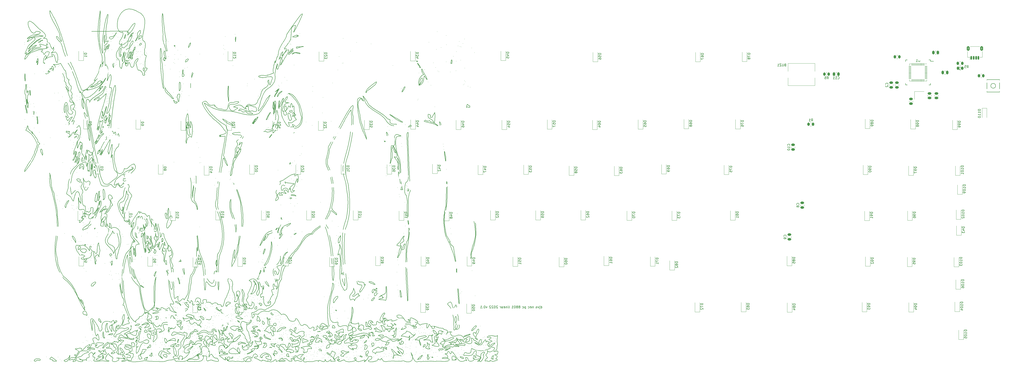
<source format=gbr>
%TF.GenerationSoftware,KiCad,Pcbnew,(6.99.0-4502-gf1556ed801-dirty)*%
%TF.CreationDate,2022-12-16T10:13:54-05:00*%
%TF.ProjectId,necpc8801mkiisr,6e656370-6338-4383-9031-6c2e6b696361,rev?*%
%TF.SameCoordinates,Original*%
%TF.FileFunction,Legend,Bot*%
%TF.FilePolarity,Positive*%
%FSLAX46Y46*%
G04 Gerber Fmt 4.6, Leading zero omitted, Abs format (unit mm)*
G04 Created by KiCad (PCBNEW (6.99.0-4502-gf1556ed801-dirty)) date 2022-12-16 10:13:54*
%MOMM*%
%LPD*%
G01*
G04 APERTURE LIST*
G04 Aperture macros list*
%AMRoundRect*
0 Rectangle with rounded corners*
0 $1 Rounding radius*
0 $2 $3 $4 $5 $6 $7 $8 $9 X,Y pos of 4 corners*
0 Add a 4 corners polygon primitive as box body*
4,1,4,$2,$3,$4,$5,$6,$7,$8,$9,$2,$3,0*
0 Add four circle primitives for the rounded corners*
1,1,$1+$1,$2,$3*
1,1,$1+$1,$4,$5*
1,1,$1+$1,$6,$7*
1,1,$1+$1,$8,$9*
0 Add four rect primitives between the rounded corners*
20,1,$1+$1,$2,$3,$4,$5,0*
20,1,$1+$1,$4,$5,$6,$7,0*
20,1,$1+$1,$6,$7,$8,$9,0*
20,1,$1+$1,$8,$9,$2,$3,0*%
G04 Aperture macros list end*
%ADD10C,0.164142*%
%ADD11C,0.150000*%
%ADD12C,0.120000*%
%ADD13C,1.750000*%
%ADD14C,3.987800*%
%ADD15C,3.000000*%
%ADD16C,2.250000*%
%ADD17O,1.800000X1.070000*%
%ADD18R,1.800000X1.070000*%
%ADD19C,5.400000*%
%ADD20R,1.800000X1.100000*%
%ADD21R,1.200000X0.900000*%
%ADD22RoundRect,0.250000X-0.475000X0.250000X-0.475000X-0.250000X0.475000X-0.250000X0.475000X0.250000X0*%
%ADD23RoundRect,0.250000X0.262500X0.450000X-0.262500X0.450000X-0.262500X-0.450000X0.262500X-0.450000X0*%
%ADD24RoundRect,0.250000X0.250000X0.475000X-0.250000X0.475000X-0.250000X-0.475000X0.250000X-0.475000X0*%
%ADD25RoundRect,0.250000X-0.250000X-0.475000X0.250000X-0.475000X0.250000X0.475000X-0.250000X0.475000X0*%
%ADD26RoundRect,0.250000X0.475000X-0.250000X0.475000X0.250000X-0.475000X0.250000X-0.475000X-0.250000X0*%
%ADD27RoundRect,0.150000X-0.150000X-0.625000X0.150000X-0.625000X0.150000X0.625000X-0.150000X0.625000X0*%
%ADD28RoundRect,0.250000X-0.350000X-0.650000X0.350000X-0.650000X0.350000X0.650000X-0.350000X0.650000X0*%
%ADD29R,1.500000X0.550000*%
%ADD30RoundRect,0.062500X0.475000X0.062500X-0.475000X0.062500X-0.475000X-0.062500X0.475000X-0.062500X0*%
%ADD31R,0.550000X1.500000*%
%ADD32RoundRect,0.062500X0.062500X0.475000X-0.062500X0.475000X-0.062500X-0.475000X0.062500X-0.475000X0*%
%ADD33R,5.200000X5.200000*%
%ADD34R,1.400000X1.200000*%
%ADD35RoundRect,0.250000X-0.262500X-0.450000X0.262500X-0.450000X0.262500X0.450000X-0.262500X0.450000X0*%
%ADD36R,2.200000X2.200000*%
%TA.AperFunction,Profile*%
%ADD37C,0.150000*%
%TD*%
%TA.AperFunction,Profile*%
%ADD38C,0.050000*%
%TD*%
G04 APERTURE END LIST*
D10*
X175730513Y-85818934D02*
X175822890Y-86468528D01*
X47104068Y9970501D02*
X47204607Y9584494D01*
X29195139Y-66999342D02*
X29168830Y-67196850D01*
X137442003Y-119623252D02*
X137442003Y-119623252D01*
X98925767Y-117912735D02*
X98925767Y-117912735D01*
X85625772Y-125374786D02*
X85625772Y-125374786D01*
X102644624Y-9715239D02*
X102644624Y-9715239D01*
X102797582Y-19403891D02*
X102907359Y-19319509D01*
X48186573Y-131061255D02*
X48200319Y-131048437D01*
X66077738Y-122648905D02*
X66118137Y-122530454D01*
X105795102Y-118425724D02*
X105709016Y-118408324D01*
X40282471Y43014D02*
X40279592Y133518D01*
X79753619Y-120979740D02*
X79761213Y-120960254D01*
X101079379Y-120200934D02*
X101237591Y-120237143D01*
X44436191Y-78440893D02*
X44356580Y-77663253D01*
X44965425Y-70194419D02*
X45138681Y-70842043D01*
X153983215Y-122062885D02*
X153909364Y-122195907D01*
X78641177Y-111648792D02*
X78648090Y-111624910D01*
X46682284Y-76716015D02*
X46705219Y-76478032D01*
X164190962Y-126524724D02*
X164015977Y-126597732D01*
X179760136Y-131166882D02*
X179721249Y-131120053D01*
X133484712Y-122461527D02*
X133671221Y-122560420D01*
X171245357Y-123147319D02*
X171364724Y-123317825D01*
X60101771Y-107705754D02*
X60069184Y-107732937D01*
X30475006Y-4909467D02*
X30469305Y-5011277D01*
X38900635Y2466847D02*
X38801831Y2136416D01*
X31130101Y-9229514D02*
X31130101Y-9229514D01*
X55594014Y-112400512D02*
X55290631Y-112658158D01*
X94314099Y-98462822D02*
X94171073Y-98445077D01*
X33865232Y-24477861D02*
X33865232Y-24477861D01*
X26623276Y-71900977D02*
X26673725Y-71840523D01*
X9763752Y-11664803D02*
X9705947Y-11701963D01*
X17215850Y-131763760D02*
X17149347Y-131773723D01*
X52666183Y-113896479D02*
X52599023Y-113865734D01*
X3238850Y-30988876D02*
X3238850Y-30988876D01*
X112441339Y-121890609D02*
X112441339Y-121890609D01*
X23965503Y-34154668D02*
X23961390Y-34551082D01*
X102015313Y-97283249D02*
X102015313Y-97283249D01*
X125691103Y-102415427D02*
X125581706Y-102761936D01*
X64135158Y-127242768D02*
X64248749Y-127113368D01*
X38236272Y-124371976D02*
X38377956Y-124218376D01*
X166717500Y-118294767D02*
X166675143Y-118447576D01*
X11008851Y-9134322D02*
X11239096Y-9078840D01*
X32434268Y-35443859D02*
X32380853Y-35417675D01*
X126811333Y-123820744D02*
X126734106Y-123943862D01*
X103776650Y-63583423D02*
X103324365Y-63538200D01*
X24431201Y-40791163D02*
X24397729Y-40814127D01*
X143692512Y-102247619D02*
X143721853Y-102265239D01*
X151128602Y-45500995D02*
X150820997Y-44757790D01*
X11340442Y1961881D02*
X11485276Y1797781D01*
X191146159Y-122694068D02*
X191109380Y-122637407D01*
X72286522Y-123055251D02*
X72203932Y-123179315D01*
X24577462Y-68905967D02*
X24577462Y-68905967D01*
X14602361Y-24963783D02*
X14680131Y-24987699D01*
X96216897Y-115517349D02*
X96216897Y-115517349D01*
X42449547Y241127D02*
X42459437Y343658D01*
X93217378Y-119919906D02*
X93220322Y-119807610D01*
X10431267Y-4247655D02*
X10538127Y-4377094D01*
X100669680Y-119316121D02*
X100668198Y-119469936D01*
X49029545Y-117280022D02*
X48965015Y-117178266D01*
X20545981Y-86550214D02*
X20634565Y-86638586D01*
X40088987Y-63205935D02*
X40052814Y-63132030D01*
X31023413Y-72856376D02*
X31004342Y-72760058D01*
X85763308Y-107191978D02*
X85863419Y-106910226D01*
X78863975Y-85299154D02*
X79142891Y-84187140D01*
X60245646Y-113448847D02*
X60290751Y-113430219D01*
X29070594Y-33105682D02*
X29033362Y-33125034D01*
X30881787Y-82596394D02*
X30875169Y-82464135D01*
X70388685Y-110570651D02*
X70169945Y-110256514D01*
X192239636Y-127960578D02*
X192352286Y-127842144D01*
X85865817Y-42384991D02*
X85866248Y-42260480D01*
X43683104Y-115595448D02*
X43746830Y-115542578D01*
X80815569Y-132075579D02*
X80784311Y-132061646D01*
X82349005Y-120894418D02*
X82305831Y-120935881D01*
X136753038Y-102955314D02*
X136753038Y-102955314D01*
X109267373Y-36516376D02*
X109240539Y-36654980D01*
X121367982Y-121985244D02*
X121366533Y-122067105D01*
X156887629Y-37973959D02*
X156893072Y-38122922D01*
X54971525Y-84034733D02*
X54939429Y-83901169D01*
X56039789Y-112007614D02*
X56039789Y-112007614D01*
X178054492Y-117405955D02*
X178080513Y-117832642D01*
X112967396Y-124912788D02*
X113001839Y-124929145D01*
X115605830Y-125435356D02*
X115497104Y-125368874D01*
X126519700Y-125004482D02*
X126563377Y-124994856D01*
X102563399Y-119805703D02*
X102455292Y-119920218D01*
X103089668Y-19419119D02*
X102992163Y-19628332D01*
X2487247Y879033D02*
X2487247Y879033D01*
X181669380Y-124451729D02*
X181599000Y-124472633D01*
X87297276Y-109458239D02*
X87440780Y-109509580D01*
X166675143Y-118447576D02*
X166652332Y-118580633D01*
X82903296Y-98487660D02*
X83036744Y-98605544D01*
X47280089Y-85503172D02*
X47283184Y-85587983D01*
X66124703Y-131516769D02*
X65936428Y-131554318D01*
X4874752Y917900D02*
X4885661Y943641D01*
X24275617Y-53197599D02*
X24237677Y-53446290D01*
X42910756Y-97115089D02*
X42910756Y-97115089D01*
X59113449Y-118127409D02*
X59077729Y-118209961D01*
X88398675Y-125233627D02*
X88398675Y-125233627D01*
X136987297Y-130316682D02*
X136929671Y-130310595D01*
X84972529Y-109106763D02*
X84939619Y-109180051D01*
X75294641Y-124043426D02*
X75314540Y-124352974D01*
X42918209Y-97218754D02*
X42911579Y-97183570D01*
X173063060Y-120585275D02*
X173020283Y-120764889D01*
X36857677Y-59578171D02*
X36963924Y-59661225D01*
X71438764Y-131788003D02*
X71371223Y-131900489D01*
X150344677Y-127874598D02*
X150160985Y-127701256D01*
X29124792Y-37316650D02*
X29146877Y-37348049D01*
X50178736Y-73415959D02*
X50261293Y-73480677D01*
X180231584Y-122103981D02*
X180231645Y-122105888D01*
X129951517Y-122564319D02*
X129941201Y-122667890D01*
X38333167Y-132285642D02*
X38499140Y-132232403D01*
X4507237Y765857D02*
X4557736Y741624D01*
X159106052Y-117913277D02*
X159089902Y-117911593D01*
X154345290Y-125430100D02*
X154443963Y-125378649D01*
X15234328Y-132306348D02*
X15135841Y-132399085D01*
X35310886Y-7033778D02*
X35280770Y-7040073D01*
X35344359Y-121755149D02*
X35384461Y-121695147D01*
X60331154Y-126091630D02*
X60279145Y-126154807D01*
X43703265Y895795D02*
X43933400Y1189600D01*
X89669300Y-123650287D02*
X89705675Y-123736490D01*
X35319516Y-122452924D02*
X35339442Y-122423346D01*
X13074481Y-14342025D02*
X13074481Y-14342025D01*
X172323079Y-127938965D02*
X172099021Y-127977562D01*
X88513651Y-105580452D02*
X88444553Y-105913772D01*
X68363824Y-91691515D02*
X68432437Y-91624104D01*
X82534128Y-123178266D02*
X82470183Y-123182344D01*
X165074905Y-131847693D02*
X165111399Y-131818572D01*
X110096048Y-64802360D02*
X110096048Y-64802360D01*
X63592782Y-122647319D02*
X63474005Y-122806965D01*
X20458412Y-42588314D02*
X20458412Y-42588314D01*
X57090008Y-129468822D02*
X57231399Y-129491849D01*
X94250698Y-24366039D02*
X94293633Y-24185805D01*
X95715211Y-132460716D02*
X95623710Y-132431918D01*
X100056954Y-126834675D02*
X100050732Y-126822502D01*
X91713886Y-131224898D02*
X91655446Y-131184579D01*
X-2154724Y-22898020D02*
X-2178395Y-22469094D01*
X9455261Y-2544068D02*
X9462529Y-2745934D01*
X103835246Y-98914449D02*
X103701741Y-99147911D01*
X93794252Y-110393013D02*
X93825754Y-110248450D01*
X31968086Y-132595402D02*
X31865548Y-132608733D01*
X102563880Y-125796240D02*
X102477188Y-125804791D01*
X101218591Y-37124187D02*
X101212447Y-37117607D01*
X188140448Y-124446049D02*
X188206087Y-124390250D01*
X26380223Y-75738020D02*
X26468425Y-75695428D01*
X140889207Y-121295583D02*
X140844792Y-121144666D01*
X148648705Y-123027965D02*
X148533616Y-122926887D01*
X81306016Y-130688690D02*
X81306016Y-130688690D01*
X55059203Y-117444672D02*
X55124400Y-117375243D01*
X45892812Y-80984146D02*
X45793641Y-80725723D01*
X101275497Y-24463522D02*
X101309492Y-24396685D01*
X136092698Y-130310379D02*
X136092698Y-130310379D01*
X166829392Y-124667173D02*
X166915852Y-124671394D01*
X29166895Y-10859520D02*
X29197510Y-10957950D01*
X39814687Y-55867925D02*
X39838166Y-55937419D01*
X47499859Y-7551805D02*
X47443660Y-7931920D01*
X96762771Y-19253706D02*
X97256998Y-18945563D01*
X171677797Y-129954132D02*
X171677797Y-129954132D01*
X64626819Y-30784961D02*
X64773834Y-30292501D01*
X80950922Y-34624591D02*
X81004599Y-34695290D01*
X154382274Y-116059326D02*
X154403856Y-115992794D01*
X39552423Y-122827778D02*
X39375727Y-122780206D01*
X62974069Y-130712356D02*
X62974069Y-130712356D01*
X176145741Y-109962343D02*
X176232896Y-109708625D01*
X48280170Y-120190581D02*
X48265621Y-120169205D01*
X70664745Y-128548506D02*
X70643798Y-128672710D01*
X150915030Y-116892591D02*
X150909473Y-116911205D01*
X137896695Y-117589015D02*
X137975104Y-117640025D01*
X162062345Y-117360887D02*
X162280178Y-117278848D01*
X39160093Y-56714534D02*
X39169966Y-56666608D01*
X101793641Y-99689163D02*
X101793641Y-99689163D01*
X167441981Y-118070287D02*
X167301698Y-118024009D01*
X184193742Y-122096885D02*
X184097750Y-121927655D01*
X159342701Y-118095172D02*
X159440464Y-118041569D01*
X95444355Y-108466379D02*
X95389529Y-108438136D01*
X137353173Y-23238037D02*
X137492433Y-23337289D01*
X85049387Y-26412629D02*
X85406645Y-26265210D01*
X133520977Y-123142610D02*
X133604521Y-123113169D01*
X21854566Y-84399981D02*
X22039074Y-84478539D01*
X128508516Y-79096496D02*
X128508516Y-79096496D01*
X92388250Y-33318342D02*
X92027292Y-33765625D01*
X25700468Y-115711885D02*
X25639751Y-115618316D01*
X94711548Y-112722514D02*
X94853778Y-112599157D01*
X138605454Y-122232038D02*
X138687219Y-122091195D01*
X85126977Y-114242660D02*
X85126977Y-114242660D01*
X183275347Y-124454851D02*
X183284143Y-124341329D01*
X92744947Y-109174615D02*
X92749964Y-109012447D01*
X53559697Y-111093397D02*
X53542097Y-111191307D01*
X49558161Y-120364589D02*
X49642764Y-120373560D01*
X47703234Y-131115046D02*
X47502832Y-131217764D01*
X56564317Y-124318176D02*
X56505526Y-124152556D01*
X107567904Y-50208286D02*
X107604280Y-50145143D01*
X106649041Y-21468574D02*
X106649041Y-21468574D01*
X37406431Y-118742385D02*
X37273773Y-118761705D01*
X61222991Y-107257493D02*
X61305834Y-107397884D01*
X28687962Y-115277433D02*
X28779302Y-115425964D01*
X30656093Y-62398717D02*
X30703194Y-62812444D01*
X52793277Y-85140738D02*
X52768471Y-85145264D01*
X82847373Y-125219384D02*
X82932929Y-125165237D01*
X115255503Y-127394946D02*
X115350538Y-127353073D01*
X150158097Y-117986083D02*
X150199685Y-117911600D01*
X151539475Y-38462289D02*
X151691132Y-38380355D01*
X40191783Y-378545D02*
X40239763Y-211458D01*
X28216268Y-123572602D02*
X28240274Y-123445438D01*
X152267885Y-87219070D02*
X152267885Y-87219070D01*
X107944434Y-29065434D02*
X107968073Y-29080843D01*
X51754802Y-82398281D02*
X51679994Y-82239517D01*
X58444265Y-23036897D02*
X58444265Y-23036895D01*
X171369110Y-126667781D02*
X171349605Y-126499905D01*
X64773104Y-108691176D02*
X64722996Y-108656313D01*
X82029173Y-130789634D02*
X81949098Y-130815656D01*
X131484330Y-130793014D02*
X131484330Y-130793014D01*
X62670173Y-124020816D02*
X62558123Y-124152159D01*
X172964864Y-125964096D02*
X172808399Y-126024451D01*
X57246858Y-70674705D02*
X57246858Y-70674705D01*
X156300967Y-86093425D02*
X156224675Y-86868984D01*
X120835189Y-119670231D02*
X120876027Y-119679589D01*
X33193620Y-13622632D02*
X33236089Y-13800552D01*
X173209124Y-108785207D02*
X173209082Y-108714555D01*
X163381003Y-125743610D02*
X163329518Y-125809356D01*
X93960058Y-111496681D02*
X93747610Y-111653352D01*
X107673879Y-64784882D02*
X107677397Y-64741142D01*
X33827726Y-130962333D02*
X33763875Y-130898323D01*
X54290404Y-119769924D02*
X54258152Y-119864856D01*
X22743347Y-61458187D02*
X22678037Y-61445605D01*
X44276783Y-73880524D02*
X44291939Y-73832293D01*
X22543342Y-61387526D02*
X22474002Y-61340816D01*
X50063271Y-121384014D02*
X50074339Y-121451082D01*
X31608894Y-42505767D02*
X30752319Y-44050374D01*
X31727504Y-31297708D02*
X31549333Y-31575483D01*
X42839476Y-83199920D02*
X42846082Y-83161139D01*
X15749696Y-33630562D02*
X15736448Y-33615916D01*
X186507728Y-132079483D02*
X186546296Y-131867904D01*
X77170480Y-69658271D02*
X76904582Y-68758321D01*
X56090672Y-3442353D02*
X56077806Y-3424587D01*
X31128643Y4861631D02*
X31101947Y4373570D01*
X36359063Y-123004226D02*
X36359063Y-123004226D01*
X18444289Y-29820046D02*
X18399080Y-30017086D01*
X81101193Y-111202349D02*
X81029658Y-111202500D01*
X20207424Y-58157305D02*
X20332766Y-58098837D01*
X165246333Y-122346796D02*
X165208441Y-122425415D01*
X30142244Y-74562572D02*
X30105641Y-74607490D01*
X60354290Y-121223850D02*
X60449836Y-121195420D01*
X190381898Y-126253967D02*
X190381898Y-126253967D01*
X107921006Y-132614332D02*
X107721909Y-132601897D01*
X85133333Y-113561523D02*
X85133333Y-113561523D01*
X53289560Y-132105056D02*
X53289560Y-132105056D01*
X84911825Y-111678197D02*
X84941917Y-111940251D01*
X135503372Y-126319477D02*
X135504470Y-126224300D01*
X31399466Y-70735970D02*
X31294366Y-70733421D01*
X58178422Y-115676934D02*
X58339539Y-115539233D01*
X127869108Y-131924521D02*
X127730798Y-132032346D01*
X68212548Y-54370367D02*
X68242602Y-54388177D01*
X94161203Y-106682800D02*
X94161203Y-106682800D01*
X92443294Y-118982426D02*
X92405486Y-119000794D01*
X31622659Y2226745D02*
X31622659Y2226745D01*
X97988928Y-129651527D02*
X98127254Y-129670609D01*
X85226223Y-127832429D02*
X84945655Y-127592453D01*
X3061750Y-42534519D02*
X2899323Y-43303264D01*
X66184427Y-115038574D02*
X66170914Y-114995464D01*
X104654526Y-59352948D02*
X104541603Y-59395668D01*
X47814664Y-74043287D02*
X47825108Y-74171018D01*
X152151700Y-123808891D02*
X152489854Y-123657547D01*
X182134141Y-130223785D02*
X182134141Y-130223785D01*
X31240454Y5887509D02*
X31175783Y5364697D01*
X47052114Y-1382591D02*
X47052114Y-1382591D01*
X93568889Y-27235118D02*
X93461465Y-26883525D01*
X-2683261Y-53755825D02*
X-2683262Y-53290218D01*
X97277894Y-93520146D02*
X97257455Y-93479206D01*
X141923611Y-100335438D02*
X141631342Y-100232876D01*
X192771241Y-129365036D02*
X192771241Y-129365036D01*
X181431144Y-129238538D02*
X181210126Y-129180899D01*
X76382283Y-119866567D02*
X76560860Y-120031698D01*
X52332776Y-112536314D02*
X52716069Y-112409666D01*
X123968430Y-126451512D02*
X124021749Y-126275448D01*
X40605860Y-5255690D02*
X40523472Y-5589774D01*
X48822243Y-83482726D02*
X48770678Y-83744351D01*
X123008211Y-129169699D02*
X123045853Y-129231266D01*
X24869619Y-52685349D02*
X24818435Y-52678074D01*
X35814303Y-129147342D02*
X35905157Y-129184188D01*
X67816224Y-128914032D02*
X67816224Y-128914032D01*
X87050433Y-121687207D02*
X86990233Y-121677765D01*
X85387710Y-113957530D02*
X85300639Y-114036554D01*
X153868816Y-84883003D02*
X153985612Y-84743896D01*
X29907380Y-131570241D02*
X30009638Y-131499456D01*
X67241723Y-130517105D02*
X67241723Y-130517105D01*
X97813386Y-117971778D02*
X97813386Y-117971778D01*
X171830421Y-45601850D02*
X171840668Y-45419467D01*
X21260766Y-50687897D02*
X21389840Y-50666320D01*
X56119195Y-116062996D02*
X56119195Y-116062996D01*
X81232285Y-111168712D02*
X81168632Y-111190698D01*
X107842220Y-128826149D02*
X107827942Y-128876735D01*
X45383858Y-118143127D02*
X45313251Y-118179463D01*
X79481248Y-85546634D02*
X79094894Y-86741165D01*
X184273299Y-120613828D02*
X184340049Y-120621062D01*
X185157898Y-128737730D02*
X185156007Y-128833833D01*
X26057382Y-100722358D02*
X26057382Y-100722358D01*
X41553790Y-90288006D02*
X41436306Y-89874500D01*
X48808328Y-79750640D02*
X48789808Y-80318369D01*
X29836523Y-35365552D02*
X29830314Y-35715834D01*
X46319288Y-73470549D02*
X46320992Y-73358990D01*
X82651790Y-125554402D02*
X82663496Y-125465215D01*
X81671300Y-124370911D02*
X81644619Y-124290425D01*
X39731288Y-8860634D02*
X39762370Y-8931880D01*
X110309469Y-130388238D02*
X110300780Y-130344069D01*
X72034483Y-106914666D02*
X72115421Y-106911951D01*
X165103631Y-30890590D02*
X165067235Y-30760596D01*
X142032946Y-122104181D02*
X142119488Y-122114697D01*
X48345746Y-84559440D02*
X48624203Y-83495472D01*
X21152674Y-49489212D02*
X21219886Y-49458514D01*
X88060647Y-37671085D02*
X88060647Y-37671085D01*
X24282349Y-50628224D02*
X24315575Y-50961871D01*
X132849672Y-3616801D02*
X132849672Y-3616801D01*
X40288758Y-129348223D02*
X40166964Y-129418286D01*
X150876263Y-34722458D02*
X150858122Y-34704190D01*
X32876228Y-13459214D02*
X32950975Y-13409085D01*
X135307939Y4453D02*
X135307939Y4453D01*
X139852404Y-130273609D02*
X139932557Y-130163699D01*
X102696088Y-79200039D02*
X102685297Y-79201914D01*
X94413088Y-105080878D02*
X94478749Y-105001022D01*
X93423879Y-129603537D02*
X93296199Y-129567251D01*
X110377809Y-127936080D02*
X110411378Y-127839355D01*
X1048039Y-2545735D02*
X898056Y-2639436D01*
X104561578Y-127518600D02*
X104561578Y-127518600D01*
X99329250Y-39360565D02*
X99186562Y-39525526D01*
X186375785Y-124036350D02*
X186441922Y-123934349D01*
X46236821Y-117520952D02*
X46424801Y-117471104D01*
X44967093Y2962510D02*
X45119735Y3254666D01*
X125768359Y-60398591D02*
X125812771Y-61183031D01*
X47092019Y-128834940D02*
X47160601Y-128725743D01*
X115086634Y-125350077D02*
X115071507Y-125393373D01*
X89091181Y-126270637D02*
X88949986Y-126384657D01*
X107949228Y-66949897D02*
X107949228Y-66949897D01*
X31130227Y-33129158D02*
X31130227Y-33129158D01*
X180311313Y-132278873D02*
X180215677Y-132347590D01*
X163459928Y-126514572D02*
X163556142Y-126411712D01*
X111500788Y-4674670D02*
X111115100Y-4619189D01*
X20240346Y-66182637D02*
X20272796Y-66197702D01*
X167043840Y-131047805D02*
X167102378Y-131027229D01*
X8310495Y-57477443D02*
X8411083Y-58582130D01*
X169654115Y-128595428D02*
X169654115Y-128595428D01*
X55415394Y-119505460D02*
X55414447Y-119460002D01*
X96646156Y-116167873D02*
X96539093Y-116053310D01*
X44495888Y-99511860D02*
X44630437Y-99703767D01*
X46366698Y-79242408D02*
X46405757Y-79278013D01*
X130290657Y-124875311D02*
X130302578Y-124947623D01*
X80487171Y-111480164D02*
X80413191Y-111618402D01*
X34082976Y-115568050D02*
X34159907Y-115541574D01*
X87712630Y-41584481D02*
X87740432Y-41636315D01*
X193013818Y-129813541D02*
X192824202Y-129863931D01*
X42911579Y-97183570D02*
X42908968Y-97148994D01*
X71673593Y-113502876D02*
X71673593Y-113502876D01*
X93769028Y-99249384D02*
X93917577Y-99458091D01*
X99724378Y-112692294D02*
X99744293Y-112758946D01*
X52187671Y-78242309D02*
X52145508Y-78345682D01*
X42635284Y-83133677D02*
X42703011Y-83188237D01*
X50453647Y-84945336D02*
X50505810Y-85062235D01*
X100816800Y-118601526D02*
X100783932Y-118664790D01*
X123412300Y-118721877D02*
X123441945Y-118690652D01*
X85026805Y2154689D02*
X85061270Y2302772D01*
X53901724Y-130052615D02*
X53920811Y-129923237D01*
X59553369Y-1482468D02*
X59524972Y-1435850D01*
X187144679Y-125729002D02*
X187215410Y-125694941D01*
X60347806Y-132686920D02*
X60347806Y-132686920D01*
X1020900Y-3144009D02*
X1218594Y-3021523D01*
X103194391Y-75757717D02*
X103113132Y-75996107D01*
X98283916Y-132666181D02*
X98214036Y-132668614D01*
X174382768Y-128322677D02*
X174382768Y-128322677D01*
X170125692Y-127852367D02*
X170193118Y-127842087D01*
X35404315Y-56251604D02*
X35541538Y-56092126D01*
X48357762Y-126789878D02*
X48331564Y-126825813D01*
X171745411Y-125137304D02*
X171997428Y-124757703D01*
X113777507Y-131104513D02*
X113758615Y-131077607D01*
X43399930Y-116210708D02*
X43397710Y-116124772D01*
X174245841Y-82934595D02*
X174234857Y-82956210D01*
X124039005Y-122015457D02*
X123945938Y-122007137D01*
X123576150Y-43477439D02*
X123576150Y-43477439D01*
X99976315Y-126889673D02*
X100021312Y-126868018D01*
X125890998Y-123955184D02*
X125661565Y-123983826D01*
X181960145Y-26287956D02*
X182013616Y-26326775D01*
X8814257Y-131949033D02*
X8646661Y-131916327D01*
X59628999Y-102692077D02*
X59628999Y-102692077D01*
X36371413Y-68882753D02*
X36262593Y-68488237D01*
X76728593Y-92071693D02*
X76728593Y-92071693D01*
X65684653Y-128642312D02*
X65559938Y-128751947D01*
X69793552Y-130701587D02*
X69804019Y-130681606D01*
X186607785Y-125318841D02*
X186497392Y-125337831D01*
X43235092Y-98173828D02*
X43262861Y-98145482D01*
X55620197Y-124103458D02*
X55679839Y-124285785D01*
X110791438Y-126223630D02*
X111041130Y-126151245D01*
X85854234Y-42147311D02*
X85831835Y-42044290D01*
X-964154Y-20766955D02*
X-949498Y-20841662D01*
X136003642Y-119156640D02*
X136073561Y-119232847D01*
X22682643Y-84133453D02*
X22700255Y-84157660D01*
X114470514Y-122084777D02*
X114470514Y-122084777D01*
X67767275Y-95881187D02*
X67488723Y-96395002D01*
X99125424Y-114887309D02*
X99096083Y-114904929D01*
X16217911Y-31490633D02*
X16132714Y-31572026D01*
X93717488Y-27818796D02*
X93676731Y-27623483D01*
X184616937Y-130269552D02*
X184556511Y-130236229D01*
X1002237Y2070090D02*
X1067423Y2107346D01*
X9054690Y-132060377D02*
X9010750Y-132024698D01*
X18606111Y-27227260D02*
X18606111Y-27227260D01*
X73752725Y-121404492D02*
X73766961Y-121404954D01*
X93331582Y-31685609D02*
X93352019Y-31693054D01*
X174569904Y-8487378D02*
X174591340Y-8444590D01*
X81574086Y-113471338D02*
X81571294Y-113456968D01*
X85936822Y-104972926D02*
X85889512Y-104933004D01*
X89893480Y-17988304D02*
X89893480Y-17988304D01*
X28451999Y-19886453D02*
X28265634Y-20175603D01*
X114908809Y-128169502D02*
X114932698Y-127988590D01*
X103431228Y-62396995D02*
X103393730Y-62379529D01*
X120243784Y-118277467D02*
X120206627Y-118346428D01*
X39313613Y-121392082D02*
X39375508Y-121433523D01*
X27249883Y-88437785D02*
X27107623Y-88561240D01*
X141471939Y-131586296D02*
X141536625Y-131501364D01*
X54756694Y-131352033D02*
X54773214Y-131343646D01*
X14749703Y-30833020D02*
X15027764Y-31122863D01*
X134154388Y-120289066D02*
X134228664Y-120277367D01*
X59254084Y-115938847D02*
X59128045Y-115924489D01*
X68822603Y-130327591D02*
X68822603Y-130327591D01*
X27485035Y-124934055D02*
X27396279Y-124959837D01*
X184195173Y-127746896D02*
X183884504Y-127616443D01*
X64613308Y-123055417D02*
X64723543Y-123025462D01*
X84639979Y-107870693D02*
X84695467Y-107868148D01*
X106748216Y-129414467D02*
X106695484Y-129411709D01*
X54714231Y-18240434D02*
X54714231Y-18240434D01*
X17178052Y-21419603D02*
X17178052Y-21419603D01*
X134615453Y-104267480D02*
X134584205Y-104362041D01*
X43347560Y-7711072D02*
X43245637Y-7892347D01*
X75613023Y-117637306D02*
X75613023Y-117637306D01*
X79756438Y-122734292D02*
X79837982Y-122783893D01*
X142854870Y-100679586D02*
X142743856Y-100680664D01*
X35432647Y-121640190D02*
X35488167Y-121589900D01*
X169797685Y-33109215D02*
X169804406Y-33038659D01*
X121408967Y-22877470D02*
X121408967Y-22877470D01*
X154812094Y-82735302D02*
X154750009Y-82805563D01*
X182777009Y-89191314D02*
X182777055Y-89191314D01*
X176392868Y-118777431D02*
X176372087Y-119064918D01*
X46684207Y-13663349D02*
X46636016Y-13644634D01*
X98434994Y-114740252D02*
X98333479Y-114601377D01*
X150818159Y-129831583D02*
X150815786Y-129976619D01*
X183550597Y-84847234D02*
X183996383Y-83440758D01*
X51896016Y-87092975D02*
X51875652Y-87174939D01*
X31203996Y-31073928D02*
X31203996Y-31073928D01*
X66763398Y-14131572D02*
X66763398Y-14131572D01*
X86065012Y-24609057D02*
X86164200Y-24632073D01*
X102942857Y-17789034D02*
X102942857Y-17789034D01*
X39716256Y-57323201D02*
X39556291Y-57420815D01*
X77330570Y-97113991D02*
X77363126Y-96142200D01*
X30728928Y-63240833D02*
X30732100Y-63669301D01*
X44141862Y-3942447D02*
X44141862Y-3942447D01*
X144915540Y-116549234D02*
X145019415Y-116559349D01*
X6252609Y-7552922D02*
X6202126Y-7820554D01*
X34839190Y-124444335D02*
X34819363Y-124372077D01*
X167668500Y-118712423D02*
X167717532Y-118647343D01*
X128080511Y-123113932D02*
X127947253Y-123150316D01*
X27015806Y-76123876D02*
X26931893Y-76473657D01*
X83476862Y-92649631D02*
X83466730Y-92594028D01*
X44097539Y2967716D02*
X44097539Y2967716D01*
X92871499Y-118736976D02*
X92889150Y-118735237D01*
X66920298Y-131298605D02*
X66778457Y-131346423D01*
X43310538Y-98054371D02*
X43315815Y-98022180D01*
X46758836Y-101885255D02*
X46676725Y-101860800D01*
X85382501Y-37488695D02*
X85786650Y-37458884D01*
X107554364Y-126357809D02*
X107666528Y-126185002D01*
X135049241Y-132131515D02*
X135049241Y-132131515D01*
X126455542Y-124990194D02*
X126483886Y-125002656D01*
X38114988Y-125645004D02*
X38114988Y-125645004D01*
X1970139Y3215651D02*
X2420740Y3306032D01*
X60591279Y-105926627D02*
X60859888Y-105719287D01*
X104634057Y-123497558D02*
X104561310Y-123372332D01*
X146836559Y-127171652D02*
X146927821Y-127184920D01*
X53453698Y-126779998D02*
X53453698Y-126779998D01*
X41018506Y5672283D02*
X40386342Y4721881D01*
X98748375Y-130255680D02*
X98802894Y-130446084D01*
X79388254Y-120765976D02*
X79388254Y-120765976D01*
X26533230Y-99640472D02*
X26630277Y-99625754D01*
X167132413Y-119929143D02*
X167159488Y-120016922D01*
X47205758Y-78932342D02*
X47117811Y-79461671D01*
X119486009Y-77294213D02*
X118781693Y-77837468D01*
X124577160Y-70002076D02*
X124498786Y-70049632D01*
X24446842Y-24772701D02*
X24452438Y-24701863D01*
X71057423Y-122491246D02*
X71154619Y-122388955D01*
X182602998Y-121354267D02*
X182590238Y-121385640D01*
X33286023Y-91755542D02*
X33260539Y-91690239D01*
X130683061Y-119557594D02*
X130683061Y-119557594D01*
X-1138327Y-20333260D02*
X-1107976Y-20382412D01*
X26553384Y-119927652D02*
X26437222Y-118390321D01*
X97880014Y-31827553D02*
X98023379Y-31470003D01*
X62023213Y-115585533D02*
X61924674Y-115577054D01*
X31929986Y-79851692D02*
X31986290Y-79470777D01*
X95879572Y-108813626D02*
X95841004Y-108771283D01*
X87204936Y-44728944D02*
X87133716Y-44985683D01*
X53204424Y-130105228D02*
X53254948Y-130185777D01*
X117223626Y-123551788D02*
X117041616Y-123529156D01*
X23211540Y-23770303D02*
X23142228Y-23858321D01*
X77017465Y-110448318D02*
X77017465Y-110448318D01*
X80357958Y-119679218D02*
X80394692Y-119528355D01*
X183919719Y-131411582D02*
X183851216Y-131304479D01*
X38921037Y-2216927D02*
X38921037Y-2216927D01*
X39918713Y226917D02*
X39832837Y181809D01*
X28387086Y-87788392D02*
X28318153Y-88213413D01*
X964182Y-780171D02*
X964182Y-780171D01*
X184586229Y-77626533D02*
X184586229Y-77626533D01*
X72330088Y-123722866D02*
X72461095Y-123975563D01*
X147388828Y-122310968D02*
X147305498Y-122304165D01*
X38965132Y-2088744D02*
X39008036Y-1976732D01*
X146418645Y-121759348D02*
X146330027Y-121728297D01*
X40533336Y-2528636D02*
X40467934Y-2557012D01*
X72586384Y-124234736D02*
X72704220Y-124496299D01*
X123735184Y-122052998D02*
X123717766Y-122079910D01*
X27848077Y-121472779D02*
X27786601Y-121386793D01*
X36349370Y-6470618D02*
X36349370Y-6470618D01*
X87773248Y-126647703D02*
X87780250Y-126756508D01*
X4530289Y-44681810D02*
X4571234Y-44784913D01*
X56206004Y-86602675D02*
X56249006Y-86647087D01*
X151883963Y-34051540D02*
X151885805Y-34098505D01*
X26019771Y-130823690D02*
X25907071Y-130780306D01*
X95456611Y-122442492D02*
X95410343Y-122466360D01*
X46164922Y-5111801D02*
X46164922Y-5111801D01*
X19420273Y-50163921D02*
X19355093Y-50205722D01*
X107968513Y-61554579D02*
X107950353Y-61408694D01*
X41696939Y-8466070D02*
X41696939Y-8466070D01*
X91035555Y-109559793D02*
X90955902Y-109535030D01*
X22349228Y-85866651D02*
X22192350Y-85841590D01*
X54367038Y-81850307D02*
X54361668Y-81938930D01*
X29156412Y-36832495D02*
X29130202Y-36907015D01*
X124157581Y-122501299D02*
X124217311Y-122518300D01*
X17064422Y-22993393D02*
X17081096Y-23077068D01*
X26718417Y-64378020D02*
X26806258Y-63912183D01*
X59108240Y-114723296D02*
X59197689Y-114653130D01*
X133633790Y-119528106D02*
X133609486Y-119642832D01*
X155566667Y-117080749D02*
X155566667Y-117080749D01*
X56450552Y-71752088D02*
X56477644Y-71933995D01*
X185453203Y-123256848D02*
X185484849Y-123328322D01*
X81926727Y-122552789D02*
X81773500Y-122623161D01*
X129537625Y-120570910D02*
X129929368Y-120645490D01*
X47171370Y-4066069D02*
X47160667Y-4294098D01*
X51928485Y-110491823D02*
X51888733Y-110453357D01*
X34481164Y-85144062D02*
X34558585Y-85243008D01*
X105835861Y-118676511D02*
X105896003Y-118616675D01*
X4867896Y-3979066D02*
X4867896Y-3979066D01*
X104780970Y-24190479D02*
X104585298Y-24823038D01*
X113800695Y-128939471D02*
X113801690Y-128909410D01*
X47199415Y-13613915D02*
X47179843Y-13638780D01*
X-2563575Y-31970314D02*
X-2563575Y-31970314D01*
X58310260Y-116183475D02*
X58296582Y-116224716D01*
X53970933Y-80847523D02*
X54034921Y-80768340D01*
X38058887Y-130118897D02*
X38042420Y-130174464D01*
X36777246Y-630082D02*
X36748682Y-556666D01*
X110544855Y-122346143D02*
X110841523Y-122224169D01*
X109776583Y-132485408D02*
X109715693Y-132487468D01*
X34701751Y-45768418D02*
X34639908Y-46072195D01*
X146851152Y-41102508D02*
X146866464Y-41066234D01*
X46743699Y663184D02*
X46829144Y622079D01*
X173224679Y-108856966D02*
X173209124Y-108785207D01*
X117725404Y-128953918D02*
X117725404Y-128953918D01*
X10066880Y-10102472D02*
X10070150Y-10051028D01*
X191326097Y-131433960D02*
X191326097Y-131433960D01*
X24583901Y-74457606D02*
X24798618Y-74086005D01*
X52925056Y-75948105D02*
X53279612Y-77613657D01*
X79578800Y-121058963D02*
X79607558Y-121056394D01*
X138199251Y-118859031D02*
X138199251Y-118859031D01*
X100904642Y-25000470D02*
X100912294Y-25423410D01*
X76649927Y-67231872D02*
X76669257Y-67044830D01*
X101219362Y-81312423D02*
X101219362Y-81312423D01*
X99998370Y-113159034D02*
X100060151Y-113213017D01*
X20132640Y-37561008D02*
X20132640Y-37561008D01*
X37948785Y-9176424D02*
X37928355Y-9302674D01*
X113317293Y-131250412D02*
X113317293Y-131250412D01*
X132915465Y-121806160D02*
X132942532Y-121792942D01*
X82307222Y-110430545D02*
X82247824Y-110384869D01*
X15409441Y-27214452D02*
X15418685Y-27577013D01*
X101766832Y-131860648D02*
X101713563Y-131849192D01*
X147797919Y-124673541D02*
X147824219Y-124644762D01*
X110360971Y-56570964D02*
X110360971Y-56570964D01*
X187142859Y-129481738D02*
X187198458Y-129410916D01*
X108604397Y-30583577D02*
X108592821Y-30608086D01*
X37590557Y-59490076D02*
X37784260Y-59269605D01*
X142426403Y-106867449D02*
X142340931Y-106964866D01*
X81850802Y-98467239D02*
X81901024Y-98359296D01*
X87592767Y-76271419D02*
X87624475Y-75607407D01*
X27424474Y-62685647D02*
X27475278Y-62789687D01*
X177927859Y-108604453D02*
X177805421Y-107780548D01*
X67063809Y-37322360D02*
X67019352Y-37740420D01*
X96208455Y-130502632D02*
X96304699Y-130404975D01*
X156946937Y-75639050D02*
X156917966Y-75669344D01*
X81273629Y-105899650D02*
X81273629Y-105899650D01*
X98607792Y-107924236D02*
X98675225Y-107840215D01*
X84322907Y-38331474D02*
X84182055Y-38281251D01*
X48362843Y-73779600D02*
X48322120Y-73670408D01*
X47564912Y-72897392D02*
X47564912Y-72897392D01*
X50858225Y-119850270D02*
X50504729Y-119948807D01*
X173259831Y-130971106D02*
X173262110Y-131018475D01*
X6389376Y-797130D02*
X6379624Y-820839D01*
X142885957Y-121921814D02*
X142885957Y-121921814D01*
X147414773Y-104074615D02*
X147464463Y-103948652D01*
X84380537Y-49758878D02*
X84295462Y-50000088D01*
X24297561Y-86238668D02*
X24263268Y-86031965D01*
X7529671Y-3974907D02*
X7316296Y-3915567D01*
X56392671Y-111396900D02*
X56258546Y-111413035D01*
X8088158Y-131215634D02*
X8207337Y-131100422D01*
X27792133Y-124887866D02*
X27580569Y-124913740D01*
X58741178Y-23333518D02*
X58694825Y-23302496D01*
X132205592Y-122822973D02*
X132131682Y-122863256D01*
X68403688Y-9978551D02*
X68403688Y-9978551D01*
X82110892Y-130775067D02*
X82029173Y-130789634D01*
X73455417Y-127112680D02*
X73572061Y-127248421D01*
X34782494Y-86351774D02*
X34753741Y-86508703D01*
X179856047Y-129950261D02*
X179848229Y-130005710D01*
X18980984Y-49903492D02*
X18977552Y-49813246D01*
X49797819Y-120399640D02*
X49857796Y-120432201D01*
X157398773Y-34488786D02*
X157457045Y-34454988D01*
X146227968Y-131990905D02*
X145972676Y-131698650D01*
X29033362Y-33125034D02*
X28998684Y-33132224D01*
X71691100Y-95565769D02*
X71610813Y-94807722D01*
X56549065Y-128123884D02*
X56534127Y-128056847D01*
X109686128Y-30552484D02*
X109643343Y-30634146D01*
X120088935Y-117807852D02*
X120102590Y-117775422D01*
X80330407Y-127482742D02*
X80330407Y-127482742D01*
X152242692Y-96890358D02*
X152242692Y-96890358D01*
X64030945Y-127376629D02*
X64135158Y-127242768D01*
X55035576Y-6699744D02*
X55073217Y-6631828D01*
X10513111Y2373038D02*
X10524491Y2428609D01*
X85509819Y-105305807D02*
X85446117Y-105077491D01*
X86161195Y-128776351D02*
X86230042Y-128810233D01*
X164086198Y-120798492D02*
X164086198Y-120798492D01*
X137570780Y-23874024D02*
X137110307Y-23369901D01*
X153905865Y-119402659D02*
X153903435Y-119419368D01*
X107028319Y-62079337D02*
X107017569Y-62164785D01*
X81914953Y-26388774D02*
X82012077Y-26010513D01*
X104380540Y-77692494D02*
X104283622Y-77988644D01*
X28743404Y-61604324D02*
X28743404Y-61604324D01*
X100047932Y-103102135D02*
X100055017Y-103028265D01*
X82011025Y-132206181D02*
X82013803Y-132197709D01*
X9934198Y-132598026D02*
X9516483Y-132541808D01*
X118911578Y-123206719D02*
X118865941Y-123297980D01*
X4687914Y-46859271D02*
X4666732Y-46812372D01*
X57145937Y-84643259D02*
X57187813Y-84496014D01*
X67175913Y-124464157D02*
X67115562Y-124447337D01*
X46345182Y-73146423D02*
X46345182Y-73146423D01*
X108832866Y-62177414D02*
X108758734Y-62219717D01*
X57510026Y-132097627D02*
X57334535Y-132122295D01*
X147617158Y-51985519D02*
X147617158Y-51985519D01*
X47623737Y-112705683D02*
X47641520Y-112639727D01*
X62827211Y-108911483D02*
X62827211Y-108911483D01*
X55075287Y-85186126D02*
X55063844Y-85099998D01*
X80137394Y-120990374D02*
X80106090Y-120940090D01*
X161518454Y-124875918D02*
X161676915Y-125378063D01*
X185819470Y-124886083D02*
X186005311Y-125012207D01*
X35275965Y-89323347D02*
X35211149Y-88841636D01*
X50709597Y-120830130D02*
X50728328Y-120760373D01*
X172049537Y-128063381D02*
X172171933Y-128097777D01*
X82966106Y-54535703D02*
X83121621Y-53671282D01*
X130292305Y-124785113D02*
X130290657Y-124875311D01*
X109911508Y-4331689D02*
X109880334Y-4312702D01*
X192205750Y-130574223D02*
X192224049Y-130428213D01*
X130458979Y-103081024D02*
X130429084Y-103089754D01*
X41201543Y-95593322D02*
X41201543Y-95593322D01*
X108843774Y-126772136D02*
X108957923Y-126743528D01*
X29811465Y-18222785D02*
X29749240Y-18231127D01*
X36651739Y-123857338D02*
X36874949Y-123972159D01*
X27876973Y-126575943D02*
X27876973Y-126575943D01*
X25347601Y-17477985D02*
X25410257Y-17472600D01*
X142242897Y-126198329D02*
X142291151Y-126190237D01*
X147458024Y-129604736D02*
X147458024Y-129604736D01*
X143172523Y-103324985D02*
X143088821Y-103205169D01*
X174814701Y-7306456D02*
X174839468Y-7282652D01*
X89714462Y-126265906D02*
X89631738Y-126207681D01*
X121481606Y-122378070D02*
X121525046Y-122423686D01*
X79259839Y-117727193D02*
X79311552Y-117768696D01*
X67310540Y-108568627D02*
X67319225Y-108641708D01*
X3189594Y-3048702D02*
X3205456Y-3061994D01*
X39125765Y-70770008D02*
X39056514Y-70935751D01*
X101462891Y-8317037D02*
X101473753Y-8374636D01*
X21673052Y-49993759D02*
X21386460Y-50118527D01*
X156831511Y-56597742D02*
X156876252Y-56130146D01*
X85271219Y-27036130D02*
X85055918Y-26992571D01*
X20211244Y-34900309D02*
X20269993Y-35022812D01*
X108124231Y-25504413D02*
X108164963Y-25433174D01*
X36539884Y-42237781D02*
X36463824Y-42697369D01*
X-1650177Y-28707699D02*
X-1633264Y-28839070D01*
X28996905Y-16865799D02*
X29093549Y-16842850D01*
X21235155Y-132060691D02*
X21093269Y-132042222D01*
X120291734Y-76179612D02*
X120624298Y-75914000D01*
X173064149Y-123509085D02*
X172906439Y-123563008D01*
X156774876Y-52835133D02*
X156715968Y-51770611D01*
X178042299Y428426D02*
X178042299Y428426D01*
X165067235Y-30760596D02*
X165042052Y-30618849D01*
X71891176Y-115059898D02*
X71876836Y-114942843D01*
X28544314Y-34876244D02*
X28524540Y-35046759D01*
X186031012Y-119227501D02*
X186073216Y-119262733D01*
X54085782Y-130755094D02*
X54034189Y-130674955D01*
X12356539Y601817D02*
X12356539Y601817D01*
X47363056Y-131856975D02*
X47500967Y-131890305D01*
X104974625Y-23316307D02*
X104966087Y-23417718D01*
X185751323Y-131728366D02*
X185426671Y-131784320D01*
X45109752Y-118330722D02*
X45049809Y-118391447D01*
X13567542Y-13769911D02*
X13487067Y-13593236D01*
X55626189Y-113876460D02*
X55542738Y-113766313D01*
X135035575Y-123506609D02*
X134864720Y-123527297D01*
X85574688Y-26205833D02*
X85736052Y-26155711D01*
X79258241Y-115231369D02*
X79258241Y-115231369D01*
X70596433Y-115734116D02*
X70506229Y-115601113D01*
X90899512Y-132687191D02*
X90713591Y-132731283D01*
X135889166Y-23551810D02*
X136019450Y-23363297D01*
X49021814Y-126615890D02*
X48931796Y-126603846D01*
X193139512Y-124482101D02*
X193139512Y-124482101D01*
X61387644Y-24663605D02*
X61365467Y-24666005D01*
X97355247Y-132437023D02*
X96861347Y-132254318D01*
X73065790Y-130863830D02*
X73065790Y-130863830D01*
X25619462Y-125115801D02*
X25692668Y-125106193D01*
X44343370Y-126515008D02*
X44138388Y-126713083D01*
X55266644Y-80208249D02*
X55292073Y-80394091D01*
X166575529Y-118221450D02*
X166644838Y-118182359D01*
X77041243Y-120143676D02*
X77015559Y-120069281D01*
X148384544Y-123921197D02*
X148416093Y-123912963D01*
X104989320Y-124655777D02*
X104989320Y-124655777D01*
X104263444Y-73511118D02*
X104297836Y-73690914D01*
X106569443Y-126836615D02*
X106502513Y-126875910D01*
X21341377Y-62834492D02*
X21241375Y-62981654D01*
X181875896Y-26986748D02*
X181586861Y-26894857D01*
X89072763Y-113751602D02*
X89072763Y-113751602D01*
X50977847Y-110472580D02*
X50765370Y-110518135D01*
X23061967Y-113539521D02*
X23053015Y-113536426D01*
X25702901Y-50643766D02*
X25351602Y-54467659D01*
X21568304Y-132441925D02*
X21571835Y-132504798D01*
X37429487Y-120586967D02*
X37540904Y-120502096D01*
X102550724Y-98893484D02*
X102619748Y-98905664D01*
X176031970Y-113338806D02*
X176045166Y-113381035D01*
X102749187Y-92877108D02*
X102634248Y-92912283D01*
X18636561Y-52365386D02*
X18434270Y-52633675D01*
X106813897Y-7224028D02*
X106813897Y-7224028D01*
X23982319Y-38837463D02*
X23931660Y-38386392D01*
X192632639Y-127064773D02*
X192579315Y-126980536D01*
X95310205Y-124153381D02*
X95310197Y-123807266D01*
X26534295Y-130851501D02*
X26331478Y-130860830D01*
X93832918Y-30938217D02*
X93832918Y-30938217D01*
X30160493Y-128350408D02*
X30217946Y-127946792D01*
X67733690Y-66637069D02*
X67376470Y-66357478D01*
X42972993Y-117444641D02*
X42972993Y-117444641D01*
X140278638Y-116385556D02*
X140289549Y-116290088D01*
X82273680Y-130778115D02*
X82192860Y-130771410D01*
X4810791Y964567D02*
X4687167Y937889D01*
X29538527Y-130662776D02*
X29535144Y-130585433D01*
X138497379Y-100432316D02*
X138499182Y-100558500D01*
X174838090Y-121804226D02*
X174918123Y-121874881D01*
X33439381Y-91913165D02*
X33374489Y-91868272D01*
X160856437Y-116323373D02*
X160848373Y-116372892D01*
X106251266Y-129815865D02*
X106234818Y-129887261D01*
X107620942Y-64149780D02*
X107620942Y-64149780D01*
X47976060Y-119804702D02*
X47908208Y-119705913D01*
X148440911Y-38700647D02*
X148473514Y-38888628D01*
X68762016Y-108080331D02*
X68679396Y-108182113D01*
X54599191Y-86168542D02*
X54646621Y-85894981D01*
X29931343Y-120501945D02*
X29899152Y-120739730D01*
X81139177Y-128342392D02*
X81139177Y-128342392D01*
X55590787Y-116494054D02*
X55423410Y-116521232D01*
X107409002Y-29468483D02*
X107332814Y-29398189D01*
X176773431Y-117156421D02*
X176712308Y-117293683D01*
X107673222Y-119231615D02*
X107622062Y-119273332D01*
X27993290Y-65788670D02*
X27948971Y-65829493D01*
X155978145Y-58059152D02*
X156017762Y-58034468D01*
X15688471Y-16673529D02*
X15717101Y-16784581D01*
X79630164Y-117864129D02*
X79676548Y-117843712D01*
X1138978Y-29196979D02*
X1124379Y-28922781D01*
X100891537Y-129960315D02*
X100964299Y-130051234D01*
X57885564Y-11061008D02*
X57885564Y-11061008D01*
X88465789Y-127817320D02*
X88550432Y-127860363D01*
X143602885Y-117196250D02*
X143622882Y-117132405D01*
X69154148Y-68436975D02*
X69214184Y-68745271D01*
X118287320Y-124131873D02*
X118264298Y-124234019D01*
X48562753Y-74785171D02*
X48562753Y-74785171D01*
X62218812Y-109151329D02*
X62218812Y-109151329D01*
X153099644Y-88353326D02*
X152979435Y-88604205D01*
X33552176Y-92618313D02*
X33527694Y-92638854D01*
X25435908Y-48433259D02*
X25430644Y-48727502D01*
X140924007Y-115610804D02*
X141016252Y-115601837D01*
X71647673Y-24729271D02*
X71784759Y-24648846D01*
X71583135Y-91163669D02*
X71818265Y-91869537D01*
X95356050Y-105215523D02*
X95359317Y-105307004D01*
X50007775Y-129865652D02*
X49835371Y-129878940D01*
X72195100Y-123480728D02*
X72195100Y-123480728D01*
X59077058Y-98624748D02*
X59077058Y-98624748D01*
X123023449Y-129015260D02*
X122995388Y-129061445D01*
X70346779Y-125182004D02*
X70451853Y-125221991D01*
X9163835Y-11148677D02*
X9150712Y-11088240D01*
X23089674Y-126298823D02*
X23212565Y-126205838D01*
X163736190Y-125609480D02*
X163673871Y-125591725D01*
X106164018Y-119678115D02*
X106164018Y-119678115D01*
X133881689Y-122648715D02*
X133993348Y-122684589D01*
X19129699Y-129705181D02*
X19297299Y-129409445D01*
X181319898Y-123582826D02*
X181333333Y-123566133D01*
X25905912Y-47812835D02*
X25799956Y-47509388D01*
X128920159Y-132454033D02*
X128642465Y-132546497D01*
X146040135Y-122935160D02*
X145801068Y-123077795D01*
X59620790Y-7025927D02*
X59620790Y-7025927D01*
X61836835Y-90853026D02*
X61879801Y-90878952D01*
X119521699Y-126740020D02*
X119521699Y-126740020D01*
X184480305Y-83305842D02*
X184291809Y-84117824D01*
X54826006Y-86470492D02*
X54854835Y-86587526D01*
X42942019Y-97290702D02*
X42928482Y-97254485D01*
X86413427Y-44328213D02*
X86391903Y-44273750D01*
X7079698Y-62005D02*
X7176007Y-112718D01*
X107910051Y-60673942D02*
X107910051Y-60673942D01*
X87731492Y-112489320D02*
X87741103Y-112385483D01*
X190574337Y-125910079D02*
X190585307Y-125835151D01*
X92940950Y-118590469D02*
X93583522Y-118422527D01*
X27925037Y-45373324D02*
X28089755Y-45102176D01*
X74649400Y-113551200D02*
X74766341Y-113669772D01*
X23267579Y-85269249D02*
X23267579Y-85269249D01*
X61924674Y-115577054D02*
X61815684Y-115582029D01*
X48965947Y-87495176D02*
X48924357Y-87511829D01*
X23066652Y-19406022D02*
X23243953Y-19278153D01*
X133946521Y-124997648D02*
X134121311Y-125040352D01*
X45552565Y1806940D02*
X45674492Y1915861D01*
X111278479Y-34266654D02*
X111381635Y-34171206D01*
X19677446Y-130878479D02*
X20082752Y-130799063D01*
X66194773Y-114918523D02*
X66228948Y-114884729D01*
X57885564Y-11061008D02*
X57885564Y-11061008D01*
X125530129Y-88823684D02*
X125579514Y-89695153D01*
X189381749Y-131458725D02*
X189801088Y-131027526D01*
X54766414Y-81537664D02*
X54735235Y-81498998D01*
X95585321Y-101498644D02*
X95612678Y-101564332D01*
X141631342Y-100232876D02*
X141376717Y-100135217D01*
X28891404Y-33007704D02*
X28873913Y-32930335D01*
X39909528Y-116986183D02*
X40111141Y-116993310D01*
X85502809Y-41165400D02*
X85532853Y-41085754D01*
X26568750Y-75628247D02*
X26681604Y-75535197D01*
X58116783Y-126441507D02*
X58166294Y-126452897D01*
X25556378Y-75977802D02*
X25542486Y-75882345D01*
X160775326Y-116135374D02*
X160817859Y-116203486D01*
X26977304Y-126764001D02*
X27046219Y-126819818D01*
X18543505Y-129922023D02*
X18573785Y-129939202D01*
X123964642Y-117810967D02*
X123898947Y-117700556D01*
X29117474Y-16636110D02*
X29088449Y-16655452D01*
X22584211Y-84045323D02*
X22612111Y-84065155D01*
X67273475Y-108398926D02*
X67310540Y-108568627D01*
X65377974Y-39498664D02*
X65267612Y-39636360D01*
X91309888Y-131614976D02*
X91376533Y-131701988D01*
X56432072Y-21060832D02*
X56216321Y-20816222D01*
X23126055Y-51514484D02*
X23104998Y-51511866D01*
X40862465Y-88295166D02*
X40929370Y-88470180D01*
X116012857Y-124642446D02*
X115953849Y-124683993D01*
X129929368Y-120645490D02*
X130030091Y-120660913D01*
X183901172Y-118645202D02*
X184042788Y-118484646D01*
X32543852Y-118317546D02*
X32552598Y-118405815D01*
X65245863Y-113933749D02*
X65948606Y-114121091D01*
X25886482Y-129673439D02*
X25837297Y-129653548D01*
X6697165Y-1388315D02*
X6676881Y-1368428D01*
X85461610Y-112664032D02*
X85461610Y-112664032D01*
X111646081Y-122761910D02*
X111656395Y-122852864D01*
X55530266Y-110837279D02*
X55676032Y-110895168D01*
X32965052Y-32267323D02*
X32945522Y-32249183D01*
X60653740Y-130505811D02*
X60542335Y-130493406D01*
X28312146Y-18206878D02*
X28312146Y-18206878D01*
X57245846Y-119688134D02*
X57272279Y-119637028D01*
X85126977Y-114242660D02*
X85420555Y-114428169D01*
X154811672Y-128416269D02*
X154772641Y-128305832D01*
X29037299Y-16510481D02*
X29076394Y-16302556D01*
X57584431Y-110571586D02*
X57629454Y-110694924D01*
X48764203Y-85147789D02*
X48814923Y-85487249D01*
X39983201Y-118679192D02*
X39875917Y-118700585D01*
X23444300Y-71677956D02*
X23385921Y-71646897D01*
X39352600Y-8956982D02*
X39358844Y-8974744D01*
X168701168Y-121055853D02*
X168686339Y-121013297D01*
X24090075Y-45065405D02*
X24151974Y-45130251D01*
X145516391Y-122596615D02*
X145551156Y-122607646D01*
X4867323Y-2296640D02*
X4867323Y-2296640D01*
X31579626Y-132260634D02*
X31718393Y-132306237D01*
X105221179Y-4593725D02*
X104960376Y-4926671D01*
X146285424Y-114712841D02*
X146312364Y-114837265D01*
X85917659Y-126994289D02*
X85890335Y-127039049D01*
X13940188Y-29051828D02*
X13866933Y-28856384D01*
X17303775Y-27803955D02*
X17303775Y-27803955D01*
X69211450Y-119197937D02*
X69211450Y-119197937D01*
X40368921Y3182326D02*
X40404220Y3243924D01*
X16427434Y-52344688D02*
X16427434Y-52344688D01*
X40269594Y-71458D02*
X40282471Y43014D01*
X58302223Y-116349407D02*
X58319286Y-116389504D01*
X69294628Y-85562736D02*
X69273099Y-84438367D01*
X34511891Y-122148137D02*
X34544733Y-122207745D01*
X127851579Y-118464225D02*
X127851579Y-118464225D01*
X112105507Y-122125615D02*
X112142211Y-122158673D01*
X81558551Y-113439632D02*
X81535041Y-113419306D01*
X90182804Y-130720095D02*
X90117530Y-130723033D01*
X145538011Y-119229362D02*
X145538011Y-119229362D01*
X21662079Y-25919151D02*
X21699836Y-26200015D01*
X146175130Y-106287355D02*
X146372747Y-106189813D01*
X142508119Y-122688942D02*
X142508119Y-122688942D01*
X16583662Y-27836799D02*
X16522995Y-27537585D01*
X46196565Y-114611663D02*
X46196565Y-114611663D01*
X121379884Y-125255294D02*
X121379884Y-125255294D01*
X99614009Y-111442008D02*
X99800434Y-111362048D01*
X105879638Y-58189276D02*
X105790281Y-58142736D01*
X65920662Y-122945156D02*
X65979743Y-122858176D01*
X173063422Y-129221104D02*
X173067466Y-129277513D01*
X192636339Y-123920074D02*
X192636339Y-123920074D01*
X21688424Y-52781047D02*
X21651342Y-52744544D01*
X22795904Y-71093261D02*
X22732038Y-71087262D01*
X15318350Y-37061958D02*
X15362826Y-37054398D01*
X100654256Y-95740850D02*
X100639461Y-95564617D01*
X83646251Y-123226403D02*
X83656682Y-123178235D01*
X63247744Y-11553450D02*
X63253745Y-11792856D01*
X109180307Y-118737083D02*
X109180307Y-118737083D01*
X29160510Y-122676498D02*
X29160510Y-122676498D01*
X38864880Y-130448817D02*
X38803353Y-130375768D01*
X50369883Y-129958963D02*
X50337094Y-129927890D01*
X146374308Y-127382625D02*
X146436293Y-127305276D01*
X94422836Y-28266501D02*
X94431453Y-28334488D01*
X117623987Y-130498809D02*
X117623987Y-130498809D01*
X60953406Y-107910999D02*
X60822979Y-107842934D01*
X44781741Y1229841D02*
X44786645Y1234297D01*
X33542301Y-64017300D02*
X33642691Y-64189246D01*
X38085358Y-130076609D02*
X38058887Y-130118897D01*
X104960376Y-4926671D02*
X104715597Y-5208871D01*
X99277734Y-117316436D02*
X99277734Y-117316436D01*
X22068994Y-29420555D02*
X22069066Y-29327009D01*
X146440797Y-126943878D02*
X146440797Y-126943878D01*
X96912336Y-122228231D02*
X96946742Y-122306959D01*
X63767588Y-96020197D02*
X63752254Y-96232565D01*
X92205589Y-114656295D02*
X92236263Y-114635394D01*
X120765617Y-128253797D02*
X120758533Y-128209103D01*
X56995285Y-127629465D02*
X57161354Y-127576919D01*
X74104036Y-118322410D02*
X74104036Y-118322410D01*
X39070004Y-126575328D02*
X38988642Y-126584496D01*
X42970570Y-2178945D02*
X42934056Y-2253258D01*
X93066158Y-120570516D02*
X92945672Y-120625510D01*
X85914926Y-113768789D02*
X85826373Y-113770318D01*
X16870469Y-38265885D02*
X16748967Y-38459503D01*
X69408636Y-110107847D02*
X69406206Y-110078272D01*
X188560380Y-122379341D02*
X188560380Y-122379341D01*
X30120306Y-65449281D02*
X30022268Y-65445999D01*
X127779835Y-125500325D02*
X127947754Y-125527236D01*
X71278709Y-115077098D02*
X71343449Y-115136818D01*
X41453236Y4297945D02*
X41877288Y4820816D01*
X21198978Y-89510298D02*
X22010046Y-89141939D01*
X75518291Y-121521163D02*
X75591715Y-121469216D01*
X31083959Y603409D02*
X31047870Y471697D01*
X156781787Y-37495618D02*
X156811605Y-37556691D01*
X39120230Y-7510694D02*
X39163995Y-7521677D01*
X142505600Y-122053044D02*
X142682314Y-121997272D01*
X9857655Y-9585919D02*
X9799850Y-9529964D01*
X64451280Y-31436988D02*
X64451280Y-31436988D01*
X83185413Y-28241709D02*
X83336477Y-28335230D01*
X63689416Y-116401649D02*
X63689416Y-116401649D01*
X192389406Y-122860778D02*
X192389406Y-122860778D01*
X103379497Y-98118490D02*
X103420103Y-97989075D01*
X87986080Y-114852201D02*
X87885080Y-114818935D01*
X126385361Y-128900446D02*
X126349981Y-128864156D01*
X33575247Y-67916040D02*
X33504852Y-67999979D01*
X28313210Y-114879971D02*
X28376672Y-114918068D01*
X19581494Y-40722503D02*
X19503847Y-40847345D01*
X152508479Y-89503534D02*
X152481765Y-89523105D01*
X17948177Y-25439756D02*
X18012746Y-25575857D01*
X34187394Y-84862876D02*
X34295509Y-84954513D01*
X112341906Y-117688100D02*
X112457529Y-117742599D01*
X53776773Y-124904358D02*
X53776773Y-124904358D01*
X31914249Y-119524433D02*
X31802458Y-119272364D01*
X143682512Y-128713928D02*
X143745376Y-128722882D01*
X78157235Y-109873664D02*
X78157235Y-109873664D01*
X136301011Y-23114482D02*
X136449359Y-23047479D01*
X80956776Y-109461838D02*
X80978275Y-109534438D01*
X92942695Y-127664435D02*
X93087718Y-127488819D01*
X41114897Y-55859138D02*
X41016176Y-56030156D01*
X142449717Y-117604483D02*
X142505235Y-117605199D01*
X68522134Y-124676559D02*
X68443505Y-124766740D01*
X42345625Y-120422382D02*
X42128981Y-120559385D01*
X108917862Y-2680631D02*
X108905733Y-2736150D01*
X55215999Y-7359073D02*
X55137179Y-7331782D01*
X148514357Y-39282500D02*
X148520538Y-39486292D01*
X17865262Y-82051949D02*
X17676289Y-81780214D01*
X145726228Y-127005767D02*
X145723019Y-127107387D01*
X95761982Y-129865293D02*
X95680207Y-129955458D01*
X107073711Y-4891476D02*
X107055155Y-4884481D01*
X82513101Y-116669494D02*
X82670695Y-116509848D01*
X69685061Y-85567177D02*
X69839559Y-86283619D01*
X60649207Y-117202069D02*
X60639060Y-117186828D01*
X42571318Y-115644056D02*
X42828164Y-115862112D01*
X41575372Y-69445D02*
X41484936Y-238308D01*
X143188005Y-124943222D02*
X143188005Y-124943222D01*
X61138965Y-116267861D02*
X61246579Y-116238449D01*
X86751897Y-124674075D02*
X86596426Y-124715290D01*
X110881677Y-126698181D02*
X110881677Y-126698181D01*
X60949575Y-113883560D02*
X60949575Y-113883560D01*
X130758852Y-31586834D02*
X130676118Y-31675998D01*
X125020089Y-69329979D02*
X125020089Y-69329979D01*
X147689442Y-101415143D02*
X147735750Y-101587177D01*
X103097977Y-123186035D02*
X103155557Y-123212139D01*
X6330933Y42734D02*
X6330933Y42734D01*
X15648807Y-16449388D02*
X15665531Y-16561643D01*
X28232465Y-56235269D02*
X28114662Y-55786230D01*
X185072339Y-122319768D02*
X185050873Y-122334645D01*
X34912462Y-121035591D02*
X34804031Y-121156048D01*
X57512647Y-129494604D02*
X57651959Y-129471079D01*
X110679293Y2929973D02*
X110603698Y2787047D01*
X22293504Y-49010604D02*
X22319495Y-48702777D01*
X11920687Y-65959297D02*
X11920687Y-65959297D01*
X92579492Y-128832931D02*
X92579492Y-128832931D01*
X150298173Y-131832031D02*
X150298173Y-131832031D01*
X98111604Y-114699829D02*
X98199331Y-114958608D01*
X38106236Y4243371D02*
X38074073Y4276269D01*
X154414950Y-118555970D02*
X154412842Y-118642567D01*
X21128097Y-25415113D02*
X21103611Y-24953451D01*
X58014385Y-126356874D02*
X58026182Y-126383415D01*
X40337376Y3133547D02*
X40368921Y3182326D01*
X93910012Y-103865570D02*
X93872800Y-103982337D01*
X132758685Y-123813244D02*
X132888046Y-123690673D01*
X107491271Y-28647963D02*
X107519108Y-28663457D01*
X122913684Y-122179605D02*
X122873164Y-122116297D01*
X48300818Y-82656106D02*
X48271376Y-82616062D01*
X39345424Y3281973D02*
X39322745Y3283348D01*
X45031843Y-72148667D02*
X45034659Y-72091821D01*
X107910051Y-60673942D02*
X107809486Y-60788157D01*
X29183491Y-74598954D02*
X29193239Y-74457782D01*
X69211450Y-119197937D02*
X69211450Y-119197937D01*
X20670264Y-107151742D02*
X20651218Y-107059117D01*
X15453393Y-62601974D02*
X15453393Y-62601974D01*
X133435713Y-123159365D02*
X133520977Y-123142610D01*
X31590600Y-75574368D02*
X31579793Y-75319383D01*
X158343849Y-129742091D02*
X158442932Y-130002228D01*
X123256122Y-127124687D02*
X123366391Y-127081674D01*
X30415139Y-72559497D02*
X30312724Y-72639105D01*
X46651401Y-124281123D02*
X46523120Y-124352633D01*
X151049165Y-117105258D02*
X151158077Y-117207878D01*
X14804708Y-131798531D02*
X14920999Y-131739003D01*
X72913799Y-113466769D02*
X72904934Y-113558194D01*
X56904773Y-128536882D02*
X56746283Y-128398567D01*
X89705675Y-123736490D02*
X89733588Y-123822562D01*
X162330889Y-11448810D02*
X162338432Y-11269991D01*
X44057619Y-123914508D02*
X44086960Y-123932129D01*
X105208340Y-30021564D02*
X105276555Y-30110270D01*
X106562875Y-539697D02*
X106562875Y-539697D01*
X80940865Y-109191799D02*
X80938303Y-109289045D01*
X43385799Y-85230775D02*
X43369281Y-85441570D01*
X151627651Y-117524137D02*
X151667961Y-117533512D01*
X132909873Y-125667139D02*
X132937093Y-125672771D01*
X117276399Y-118365168D02*
X117389067Y-118393803D01*
X87262877Y-116750817D02*
X87217540Y-116857965D01*
X154183819Y-128916047D02*
X154205557Y-128930237D01*
X32266053Y-45603004D02*
X32186881Y-45664133D01*
X172349962Y-121274482D02*
X172349962Y-121274482D01*
X18894317Y-39146151D02*
X18847666Y-39236723D01*
X108087420Y-35179106D02*
X108217777Y-35162369D01*
X39644596Y-1499332D02*
X39676183Y-1490177D01*
X50058223Y-75651120D02*
X50091105Y-75904903D01*
X104471086Y-7246695D02*
X104427853Y-7157535D01*
X92050423Y-114505227D02*
X92074063Y-114565293D01*
X37166985Y-5916039D02*
X37228140Y-5860180D01*
X24507222Y-45730415D02*
X24663039Y-45691461D01*
X81485951Y-132032713D02*
X81384353Y-131911492D01*
X33971770Y1727184D02*
X33834779Y1608380D01*
X86250745Y-45111019D02*
X86165954Y-45216831D01*
X83339463Y-122770879D02*
X83423964Y-123017091D01*
X141289620Y-117829828D02*
X141279143Y-117769527D01*
X43262861Y-98145482D02*
X43284440Y-98116083D01*
X156722819Y-81879535D02*
X156842510Y-81365366D01*
X117018136Y-124701614D02*
X117018136Y-124701614D01*
X103229907Y-123234345D02*
X103321898Y-123251935D01*
X28029992Y-46120337D02*
X27877195Y-46248200D01*
X81721353Y-21427348D02*
X81720260Y-20922442D01*
X102722392Y-30348045D02*
X102796106Y-30530665D01*
X174507521Y-108006484D02*
X174586774Y-108091237D01*
X29717789Y-28793693D02*
X29768674Y-28893680D01*
X129064687Y-124471912D02*
X129040183Y-124418050D01*
X45379370Y-126479680D02*
X45508348Y-126189511D01*
X23840739Y-53319086D02*
X23787242Y-53390091D01*
X72984969Y-131787128D02*
X72985246Y-131600867D01*
X125260419Y-121687404D02*
X125245124Y-121586389D01*
X63486802Y-108024566D02*
X63486802Y-108024566D01*
X20822201Y-59787387D02*
X20791869Y-59906958D01*
X117520205Y-119607487D02*
X117512191Y-119677309D01*
X29628229Y-8873633D02*
X29583810Y-8938906D01*
X147072103Y-114747642D02*
X147175844Y-114551651D01*
X103472470Y-62526624D02*
X103457862Y-62445062D01*
X98258170Y-129709517D02*
X98380155Y-129769801D01*
X95421156Y-130406978D02*
X95400099Y-130493103D01*
X65553682Y-122270366D02*
X65488672Y-122362399D01*
X26164092Y-51721170D02*
X26163956Y-51696006D01*
X68460790Y-55158264D02*
X68530016Y-55477525D01*
X147883130Y-126997478D02*
X147865919Y-126966974D01*
X49252988Y-86609387D02*
X49225160Y-86635217D01*
X100697862Y-34886093D02*
X100550790Y-35159070D01*
X70344895Y-113862473D02*
X70301314Y-113883394D01*
X124121197Y-120144929D02*
X124083796Y-120103072D01*
X39628606Y-121716238D02*
X39710307Y-121854174D01*
X94531068Y-126958557D02*
X94531068Y-126958557D01*
X19937994Y-40281631D02*
X19847081Y-40406759D01*
X16494904Y-20007137D02*
X16490669Y-20061297D01*
X40965003Y-4341752D02*
X40827845Y-4614502D01*
X15531405Y-99111212D02*
X15966252Y-99581172D01*
X137540594Y-117465339D02*
X137634244Y-117484113D01*
X16288385Y-132038212D02*
X16210768Y-132057643D01*
X103376252Y-74995681D02*
X103376252Y-74995681D01*
X14600474Y-98211943D02*
X15076135Y-98654849D01*
X150876533Y-122117634D02*
X150903870Y-122154497D01*
X30172646Y-30172615D02*
X30100078Y-30354419D01*
X33146937Y-75730481D02*
X33191622Y-75871664D01*
X107785089Y-9353222D02*
X107785089Y-9353222D01*
X131081071Y-73176506D02*
X131081071Y-73176506D01*
X54139778Y-80591475D02*
X54182028Y-80495853D01*
X103326269Y-75257618D02*
X103265543Y-75511592D01*
X38519911Y-63412770D02*
X38530909Y-63239213D01*
X99333124Y-114863544D02*
X99306374Y-114853136D01*
X5768694Y-7351464D02*
X5783996Y-7362165D01*
X143984720Y-29244329D02*
X142631154Y-28405954D01*
X33885533Y-78496327D02*
X33841360Y-78680425D01*
X42387643Y-4023036D02*
X42387643Y-4023036D01*
X65311433Y-124822921D02*
X65311433Y-124822921D01*
X70770799Y-122842201D02*
X70785778Y-122807682D01*
X99068182Y-114924762D02*
X99042174Y-114946360D01*
X176683422Y-125682601D02*
X176775936Y-125721427D01*
X73778697Y-108016993D02*
X73890374Y-108023191D01*
X3882464Y-1603370D02*
X3882464Y-1603370D01*
X-447370Y1784003D02*
X-298407Y1904068D01*
X83318586Y-70152969D02*
X83378896Y-70374901D01*
X152266645Y-31777603D02*
X154565873Y-33198478D01*
X104352708Y-5124343D02*
X104495704Y-4597931D01*
X35384461Y-121695147D02*
X35432647Y-121640190D01*
X113296934Y-124806399D02*
X113384362Y-124734917D01*
X101423678Y-25410297D02*
X101407759Y-25463245D01*
X124234315Y-108344279D02*
X124158263Y-108987220D01*
X-1912940Y-21772626D02*
X-1912940Y-21772626D01*
X62523368Y-121555142D02*
X62751675Y-121604618D01*
X89806090Y-26719323D02*
X90038794Y-26682982D01*
X45509788Y-120449549D02*
X45585412Y-120233941D01*
X109178598Y-37156425D02*
X109237868Y-37184330D01*
X46853704Y-124815704D02*
X46853704Y-124815704D01*
X50504729Y-119948807D02*
X50150953Y-120007693D01*
X152869722Y-105496223D02*
X152869722Y-105496223D01*
X46951556Y-127667610D02*
X46524572Y-127682769D01*
X90965241Y-28563535D02*
X91043142Y-28577709D01*
X174136546Y-122994541D02*
X173533357Y-123304657D01*
X154914445Y-82587978D02*
X154867215Y-82662754D01*
X108027500Y-121352991D02*
X108001429Y-121380013D01*
X70668214Y-128009066D02*
X70678697Y-128148420D01*
X76814789Y-123232619D02*
X76895771Y-123292649D01*
X98041490Y-132646762D02*
X97833904Y-132595728D01*
X55362288Y-3645055D02*
X55403947Y-3625381D01*
X176907579Y-112648813D02*
X176951879Y-112595104D01*
X85954042Y-131483612D02*
X85954042Y-131483612D01*
X36449233Y-84404535D02*
X36508536Y-84184917D01*
X27876973Y-126575943D02*
X27876985Y-126574813D01*
X33567738Y-88396670D02*
X33517495Y-88471366D01*
X28619956Y-128181788D02*
X28579945Y-128162804D01*
X91590185Y-29753681D02*
X91706880Y-29753042D01*
X29577911Y-73501699D02*
X29475148Y-73727857D01*
X129565797Y-99347303D02*
X129636649Y-99517924D01*
X38896874Y-558398D02*
X38650637Y-783377D01*
X100804490Y-29484821D02*
X100804490Y-29484821D01*
X61469424Y-116212784D02*
X61580916Y-116215194D01*
X30808208Y-127697366D02*
X30775782Y-127708066D01*
X96897584Y-114853622D02*
X96897584Y-114853622D01*
X91332254Y-104397964D02*
X91376843Y-104480587D01*
X110227293Y-128085698D02*
X110266305Y-128080511D01*
X111000826Y-115560951D02*
X111185464Y-115893892D01*
X123472425Y-118626782D02*
X123472508Y-118593991D01*
X19276149Y-62030464D02*
X19193903Y-62047528D01*
X46489965Y-127604807D02*
X46469654Y-127597020D01*
X110855683Y-128268969D02*
X110845489Y-128324171D01*
X111381635Y-34171206D02*
X111476986Y-34074828D01*
X81622530Y-118217067D02*
X81651660Y-118057044D01*
X128508516Y-79096496D02*
X128508516Y-79096496D01*
X33510225Y-19381029D02*
X33507316Y-19542846D01*
X43414380Y-119885907D02*
X43334049Y-119881981D01*
X33020909Y-13396158D02*
X33085209Y-13424638D01*
X64615434Y-116935577D02*
X64615434Y-116935577D01*
X147743982Y-37319943D02*
X147777437Y-37309297D01*
X109382737Y-9397362D02*
X109382737Y-9397362D01*
X133843869Y-121897246D02*
X133432474Y-121939709D01*
X44336102Y-72589443D02*
X44248372Y-72698621D01*
X40741159Y3604462D02*
X40987701Y3819843D01*
X60632475Y-24801748D02*
X60672754Y-24761015D01*
X39866615Y-59382578D02*
X39974574Y-59277705D01*
X57362265Y-119530332D02*
X57423692Y-119475795D01*
X54842874Y-81713943D02*
X54820807Y-81645020D01*
X113629714Y-129084541D02*
X113650289Y-129084923D01*
X35397950Y-8104582D02*
X35397950Y-8104582D01*
X136902377Y-23535863D02*
X136718789Y-23712294D01*
X90268235Y-125490427D02*
X90281872Y-125526446D01*
X69662828Y-43744163D02*
X69662828Y-43744163D01*
X38013465Y-69503335D02*
X38040425Y-69301114D01*
X48310784Y-126862480D02*
X48295358Y-126899271D01*
X79740469Y-120860456D02*
X79720262Y-120829979D01*
X110360971Y-56570964D02*
X110360971Y-56570964D01*
X63661668Y-96206237D02*
X63661668Y-96206237D01*
X33901613Y3713720D02*
X33901613Y3713720D01*
X1133214Y614680D02*
X1399374Y881275D01*
X44542161Y-126340974D02*
X44474829Y-126395512D01*
X48365259Y-116192962D02*
X48365259Y-116192962D01*
X62291940Y-126707403D02*
X62256320Y-126828796D01*
X27642186Y-79083854D02*
X27642186Y-79083854D01*
X36602685Y-117818515D02*
X36574363Y-117869781D01*
X91500686Y-128021222D02*
X91569958Y-128065226D01*
X29749240Y-18231127D02*
X29673303Y-18252118D01*
X174515815Y-125525193D02*
X174533490Y-125525450D01*
X39259288Y-7530184D02*
X39309711Y-7527280D01*
X71863390Y-120478602D02*
X72016996Y-120480905D01*
X124325724Y-132051618D02*
X123962238Y-132376358D01*
X95647038Y-101609576D02*
X95687705Y-101636405D01*
X93182979Y-103378400D02*
X93266731Y-103249842D01*
X36885353Y-123082351D02*
X36853400Y-122998860D01*
X57095685Y-119785324D02*
X57072095Y-119836020D01*
X103144624Y-131276977D02*
X103144624Y-131276977D01*
X125899227Y-108303219D02*
X125869434Y-108314627D01*
X101653288Y-35242548D02*
X101680066Y-35030305D01*
X151128602Y-45500995D02*
X151128602Y-45500995D01*
X65774189Y-36750377D02*
X65641659Y-35831943D01*
X81112207Y-119682289D02*
X81112207Y-119682289D01*
X59785810Y-114896753D02*
X59592964Y-114617665D01*
X54394113Y-125695999D02*
X54394113Y-125695999D01*
X178495744Y-122572670D02*
X178495744Y-122572670D01*
X170533083Y-34433384D02*
X170573950Y-34627499D01*
X33665914Y-127820040D02*
X33781655Y-127925624D01*
X156148683Y-129323989D02*
X156148683Y-129323989D01*
X177041412Y-126112785D02*
X176798122Y-126097632D01*
X17052492Y-25965635D02*
X17367874Y-25929722D01*
X107908850Y-64584082D02*
X107959068Y-64580345D01*
X33437224Y-125508048D02*
X33312117Y-125490449D01*
X70721707Y-113892132D02*
X70630078Y-113869136D01*
X37988904Y-123843551D02*
X37797811Y-123860147D01*
X35107753Y-132704085D02*
X34943520Y-132731519D01*
X21391773Y-20800451D02*
X21340230Y-20943064D01*
X174971483Y-7357909D02*
X174988097Y-7408588D01*
X159381530Y-121751955D02*
X159477982Y-121632499D01*
X99418057Y-132324615D02*
X99417477Y-132316620D01*
X101940771Y-62818732D02*
X101911583Y-62750683D01*
X111704848Y-132567613D02*
X111584597Y-132530521D01*
X67795631Y-113859815D02*
X67895768Y-113834625D01*
X79402825Y-111238546D02*
X79288347Y-111183441D01*
X39104772Y-127242634D02*
X39237006Y-127374955D01*
X129821173Y-99817403D02*
X129936952Y-99942688D01*
X179777543Y-131350738D02*
X179796596Y-131306036D01*
X53361791Y-117558497D02*
X53270078Y-117701854D01*
X68387430Y-112414413D02*
X68387430Y-112414413D01*
X113378625Y-82175171D02*
X112996589Y-82714227D01*
X77412050Y-92398635D02*
X77436342Y-91943868D01*
X39539464Y-3226703D02*
X39495459Y-3381112D01*
X112381074Y-131694641D02*
X112381074Y-131694641D01*
X153549252Y-117756329D02*
X153615534Y-117801245D01*
X149952241Y-123910788D02*
X150093553Y-124113323D01*
X79319458Y-123425849D02*
X79238951Y-123451348D01*
X147272268Y-115661591D02*
X147152289Y-115783505D01*
X101172419Y-22491548D02*
X101172060Y-22475249D01*
X43585706Y-8627434D02*
X43808109Y-8309805D01*
X27324704Y-70011070D02*
X27324704Y-70011070D01*
X140777849Y-126123458D02*
X140777849Y-126123458D01*
X152242692Y-96890358D02*
X152242692Y-96890358D01*
X153947827Y-119428658D02*
X154071882Y-119403180D01*
X34186461Y-19649596D02*
X34303460Y-19243943D01*
X33516239Y2357040D02*
X33614532Y2371615D01*
X51216447Y-108226770D02*
X51162282Y-108015634D01*
X51757551Y-124892425D02*
X51757551Y-124892425D01*
X190849585Y-132427372D02*
X190850304Y-132457381D01*
X178791025Y-123846784D02*
X179141069Y-124050445D01*
X185465806Y-126342270D02*
X185465806Y-126342270D01*
X92573892Y-120236616D02*
X92811046Y-120222690D01*
X31330594Y-39904621D02*
X31311104Y-39749036D01*
X87579195Y-37538555D02*
X87750356Y-37575724D01*
X31000523Y-32423355D02*
X31031203Y-32392263D01*
X82128496Y-34754951D02*
X82128496Y-34754951D01*
X22661780Y-84109668D02*
X22682643Y-84133453D01*
X131820646Y-128642240D02*
X131418537Y-128679544D01*
X83833386Y-52422813D02*
X83790739Y-52551850D01*
X153909303Y-131211975D02*
X153909303Y-131211975D01*
X141536625Y-131501364D02*
X141592656Y-131414634D01*
X22719241Y-27256304D02*
X22607845Y-26807420D01*
X33961305Y-8853758D02*
X34030761Y-8460003D01*
X58433533Y-126485248D02*
X58515643Y-126477424D01*
X100876253Y-12760332D02*
X100890822Y-12777307D01*
X65779764Y-115381340D02*
X65796407Y-115552683D01*
X166077506Y-124331373D02*
X166055604Y-124454803D01*
X21104592Y-41797305D02*
X21150074Y-41867251D01*
X22427938Y-76712746D02*
X22940961Y-76373734D01*
X59620790Y-7025927D02*
X59620790Y-7025927D01*
X82350522Y-128255944D02*
X82305572Y-128353031D01*
X43159471Y-98227111D02*
X43200755Y-98201058D01*
X149267914Y-51013864D02*
X149217807Y-51185569D01*
X46742081Y-74075003D02*
X46714496Y-74098543D01*
X28043593Y-65718898D02*
X27993290Y-65788670D01*
X104173944Y-16804155D02*
X104173944Y-16804155D01*
X73057087Y-124191282D02*
X73093817Y-124063137D01*
X137830801Y-36569225D02*
X137486951Y-35651058D01*
X101220037Y-22556108D02*
X101205879Y-22549769D01*
X105992463Y-89916275D02*
X105992463Y-89916275D01*
X47842366Y-74307604D02*
X47866852Y-74452683D01*
X46102870Y-77502420D02*
X46122980Y-77529109D01*
X184005007Y-131504563D02*
X183919719Y-131411582D01*
X33385143Y-64974248D02*
X33316964Y-65024783D01*
X176343140Y-122141639D02*
X176502971Y-122100835D01*
X80742411Y-128900583D02*
X80705543Y-128846706D01*
X62889970Y-131440118D02*
X62839160Y-131581027D01*
X51904664Y-83898155D02*
X51904664Y-83898155D01*
X64562173Y-125801803D02*
X64562173Y-125801803D01*
X86610627Y-120214378D02*
X86608557Y-120186661D01*
X52701649Y-111054770D02*
X52759812Y-110946817D01*
X71371223Y-131900489D02*
X71295673Y-132002517D01*
X100303114Y-121931328D02*
X100361459Y-121987247D01*
X38212173Y-130821998D02*
X38294969Y-130988151D01*
X190343566Y-126442388D02*
X190375507Y-126458611D01*
X161220900Y-17455694D02*
X161174747Y-17259465D01*
X19293370Y-18266931D02*
X19186874Y-17940114D01*
X26767131Y-51159791D02*
X26668798Y-50966763D01*
X77340867Y-27944711D02*
X76769391Y-27751369D01*
X152267885Y-87219070D02*
X152267885Y-87219070D01*
X67566881Y-125530335D02*
X67496339Y-125630996D01*
X61029405Y-23746770D02*
X61029405Y-23746770D01*
X60108375Y-25306013D02*
X60049669Y-25285835D01*
X27578159Y-40780897D02*
X27564168Y-40768691D01*
X59034562Y-128175644D02*
X59034562Y-128175644D01*
X86561521Y-109953666D02*
X86480835Y-109782586D01*
X57506380Y-86757991D02*
X57436085Y-86780649D01*
X26872148Y-92103412D02*
X26866329Y-92147160D01*
X143207101Y-129392505D02*
X143242833Y-129414908D01*
X35591541Y-43918837D02*
X35410544Y-44147308D01*
X166637476Y-121901461D02*
X166669493Y-121909322D01*
X24690095Y-47023305D02*
X24598528Y-47010262D01*
X45674133Y-78551361D02*
X45635272Y-78512003D01*
X77155116Y-93189729D02*
X77043614Y-92810181D01*
X94695256Y-13989893D02*
X94791733Y-13937619D01*
X106541317Y-22546092D02*
X106576102Y-22573255D01*
X151667961Y-117533512D02*
X151699701Y-117532234D01*
X128208205Y-123097816D02*
X128145667Y-123103056D01*
X45827814Y-12062179D02*
X45756172Y-11990824D01*
X48776677Y-116775813D02*
X48760312Y-116833848D01*
X29396820Y-36460116D02*
X29333441Y-36531473D01*
X103118263Y-77424624D02*
X102973517Y-77803946D01*
X60621263Y-117150322D02*
X60621263Y-117150322D01*
X138203743Y-119366082D02*
X138256851Y-119390371D01*
X97020039Y-121455065D02*
X96997879Y-121474007D01*
X47866852Y-74452683D02*
X47898977Y-74605895D01*
X29991659Y-61040771D02*
X29991659Y-61040771D01*
X159442586Y-118833213D02*
X159600753Y-118814235D01*
X14241263Y-28607577D02*
X14227777Y-28776628D01*
X86590802Y-113506685D02*
X86629401Y-113467631D01*
X1005753Y-1663686D02*
X635986Y-1903396D01*
X92343706Y-119210509D02*
X92363747Y-119276414D01*
X112863205Y-120099630D02*
X112737148Y-120099402D01*
X170751962Y-127364224D02*
X170516684Y-127360497D01*
X70718532Y-108416916D02*
X70794796Y-108462926D01*
X148384251Y-118045250D02*
X148443482Y-118056383D01*
X85053071Y-107803764D02*
X85136487Y-107829239D01*
X142770036Y-124024429D02*
X142770036Y-124024429D01*
X170487764Y-2123049D02*
X170487764Y-2123049D01*
X82342897Y-120014366D02*
X82342897Y-120014366D01*
X123132559Y-120707831D02*
X123293697Y-120716843D01*
X95099118Y-100170500D02*
X95302918Y-100648683D01*
X158628272Y-130825012D02*
X158469710Y-130448342D01*
X101712098Y-26065457D02*
X101694946Y-26561495D01*
X16997196Y-21814980D02*
X16971976Y-21909257D01*
X39165299Y-56604506D02*
X39148101Y-56529732D01*
X122965796Y-117800701D02*
X123081522Y-117857514D01*
X124968335Y-132606073D02*
X124836136Y-132626676D01*
X964182Y-780171D02*
X964182Y-780171D01*
X81029748Y-42569496D02*
X81029748Y-42569496D01*
X101895895Y-77612804D02*
X102050623Y-77389326D01*
X39529434Y-87754450D02*
X39586340Y-87664031D01*
X99413789Y-115126609D02*
X99413789Y-115126609D01*
X85886546Y-27322090D02*
X85869065Y-27281900D01*
X133090952Y-123116834D02*
X133176348Y-123142168D01*
X36001238Y-128048810D02*
X35971443Y-128126694D01*
X49857796Y-120432201D02*
X49907495Y-120471432D01*
X149270312Y-32066195D02*
X149274207Y-32077171D01*
X27049006Y-55034618D02*
X27063853Y-55088256D01*
X71659383Y-130863367D02*
X71646058Y-131049889D01*
X89783894Y-117368286D02*
X89854499Y-117380653D01*
X17500772Y-101599742D02*
X17833023Y-102139760D01*
X60061445Y-118277792D02*
X60082636Y-118198786D01*
X85505039Y-132561179D02*
X85387266Y-132584257D01*
X54766847Y-129826370D02*
X54766847Y-129826370D01*
X34068707Y-37170407D02*
X34114947Y-37245762D01*
X40153991Y-52311925D02*
X40247415Y-52240851D01*
X97080652Y-95921196D02*
X97124458Y-95970772D01*
X28423240Y-1841737D02*
X28209817Y-696695D01*
X142502984Y-106774077D02*
X142426403Y-106867449D01*
X32289489Y-121584823D02*
X32360377Y-121597934D01*
X17739457Y-80871369D02*
X17839983Y-80990437D01*
X88637660Y-127896274D02*
X88727076Y-127924731D01*
X158067750Y-34736181D02*
X158046636Y-34784086D01*
X44191215Y-115242072D02*
X44347224Y-115137909D01*
X194015369Y-128403444D02*
X194070126Y-128454589D01*
X98604285Y-117313213D02*
X98641996Y-117382447D01*
X50003569Y-75345336D02*
X50058223Y-75651120D01*
X97131387Y-125832790D02*
X97007158Y-125998434D01*
X48892832Y-83297048D02*
X48855190Y-83379136D01*
X63974223Y-121924059D02*
X63979938Y-121974822D01*
X81193887Y-110303093D02*
X81193887Y-110303093D01*
X80827884Y-119660834D02*
X80864297Y-119623323D01*
X164742738Y-121500351D02*
X164742738Y-121500351D01*
X48868089Y-112988841D02*
X48781590Y-113040559D01*
X83986841Y-9632595D02*
X83986841Y-9632595D01*
X154526377Y-19650053D02*
X154620604Y-19447376D01*
X38149602Y-129116099D02*
X38129363Y-129128184D01*
X105316678Y-131551161D02*
X105244218Y-131582672D01*
X86626619Y-103598946D02*
X86668925Y-103661901D01*
X190503626Y-132644143D02*
X190380607Y-132661165D01*
X26331478Y-130860830D02*
X26160605Y-130851045D01*
X4887293Y-3182063D02*
X4882394Y-3146967D01*
X8047404Y-131807680D02*
X7983246Y-131781690D01*
X89553641Y-107133333D02*
X89554102Y-107051756D01*
X6312629Y-5726536D02*
X6344507Y-5911236D01*
X42643481Y-82179629D02*
X42682575Y-82216225D01*
X57150620Y-120352728D02*
X57174535Y-120368150D01*
X27645611Y-64000448D02*
X27628499Y-64203486D01*
X93583522Y-118422527D02*
X93985178Y-118284845D01*
X108346077Y-25379034D02*
X108377928Y-25418594D01*
X48148104Y-81136966D02*
X48176916Y-81383206D01*
X30049933Y-65360980D02*
X30073138Y-65278397D01*
X87614331Y-118597580D02*
X87743599Y-118869500D01*
X150678332Y-123413478D02*
X150254761Y-123415625D01*
X56322773Y-124736154D02*
X56292985Y-124700927D01*
X66031855Y-122758786D02*
X66077738Y-122648905D01*
X59179793Y-99120953D02*
X59254944Y-99626670D01*
X66051736Y-125056030D02*
X66110361Y-125108268D01*
X44473502Y-83887934D02*
X44266103Y-83935448D01*
X67111079Y-36066121D02*
X67111018Y-36485069D01*
X117496691Y-122457837D02*
X117278264Y-122391171D01*
X170813849Y-120244378D02*
X170835062Y-120213114D01*
X130819960Y-54591259D02*
X130930526Y-55235904D01*
X15864904Y-15499509D02*
X15864904Y-15499509D01*
X42455896Y-52151889D02*
X42455896Y-52151889D01*
X86515482Y-113546621D02*
X86552854Y-113532712D01*
X71513410Y-94053279D02*
X71395590Y-93303913D01*
X55318789Y-114131571D02*
X55362665Y-114147267D01*
X16400792Y-32166314D02*
X16590485Y-31903472D01*
X89081058Y-125072355D02*
X88822432Y-124961565D01*
X95763890Y-20757837D02*
X95841841Y-20537028D01*
X98229783Y-100892402D02*
X98229783Y-100892402D01*
X88818287Y-127945408D02*
X88910898Y-127957982D01*
X109090791Y-37647277D02*
X109047629Y-37653150D01*
X55023155Y-79544768D02*
X55239728Y-79823051D01*
X174469019Y-124611364D02*
X174143298Y-124684008D01*
X77012304Y-120357237D02*
X77040939Y-120341232D01*
X44136363Y-119596393D02*
X44081203Y-119663157D01*
X127810548Y-127600662D02*
X127810548Y-127600662D01*
X21212700Y-48003479D02*
X21134423Y-48162085D01*
X62191218Y-17714974D02*
X62215205Y-18112081D01*
X70678697Y-128148420D02*
X70681846Y-128285411D01*
X126330742Y-118357582D02*
X126265010Y-118248337D01*
X26452931Y-51732999D02*
X26476682Y-51756521D01*
X129106513Y-93112138D02*
X129134537Y-93650231D01*
X133158370Y-116750713D02*
X133380904Y-116834988D01*
X193869577Y-132044251D02*
X193846385Y-132083776D01*
X148868425Y-36501346D02*
X148868425Y-36501346D01*
X67515090Y-120121365D02*
X67390671Y-120207313D01*
X53946258Y-85233194D02*
X53790873Y-85570510D01*
X28276913Y-88555696D02*
X28256955Y-88820654D01*
X112007560Y-34331055D02*
X111824157Y-34568069D01*
X128820905Y-85505435D02*
X128903024Y-85884830D01*
X112936551Y-132125858D02*
X112888426Y-132197217D01*
X101814789Y-10937952D02*
X101685519Y-11485184D01*
X15946985Y-18609750D02*
X15946985Y-18609750D01*
X48345746Y-84559440D02*
X48345746Y-84559440D01*
X32116479Y-2498655D02*
X32059852Y-2590558D01*
X168929355Y-121709101D02*
X169159469Y-121482191D01*
X124275825Y-122528465D02*
X124332099Y-122530927D01*
X139774744Y-130355648D02*
X139852404Y-130273609D01*
X51073621Y-89355445D02*
X51073621Y-89355445D01*
X101724824Y-106957084D02*
X101724824Y-106957084D01*
X47744972Y-112265551D02*
X47579043Y-112310083D01*
X54975835Y-117612738D02*
X55010113Y-117524212D01*
X78759401Y-109093673D02*
X78836683Y-109116799D01*
X84825018Y-46665994D02*
X84866543Y-46315264D01*
X46102763Y-72470395D02*
X46048740Y-72404977D01*
X85965554Y-45983496D02*
X85954744Y-45894546D01*
X109337466Y-122077843D02*
X109459786Y-122190234D01*
X55037280Y-114130041D02*
X55078534Y-114118056D01*
X153312333Y-56963877D02*
X153301402Y-56750413D01*
X151616060Y-46684639D02*
X151616060Y-46684639D01*
X38059547Y-905962D02*
X37991057Y-951927D01*
X98442223Y-108211079D02*
X98468756Y-108147366D01*
X40561448Y-1714346D02*
X40561448Y-1714346D01*
X165037771Y-118361379D02*
X165156897Y-118136077D01*
X175740342Y-130555374D02*
X175740342Y-130555374D01*
X77532677Y-59631088D02*
X77846678Y-57019964D01*
X28179248Y-123676251D02*
X28216268Y-123572602D01*
X37922727Y-4238696D02*
X37922727Y-4238696D01*
X61408636Y-24648427D02*
X61387644Y-24663605D01*
X73934961Y-125631622D02*
X73934961Y-125631622D01*
X18460247Y-130867699D02*
X18535489Y-130797075D01*
X148112000Y-122625067D02*
X147989026Y-122548533D01*
X127776719Y-87376052D02*
X127998975Y-86626943D01*
X122870993Y-78302347D02*
X122542853Y-77336336D01*
X147115917Y-112741249D02*
X147130373Y-112747723D01*
X80566565Y-125576286D02*
X80660476Y-125645988D01*
X156795839Y-36394302D02*
X156795839Y-36394302D01*
X44506716Y-122049157D02*
X44478252Y-122099111D01*
X124667813Y-124159216D02*
X124668299Y-124113425D01*
X128386079Y-122207821D02*
X128281457Y-122120249D01*
X154225846Y-86156564D02*
X154215864Y-86128715D01*
X57033766Y-120151987D02*
X57043136Y-120189258D01*
X15597214Y-35080702D02*
X15569879Y-34976496D01*
X175071673Y-130710520D02*
X175130487Y-130579677D01*
X23158366Y-19823495D02*
X23322867Y-19699009D01*
X193188438Y-122160233D02*
X193313375Y-122146805D01*
X25581293Y-127592401D02*
X25756149Y-127627081D01*
X32966462Y-65965042D02*
X32966462Y-65965042D01*
X107382600Y-130101425D02*
X107382600Y-130101425D01*
X93514882Y-28649993D02*
X93576467Y-28604084D01*
X132051566Y-122916259D02*
X131876300Y-123053585D01*
X44347224Y-115137909D02*
X44498427Y-115025993D01*
X55813850Y-110933446D02*
X55944047Y-110953885D01*
X81337602Y-32753151D02*
X81653540Y-32912107D01*
X46196565Y-114611663D02*
X46196565Y-114611663D01*
X145869456Y-120219333D02*
X145941293Y-120160456D01*
X103076814Y-9702525D02*
X102965761Y-10156454D01*
X138306522Y-118451272D02*
X138285769Y-118579712D01*
X151357741Y-130032960D02*
X151471401Y-130003776D01*
X154071882Y-119403180D02*
X154292389Y-119339818D01*
X96773294Y-106949203D02*
X96773294Y-106949203D01*
X88640878Y-131396691D02*
X88312524Y-131566818D01*
X70613143Y-122934814D02*
X70710596Y-122964913D01*
X8540100Y-59668869D02*
X8630043Y-60200100D01*
X40831960Y-116765892D02*
X40837803Y-116709130D01*
X51215152Y-121895923D02*
X51215269Y-122000259D01*
X127560293Y-88263599D02*
X127566994Y-88185106D01*
X30124392Y-59763471D02*
X29998052Y-59739999D01*
X4867323Y3395121D02*
X4867323Y3395121D01*
X20424785Y-35483560D02*
X20507593Y-35849002D01*
X51499464Y-121335992D02*
X51305341Y-121304995D01*
X55371972Y-7578993D02*
X55367771Y-7568194D01*
X54965697Y-7128958D02*
X54954035Y-7061928D01*
X99379629Y-114902190D02*
X99357693Y-114879746D01*
X153489982Y-103107020D02*
X153551574Y-103223658D01*
X189745616Y-129046599D02*
X189769446Y-128940132D01*
X131168474Y-125806442D02*
X131168474Y-125806442D01*
X148000154Y-117259994D02*
X148000154Y-117259994D01*
X91121657Y-98662101D02*
X91352334Y-98518707D01*
X174949369Y-84487733D02*
X175025965Y-84499118D01*
X158731828Y-117677604D02*
X158662230Y-117598356D01*
X4317853Y1715763D02*
X4250053Y1693245D01*
X16789798Y-82356971D02*
X16789798Y-82356971D01*
X171012063Y-125658010D02*
X170988273Y-125728734D01*
X28196400Y-34964535D02*
X28199421Y-34822230D01*
X138377888Y-121860157D02*
X138106769Y-121971395D01*
X61878803Y-93442390D02*
X61862442Y-93448655D01*
X31654808Y-325607D02*
X31579181Y-437554D01*
X99988290Y-78087318D02*
X99988290Y-78087318D01*
X39298608Y-122975624D02*
X39298608Y-122975624D01*
X44953346Y-122768465D02*
X44971950Y-122576302D01*
X57092334Y-124118569D02*
X56955253Y-124180717D01*
X64535517Y-116062271D02*
X64625991Y-116042024D01*
X48331564Y-126825813D02*
X48310784Y-126862480D01*
X167239499Y-119653592D02*
X167196213Y-119658264D01*
X112976650Y-117676188D02*
X113122971Y-117576287D01*
X145452278Y-131779793D02*
X145437256Y-131835361D01*
X96841597Y-121884737D02*
X96843979Y-121946538D01*
X72904934Y-113558194D02*
X72892678Y-113583498D01*
X122258400Y-132112974D02*
X122233813Y-132278339D01*
X151461091Y-130866485D02*
X151461091Y-130866485D01*
X35751977Y-132496895D02*
X35596950Y-132562166D01*
X102619748Y-98905664D02*
X102689948Y-98904191D01*
X29386092Y-119508328D02*
X29428676Y-119422218D01*
X23081912Y-59973816D02*
X23081912Y-59973816D01*
X41099534Y-5894289D02*
X41121231Y-5834536D01*
X115024958Y-118089473D02*
X115341852Y-118492061D01*
X108814657Y-123481114D02*
X108767046Y-123354624D01*
X63956316Y-132574283D02*
X63586173Y-132632971D01*
X31120447Y-35131671D02*
X31088393Y-35141885D01*
X34753641Y-124254534D02*
X34728460Y-124244423D01*
X48679475Y-119295557D02*
X48653728Y-119366296D01*
X26205934Y-47243026D02*
X26205934Y-47243026D01*
X49446538Y-73596749D02*
X49501744Y-73866768D01*
X56092629Y-113414826D02*
X56141761Y-113336910D01*
X85051256Y-126615448D02*
X85051256Y-126615448D01*
X6919112Y-3346684D02*
X6919112Y-3346684D01*
X122730572Y-122939806D02*
X122773646Y-122979432D01*
X3716819Y20291D02*
X3797878Y130163D01*
X102535020Y-84317726D02*
X102535020Y-84317726D01*
X108308642Y-31772918D02*
X108305057Y-31713421D01*
X135634579Y-100259188D02*
X135650390Y-100209570D01*
X190584874Y-125683713D02*
X190574756Y-125608346D01*
X166594965Y-121875365D02*
X166612784Y-121889993D01*
X93002288Y-32903132D02*
X92974502Y-32927919D01*
X69539743Y-114149078D02*
X69539743Y-114149078D01*
X19443226Y-129166627D02*
X19564247Y-128968526D01*
X97501236Y-36736055D02*
X97499089Y-36724722D01*
X98320894Y-127691040D02*
X98320894Y-127691040D01*
X71097793Y-124091406D02*
X71079713Y-124114781D01*
X19722280Y-131211959D02*
X19722280Y-131211959D01*
X86320381Y-26043299D02*
X86452599Y-26036093D01*
X29973180Y-61587116D02*
X29980729Y-61321473D01*
X150734721Y-128267518D02*
X150344677Y-127874598D01*
X74557881Y-114548079D02*
X74312179Y-114696248D01*
X29179535Y-129300220D02*
X29213854Y-129376288D01*
X51022133Y-85513700D02*
X50924299Y-85605778D01*
X76097867Y-97127709D02*
X76088283Y-96671256D01*
X131986914Y-119912737D02*
X132084164Y-119908903D01*
X56813718Y-94999765D02*
X56772785Y-95022728D01*
X121379884Y-125255294D02*
X121379884Y-125255294D01*
X13845929Y-16099277D02*
X13878647Y-15848347D01*
X48474565Y-80139366D02*
X48474565Y-80139366D01*
X64314111Y-5921145D02*
X64314111Y-5921145D01*
X68186216Y-119269786D02*
X68145719Y-119254976D01*
X85133333Y-113561523D02*
X85133333Y-113561523D01*
X78075151Y-121188629D02*
X78075151Y-121188629D01*
X152718729Y-54907662D02*
X152687356Y-54532029D01*
X143304136Y-123290556D02*
X143239455Y-123349791D01*
X561655Y-49235087D02*
X156522Y-49930468D01*
X36614173Y-83067391D02*
X36582616Y-82615299D01*
X133415473Y-127723673D02*
X133548380Y-127772070D01*
X135970736Y-25931281D02*
X135999136Y-26445648D01*
X118978819Y-124677053D02*
X119120121Y-124651263D01*
X54848909Y-110858726D02*
X54848909Y-110858726D01*
X112102393Y-33009878D02*
X112179816Y-32762985D01*
X108127656Y-32201173D02*
X108165846Y-32154556D01*
X147878052Y-124574905D02*
X147933420Y-124492378D01*
X128276616Y-83128443D02*
X128231802Y-83210697D01*
X5271986Y-2678071D02*
X5477054Y-2664858D01*
X175654771Y-85169807D02*
X175730513Y-85818934D01*
X31893446Y-34598525D02*
X32065119Y-34621876D01*
X47502507Y-87397832D02*
X47478134Y-87403770D01*
X135525270Y-130719574D02*
X135525270Y-130719574D01*
X37211107Y-5330329D02*
X37180978Y-5305564D01*
X109555880Y7005041D02*
X109337651Y6964255D01*
X21389566Y-49304504D02*
X21389566Y-49304504D01*
X32896196Y-88895813D02*
X33008478Y-88714134D01*
X58431815Y-86085983D02*
X58598528Y-86432203D01*
X109475370Y-131304247D02*
X109451039Y-131248397D01*
X103029645Y-123125014D02*
X103056297Y-123156753D01*
X30303946Y-122126487D02*
X30240280Y-121859603D01*
X145974568Y-115963462D02*
X145962141Y-115929174D01*
X12589256Y459581D02*
X12624021Y461360D01*
X60271553Y-132610875D02*
X60203227Y-132539071D01*
X129508592Y-102890174D02*
X129508592Y-102890174D01*
X64880782Y-120906821D02*
X64853125Y-120896074D01*
X66124148Y-114542166D02*
X65482507Y-114553192D01*
X113800371Y-128875752D02*
X113796624Y-128838317D01*
X56969329Y-86012797D02*
X56966699Y-85893454D01*
X66787378Y-15162740D02*
X66787378Y-15162740D01*
X14863588Y-29435713D02*
X14813818Y-28948658D01*
X24846770Y-115211568D02*
X24893433Y-115097387D01*
X50179513Y-121683752D02*
X50225845Y-121730010D01*
X48790198Y-126957395D02*
X48860193Y-126892944D01*
X103081541Y-127298471D02*
X103045942Y-127292508D01*
X28434100Y-19128710D02*
X28470176Y-19143576D01*
X189864112Y-125582398D02*
X189855440Y-125643516D01*
X4872820Y-3220020D02*
X4887293Y-3182063D01*
X168854360Y-34630103D02*
X168533738Y-34466293D01*
X50570134Y-111211826D02*
X50818931Y-111305204D01*
X144928941Y-118244812D02*
X144928941Y-118244812D01*
X132570680Y-131139495D02*
X132570680Y-131139495D01*
X66038971Y-116529112D02*
X66089643Y-116635311D01*
X24140207Y-127102859D02*
X24426945Y-127221946D01*
X145321885Y-105526988D02*
X145182754Y-105599788D01*
X44408293Y-77168022D02*
X44435024Y-76703540D01*
X63630571Y-12567823D02*
X63630571Y-12567823D01*
X170487764Y-2123049D02*
X170487764Y-2123049D01*
X1425003Y-45732729D02*
X1502094Y-45522265D01*
X106964372Y-119622253D02*
X106964372Y-119622253D01*
X178969547Y-131235601D02*
X179000214Y-131246617D01*
X21403905Y-84342422D02*
X21548945Y-84338657D01*
X151660664Y-121733090D02*
X151683423Y-121595822D01*
X40169640Y-132219261D02*
X40088620Y-132113479D01*
X176212981Y-115610917D02*
X176228169Y-115707617D01*
X64100274Y-126063146D02*
X63989318Y-126155242D01*
X56679587Y-128329337D02*
X56623409Y-128260339D01*
X36837346Y-76395301D02*
X36837346Y-76395301D01*
X76018034Y-99188710D02*
X76058434Y-98981980D01*
X42653779Y-3239328D02*
X42622238Y-3087095D01*
X48244478Y-82560852D02*
X48213931Y-82546674D01*
X94293633Y-24185805D02*
X94325296Y-24016220D01*
X58049703Y-99696464D02*
X58049703Y-99696464D01*
X99770127Y-84719687D02*
X99831739Y-84064377D01*
X100939388Y-102561981D02*
X101084489Y-102504593D01*
X128589078Y-122655758D02*
X128742832Y-122671064D01*
X123325583Y-50914413D02*
X123390188Y-51143788D01*
X161818376Y-14541888D02*
X162022378Y-14261439D01*
X44969499Y-123631286D02*
X44943827Y-123224498D01*
X77170480Y-69658271D02*
X77170480Y-69658271D01*
X129613603Y-123011703D02*
X129613603Y-123011703D01*
X189649647Y-130862023D02*
X189520239Y-130712249D01*
X134260018Y-117029064D02*
X134423384Y-117044809D01*
X56401520Y-124878663D02*
X56399035Y-124862238D01*
X91503766Y-120107365D02*
X91640433Y-120148284D01*
X150061399Y-118221673D02*
X150088267Y-118142210D01*
X131239000Y-121364143D02*
X131239000Y-121364143D01*
X3861380Y-131936528D02*
X3850949Y-132001757D01*
X23907918Y-76332656D02*
X23704817Y-76839663D01*
X51904664Y-83898155D02*
X51904664Y-83898155D01*
X148443482Y-118056383D02*
X148508489Y-118064546D01*
X37645831Y-120426065D02*
X37744761Y-120358284D01*
X77619546Y-112704193D02*
X77619546Y-112704193D01*
X108217777Y-35162369D02*
X108363814Y-35151449D01*
X167106291Y-32646377D02*
X167010757Y-32536118D01*
X78210803Y-123121579D02*
X78113331Y-123301382D01*
X58169504Y-105852104D02*
X58169504Y-105852104D01*
X129903520Y-102606712D02*
X129903520Y-102606712D01*
X40760033Y-122922381D02*
X40684844Y-122856689D01*
X51583671Y-98657879D02*
X51761226Y-98095609D01*
X110175812Y-130669471D02*
X110228160Y-130607329D01*
X162539766Y-17093707D02*
X162445042Y-17203133D01*
X25430644Y-48727502D02*
X25407094Y-49245002D01*
X23753600Y-89723005D02*
X23650312Y-89752971D01*
X44639573Y-114902870D02*
X44704734Y-114836027D01*
X34361078Y-41558994D02*
X34361078Y-41558994D01*
X121737069Y-121892904D02*
X121560898Y-121933416D01*
X108277498Y-56690948D02*
X108277498Y-56690948D01*
X83672163Y-53102850D02*
X83635019Y-53389954D01*
X112381074Y-131694641D02*
X112279382Y-131541659D01*
X159986125Y-117404788D02*
X160127401Y-117207163D01*
X72938150Y-120719545D02*
X73087445Y-120802444D01*
X29277316Y-31043701D02*
X29277618Y-31123124D01*
X82342897Y-120014366D02*
X82342897Y-120014366D01*
X54431810Y-82967503D02*
X54437707Y-82966198D01*
X24729442Y-55317396D02*
X24789483Y-54768988D01*
X29032195Y-16578333D02*
X29037299Y-16510481D01*
X83163614Y-128845245D02*
X83163614Y-128845245D01*
X26881156Y-46678238D02*
X26881156Y-46678238D01*
X139628244Y-130442914D02*
X139699911Y-130411516D01*
X31640055Y-84150243D02*
X31525085Y-84021122D01*
X165646818Y-117264552D02*
X165727284Y-117360141D01*
X169964989Y-127920575D02*
X170012110Y-127892606D01*
X46320992Y-73358990D02*
X46323066Y-73303831D01*
X23239954Y-113380397D02*
X23214449Y-113409951D01*
X104999409Y-92685237D02*
X105124145Y-92650635D01*
X123604287Y-116800685D02*
X123538026Y-116424648D01*
X77251169Y-115040496D02*
X77251169Y-115040496D01*
X79486378Y-123396931D02*
X79402520Y-123407818D01*
X103867610Y-119704711D02*
X103917805Y-119657287D01*
X82099705Y-24436955D02*
X81990068Y-23546451D01*
X132078152Y-118050560D02*
X132054075Y-118044666D01*
X144578684Y-106858934D02*
X144567105Y-106832933D01*
X42926342Y-8718603D02*
X42877440Y-8946003D01*
X75988527Y-132432923D02*
X75710561Y-132349563D01*
X55263283Y-6422506D02*
X55315935Y-6392852D01*
X106112229Y-92401991D02*
X105701219Y-93104092D01*
X69861266Y-108776348D02*
X69897867Y-108702625D01*
X26769506Y-89901397D02*
X26929172Y-90246402D01*
X97009188Y-80513959D02*
X97325973Y-80084347D01*
X26616577Y-132566845D02*
X26487939Y-132537126D01*
X40618978Y-118941289D02*
X40616191Y-118893920D01*
X45517916Y-124675575D02*
X45405478Y-124684573D01*
X43197587Y-82863825D02*
X43145183Y-82743388D01*
X97127904Y-121605288D02*
X97120759Y-121445869D01*
X153566150Y-83569468D02*
X153498658Y-83610405D01*
X158369922Y-132052494D02*
X158268851Y-132194506D01*
X40775001Y-116863415D02*
X40811631Y-116817481D01*
X113482538Y-124645782D02*
X113482538Y-124645782D01*
X32597595Y-69557440D02*
X32430939Y-69833512D01*
X116818278Y-118509614D02*
X116977479Y-118352661D01*
X114050296Y-124525838D02*
X114492870Y-124420965D01*
X143255934Y-104066734D02*
X143345634Y-104046153D01*
X190814210Y-129098526D02*
X190814210Y-129098526D01*
X75622199Y-125194958D02*
X75623103Y-125141738D01*
X115068405Y-125499606D02*
X115079335Y-125559574D01*
X37282326Y-59696206D02*
X37386813Y-59649196D01*
X65633043Y-22056783D02*
X65633043Y-22056783D01*
X103608031Y-90013302D02*
X103645985Y-89799548D01*
X153826766Y-125600111D02*
X153975658Y-125563721D01*
X108642720Y-34177174D02*
X108661664Y-34155775D01*
X26454846Y-127598834D02*
X26479369Y-127565658D01*
X113765096Y-131206244D02*
X113778868Y-131147956D01*
X125137577Y-69168649D02*
X125179566Y-69282566D01*
X152425906Y-126800383D02*
X152349129Y-126723283D01*
X94653634Y-91252777D02*
X94653634Y-91252777D01*
X56193139Y-84308509D02*
X56193139Y-84308509D01*
X109841280Y-4302774D02*
X109795139Y-4301155D01*
X14423881Y-30680327D02*
X14421151Y-30619006D01*
X109392991Y-131531541D02*
X109419551Y-131536331D01*
X166664095Y-130843097D02*
X166804592Y-130823588D01*
X33443457Y-92511736D02*
X33452338Y-92442473D01*
X32586686Y-29196975D02*
X32554335Y-29625567D01*
X69696598Y-122990941D02*
X69679827Y-123003480D01*
X120747152Y-128151340D02*
X120731085Y-128079332D01*
X26970970Y-54636216D02*
X27007552Y-54948551D01*
X22063220Y-20083633D02*
X21919942Y-20186037D01*
X73066286Y-125484754D02*
X73120801Y-125696995D01*
X37876010Y-132697168D02*
X37804040Y-132687568D01*
X101979359Y-77812235D02*
X101814492Y-77979509D01*
X107926378Y-562120D02*
X107926378Y-562120D01*
X90971310Y-122512686D02*
X90924155Y-122397675D01*
X42846082Y-83161139D02*
X42834821Y-83047445D01*
X104498826Y-113043349D02*
X104647972Y-113005600D01*
X166055604Y-124454803D02*
X166055604Y-124454803D01*
X77240036Y-93577622D02*
X77155116Y-93189729D01*
X26724451Y-23322881D02*
X27007215Y-23141641D01*
X129401966Y-101789441D02*
X129196786Y-101367382D01*
X14159116Y-16419421D02*
X14068733Y-16318139D01*
X64487493Y-132418097D02*
X64314488Y-132480312D01*
X161691663Y-17728438D02*
X161531022Y-17790791D01*
X185045989Y-123312065D02*
X184924815Y-123223107D01*
X139553269Y-20359510D02*
X139532858Y-20415696D01*
X31826352Y-84433809D02*
X31787546Y-84380020D01*
X38114988Y-125645004D02*
X38114988Y-125645004D01*
X15375064Y-26833528D02*
X15409441Y-27214452D01*
X27141026Y-126866962D02*
X27263992Y-126904256D01*
X16563521Y-20392797D02*
X16649773Y-20575722D01*
X101195739Y-95626318D02*
X101224227Y-95746309D01*
X99398478Y-114931325D02*
X99379629Y-114902190D01*
X84292668Y-124467396D02*
X84395111Y-124443272D01*
X158487645Y-117295533D02*
X158482333Y-117253140D01*
X20772110Y-107431359D02*
X20709939Y-107275152D01*
X55095128Y-3189979D02*
X55095128Y-3189979D01*
X32622116Y-126024832D02*
X32642456Y-126179072D01*
X148687936Y-125163735D02*
X148771852Y-125013101D01*
X61158488Y-107116866D02*
X61222991Y-107257493D01*
X47502832Y-131217764D02*
X47325409Y-131330478D01*
X178588228Y-132681656D02*
X178588228Y-132681656D01*
X33672805Y-129020697D02*
X33774526Y-129054367D01*
X20789211Y-39469356D02*
X20789211Y-39469356D01*
X108463560Y-124206128D02*
X108471343Y-124260084D01*
X10430137Y-132596599D02*
X10345143Y-132610126D01*
X46647766Y-113235800D02*
X46734990Y-113132482D01*
X49439549Y-129987829D02*
X49382059Y-130020318D01*
X111158177Y-122970263D02*
X111093614Y-123017615D01*
X31066419Y-120206462D02*
X31132634Y-120306764D01*
X90323373Y-130724329D02*
X90182804Y-130720095D01*
X12073737Y2103720D02*
X12046351Y2131189D01*
X153661681Y-34596859D02*
X153688432Y-34586450D01*
X86377391Y-118650373D02*
X86355849Y-118655337D01*
X34089319Y-129456833D02*
X34089319Y-129456833D01*
X82489682Y-120863510D02*
X82411117Y-120870642D01*
X71468946Y-108471260D02*
X71674669Y-108420700D01*
X95295033Y-13798581D02*
X95826277Y-13727146D01*
X69531455Y-131003491D02*
X69484832Y-130977447D01*
X161334993Y-123948669D02*
X161334993Y-123948669D01*
X35562101Y-118252327D02*
X35562101Y-118252327D01*
X68185374Y-132659849D02*
X67968200Y-132649071D01*
X38161579Y-7730768D02*
X38186143Y-7489050D01*
X29521376Y-37424593D02*
X29299719Y-37658372D01*
X40801519Y-87461298D02*
X40787287Y-87592358D01*
X24356126Y-24358006D02*
X24307153Y-24265146D01*
X40581502Y-118808585D02*
X40549986Y-118771622D01*
X87869869Y-108923676D02*
X87832002Y-108795617D01*
X40650537Y947358D02*
X40540094Y926822D01*
X165996421Y-124040751D02*
X166046009Y-124125099D01*
X20789207Y-44327709D02*
X20789209Y-44293689D01*
X97488379Y-80531448D02*
X97316110Y-80836386D01*
X-2311878Y-4713542D02*
X-2375085Y-4744830D01*
X-546888Y-18814935D02*
X-546888Y-18814935D01*
X26261080Y-23762560D02*
X26320320Y-23675226D01*
X56145262Y-6733381D02*
X56135252Y-6800303D01*
X90799800Y-109451621D02*
X90724669Y-109393260D01*
X6367338Y-6144421D02*
X6367338Y-6144421D01*
X89787838Y-124232195D02*
X89791903Y-124376363D01*
X69703866Y-122021461D02*
X69671887Y-122056912D01*
X37855725Y-99215281D02*
X37846498Y-97443268D01*
X173414074Y-109163689D02*
X173350444Y-109083191D01*
X-489408Y-20966351D02*
X-522998Y-20460102D01*
X172278542Y-123663314D02*
X172124081Y-123651242D01*
X42959539Y-85568001D02*
X42932567Y-85550998D01*
X82411792Y-129041591D02*
X82483829Y-129111208D01*
X113556507Y-123348557D02*
X113250973Y-123192240D01*
X42258577Y3667030D02*
X42390931Y3787601D01*
X115193474Y-125810479D02*
X115236874Y-125868541D01*
X44084016Y-81322031D02*
X44081612Y-81333108D01*
X153908296Y-124134018D02*
X153930469Y-124345465D01*
X127721773Y-82465484D02*
X127745634Y-82168065D01*
X91611866Y-99894096D02*
X91542854Y-99745417D01*
X48017805Y-82949811D02*
X47986329Y-83107616D01*
X61920718Y-90925559D02*
X61958902Y-90992900D01*
X42384591Y-126074981D02*
X42384591Y-126074981D01*
X41961272Y2933507D02*
X41906887Y2902082D01*
X26681604Y-75535197D02*
X26807393Y-75415001D01*
X54930986Y3322689D02*
X54808834Y4135816D01*
X155034836Y-132468738D02*
X154760896Y-132342682D01*
X36464883Y-132525131D02*
X36464883Y-132525131D01*
X175797967Y-118638849D02*
X175825275Y-118333107D01*
X153588823Y-105544098D02*
X153588823Y-105544098D01*
X163375785Y-126592150D02*
X163459928Y-126514572D01*
X69214712Y-124139744D02*
X69077995Y-124167320D01*
X84686011Y-28177006D02*
X84854675Y-28009593D01*
X65706453Y-1877861D02*
X65595235Y-2035998D01*
X39012773Y-5661705D02*
X38979198Y-5771446D01*
X16221045Y-131463104D02*
X16314309Y-131357222D01*
X-631537Y-49784358D02*
X-68343Y-48894010D01*
X110462701Y-59755210D02*
X110462701Y-59755210D01*
X57087964Y-96117525D02*
X57149785Y-96273169D01*
X167056896Y-124576924D02*
X167042393Y-124549380D01*
X179315976Y-123423056D02*
X179291700Y-123451309D01*
X62083947Y-92284222D02*
X62066772Y-92540484D01*
X96897584Y-114853622D02*
X96897584Y-114853622D01*
X139262436Y-117736325D02*
X139225746Y-117485883D01*
X96822744Y-93819223D02*
X96855610Y-94293949D01*
X32639022Y-121312303D02*
X32436890Y-121394997D01*
X131904802Y-59067844D02*
X131904802Y-59067844D01*
X125815920Y-98145148D02*
X125738266Y-98653328D01*
X55256246Y-89437515D02*
X55275379Y-89204990D01*
X97096020Y-129147085D02*
X96922065Y-129194645D01*
X120206627Y-118346428D02*
X120186990Y-118422597D01*
X132272402Y-122797122D02*
X132205592Y-122822973D01*
X50101346Y-84698132D02*
X50135267Y-84675048D01*
X51109609Y-96855880D02*
X51109609Y-96855880D01*
X7820661Y-56391663D02*
X7832002Y-55651657D01*
X44555909Y-11548826D02*
X44555909Y-11548826D01*
X112381074Y-131694641D02*
X112381074Y-131694641D01*
X92687227Y-121613464D02*
X92687227Y-121613464D01*
X18086299Y-82353019D02*
X18086299Y-82353019D01*
X95506434Y-94710740D02*
X95529781Y-94757609D01*
X48986084Y-112487229D02*
X48950846Y-112443876D01*
X44822177Y-79174950D02*
X44770247Y-79243304D01*
X44805398Y-123863395D02*
X44878808Y-123750980D01*
X24909504Y-52720730D02*
X24869619Y-52685349D01*
X104023696Y-128430275D02*
X104136427Y-128638416D01*
X103718050Y-128155289D02*
X103755690Y-128157770D01*
X37680510Y-10488876D02*
X37636807Y-10617358D01*
X150201309Y-115862591D02*
X150304207Y-115859795D01*
X182797645Y-89530173D02*
X182777009Y-89191314D01*
X26320320Y-23675226D02*
X26397678Y-23587824D01*
X128097795Y-5862011D02*
X128097795Y-5862011D01*
X48284619Y-81821841D02*
X48303775Y-81841412D01*
X58109393Y-115715290D02*
X58178422Y-115676934D01*
X93259677Y-28734407D02*
X93357153Y-28715787D01*
X132810806Y-126075103D02*
X132578452Y-126057619D01*
X105646663Y-76815230D02*
X105466843Y-76869409D01*
X20270019Y-45679287D02*
X20243208Y-45637598D01*
X-1534260Y-28120361D02*
X-1534260Y-28120361D01*
X54680343Y-82627270D02*
X54700465Y-82642628D01*
X95917143Y-125127255D02*
X95928195Y-125061199D01*
X46215097Y-71135582D02*
X46398046Y-71128564D01*
X156226947Y-38986673D02*
X156230608Y-38789374D01*
X78982859Y-111865972D02*
X78998957Y-111987987D01*
X101558072Y-120100760D02*
X101547662Y-120059967D01*
X40670418Y-116286861D02*
X40581104Y-116126534D01*
X129508592Y-102890174D02*
X129508592Y-102890174D01*
X31274674Y-30541279D02*
X31248050Y-30506348D01*
X27949060Y-39944759D02*
X27949060Y-39944759D01*
X47244830Y-118722755D02*
X47271038Y-118745348D01*
X54616779Y-83702037D02*
X54529882Y-83854779D01*
X71309805Y-126580708D02*
X71434310Y-126500179D01*
X28779937Y-22110169D02*
X29127846Y-21865766D01*
X178720123Y-124520982D02*
X178579465Y-124329603D01*
X124434552Y-68288327D02*
X124499315Y-67770622D01*
X153354313Y-57402305D02*
X153312333Y-56963877D01*
X121901414Y-120697136D02*
X121901414Y-120697136D01*
X191880985Y-130414972D02*
X191818629Y-130506904D01*
X112783663Y-132326771D02*
X112726559Y-132384298D01*
X110137788Y-63913231D02*
X110137788Y-63913231D01*
X184604112Y-132360641D02*
X184604112Y-132360641D01*
X72001886Y-118735244D02*
X72001886Y-118735244D01*
X120333138Y-117628539D02*
X120395815Y-117596828D01*
X31748109Y-126773371D02*
X31653996Y-126791726D01*
X21933606Y-58418514D02*
X21937036Y-57988510D01*
X132983583Y-125520726D02*
X132938694Y-125552926D01*
X148545324Y-33637020D02*
X148328827Y-33438788D01*
X165692548Y-127319844D02*
X165615060Y-127276746D01*
X10673088Y1871542D02*
X10611119Y1999359D01*
X7156954Y-5308397D02*
X7354471Y-4919653D01*
X157125882Y-117294946D02*
X157283801Y-117316201D01*
X139068925Y-39248840D02*
X139068940Y-39248840D01*
X57055402Y-120223985D02*
X57070290Y-120255976D01*
X37046858Y-127087974D02*
X37009779Y-127136645D01*
X108823186Y6694249D02*
X108693476Y6559877D01*
X141849015Y-116022863D02*
X141957922Y-116148089D01*
X101337059Y-22556156D02*
X101306950Y-22560676D01*
X63702993Y-127120517D02*
X63736468Y-127200058D01*
X120095819Y-119385254D02*
X120095819Y-119385254D01*
X150675306Y-122615745D02*
X150685047Y-122631005D01*
X6379624Y-820839D02*
X6374482Y-843627D01*
X17887898Y-53484731D02*
X17727364Y-53781830D01*
X18852972Y-35573063D02*
X18961151Y-35473951D01*
X65272004Y-117772308D02*
X65272004Y-117772308D01*
X24898008Y-84071510D02*
X24898008Y-84071510D01*
X27267047Y-66051101D02*
X27200462Y-66229414D01*
X60112050Y-2147318D02*
X60112050Y-2147318D01*
X108751908Y-121694494D02*
X108879453Y-121760835D01*
X38229394Y-80778961D02*
X38229394Y-80778961D01*
X92584971Y-119621753D02*
X92680503Y-119728793D01*
X29727411Y-21323933D02*
X29849082Y-21176067D01*
X161788194Y-118813881D02*
X161788194Y-118813881D01*
X56241632Y-114593193D02*
X56241632Y-114593223D01*
X134566038Y-107250557D02*
X134540452Y-107411026D01*
X133345612Y-121524716D02*
X133372830Y-121515082D01*
X140306745Y-116683667D02*
X140286767Y-116583079D01*
X153862373Y-86253726D02*
X153812414Y-86553650D01*
X28706615Y-44795300D02*
X28856824Y-44516092D01*
X22322853Y-88841393D02*
X22314517Y-88787907D01*
X64557571Y-41972401D02*
X64543445Y-42000234D01*
X171970144Y-126575868D02*
X171898282Y-126663908D01*
X23987214Y-46460078D02*
X24039614Y-46654442D01*
X167324586Y-132097580D02*
X167324586Y-132097580D01*
X21644777Y-77375003D02*
X21712780Y-77291735D01*
X38109564Y-128958364D02*
X38140050Y-129016884D01*
X64535188Y-127932357D02*
X64535188Y-127932357D01*
X34376528Y-37813809D02*
X34404697Y-37855608D01*
X133147193Y-117991280D02*
X133065954Y-117851508D01*
X138064302Y-122781601D02*
X138313905Y-122616394D01*
X97094458Y-13765478D02*
X97285755Y-13771684D01*
X86579838Y-26036798D02*
X86702381Y-26045190D01*
X38384841Y-108800302D02*
X38465379Y-108653562D01*
X-1831494Y-27721340D02*
X-1717865Y-28369625D01*
X99424829Y-118643158D02*
X99634196Y-118558715D01*
X42246553Y-84811739D02*
X42168548Y-84817835D01*
X61512791Y-125626441D02*
X61461571Y-125599292D01*
X89665555Y-132733352D02*
X89321199Y-132681060D01*
X113973623Y-117332280D02*
X114126951Y-117383944D01*
X182333297Y-123684839D02*
X182317187Y-123759690D01*
X126205528Y-118773198D02*
X126239127Y-118764537D01*
X147601793Y-126780667D02*
X147536666Y-126754350D01*
X105613752Y-30264667D02*
X105705643Y-30259079D01*
X79477817Y-78508318D02*
X79356821Y-77367488D01*
X74312179Y-114696248D02*
X74036856Y-114826987D01*
X60345560Y-113455268D02*
X60340653Y-113381917D01*
X184407667Y-120635054D02*
X184475385Y-120655552D01*
X59046692Y-23446129D02*
X59008062Y-23441167D01*
X174350114Y-77244682D02*
X174350114Y-77244682D01*
X132036166Y-126717350D02*
X132120314Y-126820718D01*
X17818600Y-45280315D02*
X17930504Y-44889522D01*
X53706228Y-117854915D02*
X53640508Y-117718642D01*
X21169236Y-44225654D02*
X21097028Y-44455795D01*
X50622355Y-116653532D02*
X50519699Y-116695775D01*
X40143440Y-122876151D02*
X39935746Y-122877658D01*
X103189081Y-18205190D02*
X103189081Y-18205190D01*
X97696132Y-129666644D02*
X97844714Y-129650722D01*
X166541509Y-130876129D02*
X166554734Y-130868514D01*
X150790574Y-34613700D02*
X150700158Y-34625823D01*
X132888046Y-123690673D02*
X133147452Y-123478827D01*
X115121139Y-123992080D02*
X115060531Y-123955989D01*
X46020220Y-129483419D02*
X46194164Y-129407853D01*
X50949393Y-79244421D02*
X50918107Y-79227842D01*
X27711572Y-16672801D02*
X27703461Y-16738787D01*
X102700682Y-65166657D02*
X102617310Y-65274501D01*
X-71264Y-25626867D02*
X-71264Y-25626867D01*
X153898725Y-34638235D02*
X153926625Y-34658067D01*
X100636538Y-95214972D02*
X100649794Y-95041864D01*
X20582965Y-41590552D02*
X20612169Y-41565455D01*
X190604396Y-132623651D02*
X190503626Y-132644143D01*
X69755719Y-109797227D02*
X69710232Y-109769300D01*
X20501571Y-38224588D02*
X20452667Y-38334832D01*
X108057395Y-21962498D02*
X107692323Y-21687406D01*
X107833287Y-50454351D02*
X107798618Y-50490550D01*
X26294377Y-15734415D02*
X26332379Y-15640428D01*
X58030397Y-126259070D02*
X58016765Y-126294463D01*
X174322057Y-127035864D02*
X174392775Y-126980446D01*
X101939955Y-132473188D02*
X101928546Y-132295015D01*
X164104738Y-126930230D02*
X164141672Y-126981589D01*
X63630594Y-115309143D02*
X63635909Y-115434154D01*
X51525238Y-120367358D02*
X51605542Y-120396790D01*
X154369204Y-114690612D02*
X154247202Y-114628820D01*
X98657572Y-131789479D02*
X98817541Y-131822825D01*
X140735081Y-27055144D02*
X140452294Y-26803070D01*
X189197890Y-130248168D02*
X189159865Y-130160332D01*
X97248756Y-122747230D02*
X97338808Y-122844164D01*
X136126055Y-24732218D02*
X136064562Y-24959902D01*
X38068723Y-106077295D02*
X37940187Y-105801868D01*
X18218253Y-131001326D02*
X18301448Y-130968485D01*
X154613628Y-114890404D02*
X154550892Y-114821663D01*
X155033872Y-80848747D02*
X154879218Y-81182052D01*
X87465361Y-116400482D02*
X87386294Y-116522686D01*
X111457856Y-132483816D02*
X111324393Y-132427165D01*
X49321901Y-78765858D02*
X49186679Y-78316834D01*
X59750253Y-8678452D02*
X59750253Y-8678452D01*
X83984330Y-128738601D02*
X83984330Y-128738601D01*
X62317973Y-126064561D02*
X62331136Y-126327946D01*
X148765752Y-132613519D02*
X148012641Y-132685522D01*
X154397068Y-118726704D02*
X154369728Y-118807990D01*
X181641671Y-25915037D02*
X181723912Y-26024021D01*
X128224665Y-121091693D02*
X128269501Y-121068745D01*
X36692418Y-3428194D02*
X36638423Y-3822844D01*
X32910881Y-59044023D02*
X32812907Y-59075073D01*
X31877057Y-115960690D02*
X32056967Y-115986113D01*
X134763889Y-131085910D02*
X134700501Y-131078452D01*
X31918190Y-127216354D02*
X32042996Y-127224395D01*
X91161356Y-124284213D02*
X91221874Y-124225380D01*
X31950944Y-39465599D02*
X31950944Y-39465599D01*
X46419810Y-80289072D02*
X46365164Y-80408828D01*
X160970140Y-132686905D02*
X160970140Y-132686905D01*
X165285798Y-117852806D02*
X165354586Y-117544140D01*
X16796965Y-131054106D02*
X16895496Y-131029366D01*
X107389548Y-60904351D02*
X107424315Y-60830715D01*
X159490190Y-120523223D02*
X159490190Y-120523223D01*
X15707387Y-57670302D02*
X15861207Y-57058312D01*
X172202697Y-46633393D02*
X172313646Y-47334793D01*
X75635461Y-116802406D02*
X75635461Y-116802406D01*
X48552876Y-127113563D02*
X48605680Y-127088556D01*
X59339121Y-100658780D02*
X59362844Y-101705369D01*
X19236857Y-48822785D02*
X19309349Y-48673599D01*
X58213853Y-113485313D02*
X58213853Y-113485313D01*
X153579753Y-83858416D02*
X153655515Y-84107779D01*
X108464198Y-125314299D02*
X108373231Y-125243347D01*
X172006570Y-130951490D02*
X171847122Y-130962098D01*
X102053193Y-128546646D02*
X101927477Y-128457875D01*
X137291080Y-99624859D02*
X137493889Y-99633940D01*
X108300177Y-28270372D02*
X108239755Y-28264611D01*
X175978033Y-119594230D02*
X175933029Y-119598941D01*
X134944861Y-131164098D02*
X134887385Y-131128397D01*
X189140463Y-129888303D02*
X189162527Y-129834555D01*
X18434270Y-52633675D02*
X18241777Y-52910058D01*
X107439109Y-115597715D02*
X107499986Y-115637130D01*
X128383676Y-132617063D02*
X128158737Y-132657236D01*
X47179497Y-4741054D02*
X47196602Y-4845249D01*
X36473928Y-123989105D02*
X36473928Y-123989105D01*
X185262135Y-131800899D02*
X185098274Y-131809111D01*
X40610141Y-114420436D02*
X40644724Y-114440890D01*
X79741811Y-120997067D02*
X79753619Y-120979740D01*
X53453698Y-126779998D02*
X53453698Y-126779998D01*
X34815625Y3038483D02*
X34956109Y3183883D01*
X39946636Y-62751571D02*
X39881083Y-62337289D01*
X48321568Y-121234739D02*
X48311372Y-121232163D01*
X167324586Y-132097580D02*
X167324586Y-132097580D01*
X7672493Y-5122472D02*
X7672493Y-5122472D01*
X66667199Y-116439003D02*
X66667199Y-116439003D01*
X49877563Y-129344943D02*
X49872420Y-129367731D01*
X39807271Y-127681742D02*
X40011457Y-127690370D01*
X1367269Y1902685D02*
X1188049Y1970610D01*
X87968029Y-119953118D02*
X87826600Y-120013113D01*
X23906125Y-75639163D02*
X24002553Y-75539556D01*
X87777902Y-115993980D02*
X87777902Y-115993980D01*
X157224585Y-123846348D02*
X157284014Y-123783483D01*
X164013183Y-126655295D02*
X164017897Y-126712199D01*
X40112073Y-121179269D02*
X40237908Y-121100781D01*
X61808702Y-22362610D02*
X61762176Y-22568290D01*
X147536411Y-103653265D02*
X147557908Y-103481364D01*
X85191636Y-109882933D02*
X85268672Y-109916760D01*
X111575975Y-27495879D02*
X111499727Y-26743990D01*
X95943250Y-132487129D02*
X95875750Y-132489318D01*
X25824396Y-99955760D02*
X25948324Y-99879006D01*
X40699392Y-280429D02*
X40699392Y-280429D01*
X87911263Y-37619789D02*
X88060647Y-37671085D01*
X42663791Y-53291543D02*
X42432013Y-53521552D01*
X51329148Y-119643045D02*
X51184563Y-119718906D01*
X71468171Y-107253486D02*
X71497824Y-107188496D01*
X130137895Y-131907379D02*
X130153773Y-131906070D01*
X88384976Y-132670742D02*
X88273674Y-132698652D01*
X161192521Y-122409523D02*
X160409071Y-123090289D01*
X126619554Y-111280014D02*
X126624994Y-111259690D01*
X106592388Y-22633301D02*
X106588554Y-22728289D01*
X103371012Y-132681792D02*
X103330138Y-132672411D01*
X35543835Y-78275902D02*
X35519598Y-78220073D01*
X27816955Y-88408074D02*
X27718950Y-88295758D01*
X21007465Y-73196175D02*
X20542993Y-73751388D01*
X58077108Y-126425970D02*
X58116783Y-126441507D01*
X33468181Y-117463099D02*
X33148307Y-117658597D01*
X105521224Y-61435291D02*
X105377187Y-61482244D01*
X62215205Y-18112081D02*
X62210617Y-18531419D01*
X164830746Y-118650549D02*
X164878450Y-118597461D01*
X38573462Y-108373163D02*
X38600961Y-108260633D01*
X26107613Y-53111258D02*
X26167189Y-53070555D01*
X137208749Y-122516242D02*
X136970663Y-122710117D01*
X169615526Y-127512335D02*
X169563347Y-127547180D01*
X185270399Y-130113597D02*
X185372041Y-130177856D01*
X31088393Y-35141885D02*
X30987064Y-35249840D01*
X154822648Y-49680912D02*
X154822648Y-49680912D01*
X74265785Y-121206851D02*
X74316514Y-121207343D01*
X55197415Y-116478825D02*
X55142400Y-116486237D01*
X120125389Y-123151015D02*
X120035435Y-123104887D01*
X3761642Y-131761160D02*
X3814923Y-131815859D01*
X100677019Y-95917819D02*
X100654256Y-95740850D01*
X52257587Y-77995715D02*
X52225161Y-78125693D01*
X124002417Y-52329140D02*
X124031180Y-52441107D01*
X116292773Y-124606426D02*
X116219115Y-124597779D01*
X181178576Y-123708785D02*
X181249087Y-123647911D01*
X80853452Y-113249734D02*
X80890171Y-113284713D01*
X46698233Y-76163222D02*
X46685747Y-76071392D01*
X44226667Y-124092364D02*
X44231811Y-124115153D01*
X36597569Y-41712002D02*
X36539884Y-42237781D01*
X15453393Y-62601974D02*
X15453393Y-62601974D01*
X99357693Y-114879746D02*
X99333124Y-114863544D01*
X86939297Y-128811929D02*
X86944712Y-128770892D01*
X53282659Y-129644287D02*
X53282659Y-129644287D01*
X102588084Y-64154431D02*
X102651635Y-64174277D01*
X42070943Y-76307954D02*
X42063411Y-76355215D01*
X57341786Y-119900197D02*
X57288642Y-119865335D01*
X161352612Y-17519406D02*
X161313371Y-17588851D01*
X183420930Y-123050021D02*
X183493049Y-123065917D01*
X38046391Y-71031462D02*
X38079960Y-71164700D01*
X56736558Y-109865501D02*
X56736558Y-109865501D01*
X41318086Y-126220457D02*
X41388406Y-126221100D01*
X88463155Y-28917357D02*
X88784813Y-28832970D01*
X59595966Y-114918001D02*
X59605317Y-115108684D01*
X77572323Y-66595491D02*
X77560026Y-67588623D01*
X96719316Y-80971775D02*
X97009188Y-80513959D01*
X97788770Y-125187085D02*
X97720317Y-125120536D01*
X95013284Y-120009253D02*
X95086404Y-120080856D01*
X150394470Y-117662971D02*
X150446837Y-117618591D01*
X18103198Y-39865409D02*
X18103198Y-39865409D01*
X51091254Y-124405747D02*
X51196996Y-124303524D01*
X30863572Y-128667587D02*
X30863572Y-128667587D01*
X2610620Y-9223049D02*
X2600439Y-9025786D01*
X150615447Y-30783048D02*
X151446610Y-31277649D01*
X23002298Y-132055930D02*
X22953380Y-132035941D01*
X177403184Y-116930432D02*
X177375186Y-116850559D01*
X-2481217Y-21414024D02*
X-2510574Y-21309961D01*
X134458929Y-122732790D02*
X134574942Y-122712417D01*
X40281305Y-90129442D02*
X40183097Y-89210332D01*
X49989369Y-129204541D02*
X49963361Y-129226139D01*
X35164815Y-19847487D02*
X35116919Y-20324678D01*
X134059083Y-102084671D02*
X134059083Y-102084671D01*
X39960988Y4016146D02*
X39966072Y4005701D01*
X64179423Y-111710265D02*
X64322267Y-111843216D01*
X31406503Y-35813987D02*
X31406503Y-35813987D01*
X142932841Y-102726059D02*
X143059405Y-102778428D01*
X172913248Y-124163746D02*
X173027091Y-124138352D01*
X108934091Y-4493435D02*
X108934091Y-4493435D01*
X47821034Y-120611542D02*
X47941996Y-120586134D01*
X55423417Y-7375629D02*
X55423417Y-7375629D01*
X43743777Y-128923699D02*
X43761861Y-129029273D01*
X125184266Y-74281089D02*
X125184266Y-74281089D01*
X59130895Y-118988685D02*
X59191854Y-119022435D01*
X15697022Y-33497223D02*
X15698675Y-33446118D01*
X4334281Y-46054967D02*
X4237070Y-45866838D01*
X165399324Y102571D02*
X165399324Y102571D01*
X45005296Y-72276352D02*
X45031843Y-72148667D01*
X100183113Y-118282314D02*
X100323959Y-118190004D01*
X108001429Y-121380013D02*
X107985762Y-121405154D01*
X62303747Y-121497291D02*
X62523368Y-121555142D01*
X48289063Y-131066712D02*
X48320953Y-131091269D01*
X48311372Y-121232163D02*
X48313356Y-121224224D01*
X162716401Y-126668716D02*
X162716401Y-126668716D01*
X92444093Y-108182845D02*
X92329829Y-108086052D01*
X107547723Y-35589367D02*
X107556618Y-35520860D01*
X85110725Y-48392164D02*
X84833846Y-48835820D01*
X31544580Y-118045221D02*
X31552225Y-117871441D01*
X35261801Y-124455919D02*
X35191472Y-124470555D01*
X30687068Y2788394D02*
X30667160Y2884341D01*
X92526747Y-109974919D02*
X92593532Y-109822540D01*
X66280102Y-35507831D02*
X66307028Y-35537472D01*
X40205055Y-122735149D02*
X40254051Y-122781019D01*
X81460025Y-122822710D02*
X81781787Y-122637900D01*
X129828355Y-123643982D02*
X129828355Y-123643982D01*
X121742621Y-118157281D02*
X121714997Y-118113209D01*
X65372613Y-103238334D02*
X65569989Y-101600525D01*
X142091020Y-132463119D02*
X142091020Y-132463119D01*
X103611173Y-8144900D02*
X103487541Y-8548571D01*
X109724505Y-59027543D02*
X109655973Y-59292289D01*
X188852682Y-123619377D02*
X188878132Y-123613574D01*
X104502666Y-61453964D02*
X104580132Y-61372235D01*
X29853220Y-73232235D02*
X29728460Y-73456790D01*
X93239155Y-127089210D02*
X93206633Y-127068936D01*
X186941347Y-130576528D02*
X186936309Y-130409848D01*
X91956637Y-114112254D02*
X92003863Y-114340073D01*
X55656720Y-7605216D02*
X55642957Y-7604175D01*
X130199421Y-103046036D02*
X130176296Y-103026824D01*
X29481422Y-5665165D02*
X29438141Y-5439167D01*
X88287904Y-108207678D02*
X88316851Y-108386193D01*
X82482815Y-116919982D02*
X82493777Y-116894598D01*
X161788179Y-129242324D02*
X161788179Y-129242324D01*
X152797511Y-123398544D02*
X152801424Y-123361384D01*
X92342069Y-26717055D02*
X92214154Y-26666128D01*
X55589999Y-83113984D02*
X55571808Y-83059828D01*
X91305724Y-124110912D02*
X91330933Y-124055068D01*
X142604472Y-106075426D02*
X142653773Y-106057425D01*
X88579354Y-109677485D02*
X88463571Y-109633634D01*
X109033072Y-123892337D02*
X109045264Y-123845688D01*
X61751887Y-107659753D02*
X61812927Y-107627225D01*
X96019220Y-109047935D02*
X96019220Y-109047935D01*
X104457170Y-128563919D02*
X104457170Y-128563919D01*
X103958058Y-91931049D02*
X104043944Y-91789767D01*
X181268295Y-131121832D02*
X181172141Y-131070799D01*
X43337658Y-2060453D02*
X43331637Y-1989548D01*
X76447229Y-101215751D02*
X76447229Y-101215751D01*
X108133594Y-63421378D02*
X108172715Y-63394048D01*
X102472153Y-8891799D02*
X102416181Y-8986648D01*
X32593469Y-21400175D02*
X32593469Y-21400175D01*
X136428758Y-118189582D02*
X136428758Y-118189582D01*
X-701191Y-36408179D02*
X-501988Y-36609259D01*
X13990700Y-11544209D02*
X14074970Y-11555823D01*
X30452698Y-61524227D02*
X30502568Y-61673568D01*
X36318160Y-129734266D02*
X36344017Y-129741258D01*
X150911302Y-126681518D02*
X150911302Y-126681518D01*
X24987003Y-84910267D02*
X24953231Y-85001197D01*
X26875465Y-89006218D02*
X26875465Y-89006218D01*
X60724825Y-117257976D02*
X60710687Y-117252361D01*
X17105831Y-55341171D02*
X17020739Y-55663645D01*
X7422858Y-11753388D02*
X7413355Y-11788368D01*
X68789979Y-68261953D02*
X68710579Y-68030777D01*
X117179854Y-124267895D02*
X117155379Y-124233288D01*
X83332261Y-118215776D02*
X83196513Y-118295749D01*
X29739034Y-76569957D02*
X29656395Y-76484606D01*
X41183714Y-119501489D02*
X41131607Y-119580607D01*
X15135841Y-132399085D02*
X15035755Y-132482966D01*
X74129731Y-28758799D02*
X74594862Y-29320880D01*
X26397678Y-23587824D02*
X26491752Y-23500121D01*
X84774502Y-90669201D02*
X84350984Y-91582272D01*
X145629434Y-122610149D02*
X145673617Y-122600374D01*
X17120565Y-31026279D02*
X16982938Y-31056860D01*
X105244218Y-131582672D02*
X104996968Y-131713100D01*
X80703673Y-32346344D02*
X81337602Y-32753151D01*
X109847343Y-122476513D02*
X109904656Y-122487251D01*
X54122113Y-117970672D02*
X54054968Y-118010008D01*
X152434657Y-89527942D02*
X152414680Y-89511273D01*
X129618690Y-121747874D02*
X129424980Y-121932263D01*
X152924440Y-132288543D02*
X152924440Y-132288543D01*
X82259533Y-116166776D02*
X82174834Y-116245504D01*
X102760904Y-132371375D02*
X102617621Y-132447682D01*
X93244933Y-32052238D02*
X93113043Y-32287366D01*
X67853991Y-109111167D02*
X67906830Y-109027600D01*
X101771515Y-21764637D02*
X101558718Y-22165177D01*
X99424481Y-132293211D02*
X99433006Y-132278214D01*
X141176283Y-18129790D02*
X141522010Y-17854186D01*
X37022792Y-841961D02*
X36961527Y-821111D01*
X142507516Y-125913572D02*
X142529626Y-125840960D01*
X149161870Y-51245986D02*
X149159871Y-51100341D01*
X156880818Y-75677966D02*
X156834916Y-75662635D01*
X24477968Y-48843906D02*
X24477968Y-48843906D01*
X37688247Y-1574909D02*
X37693437Y-1652622D01*
X139436674Y-121797439D02*
X139572752Y-121893050D01*
X29593052Y-21466603D02*
X29727411Y-21323933D01*
X104454745Y-3968556D02*
X104399873Y-4035134D01*
X90742830Y-110294590D02*
X90692082Y-110201438D01*
X38081582Y15243D02*
X38081582Y15243D01*
X3556587Y-2613567D02*
X3993130Y-2638152D01*
X76762025Y-56454429D02*
X76762025Y-56454429D01*
X61345145Y-98194581D02*
X61448303Y-98414041D01*
X23187103Y-51393206D02*
X23146714Y-51493910D01*
X108089856Y2438628D02*
X108029128Y1909848D01*
X184731846Y-120797547D02*
X184788511Y-120846782D01*
X172714891Y-920836D02*
X172714891Y-920836D01*
X139894211Y-117545009D02*
X139955810Y-117636566D01*
X16895514Y-23839058D02*
X16948167Y-23960283D01*
X176533864Y-113942668D02*
X176493838Y-113979412D01*
X68743928Y-116791619D02*
X68778464Y-116818248D01*
X97231752Y-26018153D02*
X96604090Y-26965842D01*
X56151068Y-90704980D02*
X56192231Y-90774110D01*
X185097215Y-121769859D02*
X185097215Y-121769859D01*
X141336582Y-116814381D02*
X141518359Y-116996500D01*
X30099397Y-30674263D02*
X30099397Y-30674263D01*
X24236760Y-75227295D02*
X24309806Y-75033731D01*
X87494341Y-112983630D02*
X87569128Y-112892510D01*
X176396623Y-119310997D02*
X176307323Y-119391895D01*
X30133832Y-71312622D02*
X30133832Y-71312622D01*
X29209839Y-46641667D02*
X29450112Y-46019955D01*
X43198193Y-97703521D02*
X43096404Y-97552642D01*
X127682822Y-123590822D02*
X127760816Y-123610587D01*
X97121360Y-96385789D02*
X97092729Y-96394649D01*
X71482033Y-115239850D02*
X71517250Y-115260333D01*
X156364271Y-116139558D02*
X156517633Y-116157129D01*
X72576371Y-121035110D02*
X72576371Y-121035110D01*
X60342702Y-113403160D02*
X60345201Y-113639709D01*
X101266163Y-22175812D02*
X101283971Y-22122756D01*
X150545396Y-42902122D02*
X150716390Y-42884490D01*
X85575342Y-127480316D02*
X85575342Y-127480316D01*
X25255482Y-40894108D02*
X25173235Y-40331626D01*
X107581512Y-128630575D02*
X107642924Y-128639194D01*
X32389445Y-1604994D02*
X32334238Y-1880885D01*
X108913156Y-23575077D02*
X108913156Y-23575077D01*
X41635965Y-118570247D02*
X41645123Y-118583938D01*
X33380651Y-91120479D02*
X33421843Y-91062340D01*
X86729338Y-41946757D02*
X86674479Y-42096366D01*
X168700404Y-121174468D02*
X168708865Y-121151918D01*
X109592264Y-120484438D02*
X109304308Y-120252304D01*
X42168548Y-84817835D02*
X42081455Y-84862337D01*
X147523737Y-115347445D02*
X147457084Y-115443834D01*
X102932087Y-77221705D02*
X103398027Y-75641094D01*
X135615208Y-124618082D02*
X135721364Y-124526279D01*
X109426488Y-131881891D02*
X109362515Y-131847874D01*
X187984773Y-129939590D02*
X188058684Y-130060452D01*
X33031288Y-85662171D02*
X32533820Y-85157439D01*
X38231648Y-71269866D02*
X38243156Y-71256529D01*
X85769258Y-42838501D02*
X85819382Y-42672808D01*
X176154864Y-124953769D02*
X176183386Y-124972763D01*
X20243208Y-45637598D02*
X20212980Y-45606069D01*
X54700074Y-113244794D02*
X54445960Y-113547611D01*
X125705926Y-107546005D02*
X125705934Y-107546005D01*
X158153024Y-132323623D02*
X158023015Y-132439487D01*
X46620897Y-75841741D02*
X46590883Y-75782022D01*
X21293263Y-51525421D02*
X21225211Y-51553810D01*
X152997142Y-130076870D02*
X152844669Y-130001691D01*
X156338637Y-70012435D02*
X156334552Y-69435992D01*
X98052465Y-13704330D02*
X98428920Y-13626564D01*
X112013992Y-33243043D02*
X112059795Y-33128063D01*
X49506870Y-129958533D02*
X49439549Y-129987829D01*
X40715120Y-53759178D02*
X40799334Y-53623757D01*
X82509320Y-102150139D02*
X82519549Y-101977741D01*
X43377154Y-86112302D02*
X43547651Y-87898556D01*
X125347160Y-132574048D02*
X125224291Y-132580435D01*
X96843979Y-121946538D02*
X96851722Y-122011851D01*
X103019906Y-7201797D02*
X103019906Y-7201797D01*
X88647628Y-132221340D02*
X88660564Y-132335696D01*
X103240983Y-26730695D02*
X103191591Y-26698177D01*
X67633029Y-125384739D02*
X67640326Y-125384416D01*
X128266899Y-123098779D02*
X128208205Y-123097816D01*
X94941603Y-114779409D02*
X94916330Y-114713405D01*
X3614596Y-858504D02*
X3619475Y-916168D01*
X182997145Y-132557923D02*
X182843237Y-132571293D01*
X61516880Y-99674300D02*
X61503835Y-99655433D01*
X21485748Y-108774856D02*
X21112266Y-108116909D01*
X-1191752Y-21807972D02*
X-1222820Y-21816553D01*
X177532307Y-113756557D02*
X177611879Y-113883285D01*
X48469502Y-126692506D02*
X48426667Y-126722619D01*
X23388253Y-45412456D02*
X23359317Y-46185814D01*
X94840017Y-96789198D02*
X95078440Y-95949195D01*
X29605059Y-20305659D02*
X29403911Y-20505196D01*
X151868656Y-34016105D02*
X151883963Y-34051540D01*
X57714501Y-76152467D02*
X57604352Y-76289316D01*
X129909823Y-123406827D02*
X129889275Y-123479610D01*
X36179519Y-131226114D02*
X35715177Y-131191341D01*
X53125421Y-130227172D02*
X53125421Y-130227172D01*
X93261153Y-31717307D02*
X93301173Y-31693632D01*
X186139905Y-132217928D02*
X186286100Y-132108125D01*
X20250116Y-69983085D02*
X20250116Y-69983085D01*
X26691090Y-100248590D02*
X26565389Y-100400264D01*
X139928346Y-118215136D02*
X139654376Y-118218325D01*
X100951830Y-116948333D02*
X100900237Y-117009663D01*
X91768246Y-131244009D02*
X91713886Y-131224898D01*
X23277418Y-19909173D02*
X23197768Y-19906412D01*
X99409005Y-21892578D02*
X99409005Y-21892578D01*
X158379925Y-117889701D02*
X158554285Y-117997228D01*
X93469237Y-25630678D02*
X93560961Y-25554448D01*
X111046908Y-34455670D02*
X111167057Y-34361399D01*
X131719819Y-119392410D02*
X131719819Y-119392410D01*
X107345273Y-61100392D02*
X107342054Y-61067455D01*
X136569070Y-119055346D02*
X136380391Y-118965411D01*
X154234590Y-123094803D02*
X154224434Y-123076627D01*
X39103402Y-131141052D02*
X39103402Y-131141052D01*
X9950548Y-6350353D02*
X9851091Y-6017954D01*
X28352216Y-64651916D02*
X28352216Y-64651916D01*
X68477787Y-125699641D02*
X68552841Y-125671671D01*
X61688381Y-16636321D02*
X61721240Y-16562475D01*
X128488752Y-124238322D02*
X128407933Y-124251602D01*
X132528032Y-27526252D02*
X132966788Y-26950323D01*
X142137636Y-126170822D02*
X142137636Y-126170822D01*
X47298080Y84717D02*
X47345893Y-22669D01*
X42062733Y-52865092D02*
X42191873Y-52778446D01*
X165148818Y-131769830D02*
X165186972Y-131700261D01*
X126367335Y-122796027D02*
X126505852Y-123002031D01*
X175810210Y-119520858D02*
X175791956Y-119480445D01*
X169159469Y-121482191D02*
X169392631Y-121275199D01*
X33750311Y-36895141D02*
X33827620Y-36931136D01*
X58081186Y-126181107D02*
X58051962Y-126221205D01*
X50435646Y-78147499D02*
X50512064Y-78253629D01*
X43028989Y-125429754D02*
X43006861Y-125340389D01*
X146772635Y-115868631D02*
X146777753Y-115733546D01*
X112441339Y-121890609D02*
X112441339Y-121890609D01*
X124022618Y-129541851D02*
X123818790Y-129388681D01*
X4002152Y2171459D02*
X4002152Y2171459D01*
X13487067Y-13593236D02*
X13307737Y-13249844D01*
X21928975Y-51373876D02*
X21954320Y-51682440D01*
X16281307Y-23571414D02*
X16288544Y-23457860D01*
X3198111Y5806290D02*
X3638640Y5433417D01*
X104884671Y-23222264D02*
X104923984Y-23202735D01*
X99115306Y-109314813D02*
X99178128Y-109267142D01*
X55708053Y-19149947D02*
X55750498Y-18987605D01*
X168683717Y-119395958D02*
X168683717Y-119395958D01*
X97540461Y-97796585D02*
X97663484Y-98203670D01*
X76345975Y-119236058D02*
X76250061Y-119180677D01*
X82521580Y-101799332D02*
X82514888Y-101614181D01*
X163877611Y-129143142D02*
X163877611Y-129143142D01*
X150061942Y-115445259D02*
X150067382Y-115484356D01*
X107494737Y-125220703D02*
X107494737Y-125220703D01*
X127692884Y-121740844D02*
X127633765Y-121840952D01*
X38540842Y-108475663D02*
X38573462Y-108373163D01*
X149574982Y-116865153D02*
X149482174Y-116837211D01*
X128116456Y-123640074D02*
X128279643Y-123638074D01*
X21176007Y-21890306D02*
X20894563Y-21083777D01*
X4243418Y-3714770D02*
X4284441Y-3671095D01*
X104345044Y-5537109D02*
X104290127Y-5554669D01*
X126025194Y-125107291D02*
X126140659Y-124865804D01*
X90793587Y-121950886D02*
X90752760Y-121778281D01*
X25976573Y-72388648D02*
X25567740Y-72719565D01*
X133728013Y-26213869D02*
X133788797Y-26215251D01*
X83179651Y-122277382D02*
X83339463Y-122770879D01*
X177545930Y-130883621D02*
X177545930Y-130883621D01*
X74946859Y-132042586D02*
X74840781Y-132050422D01*
X104751244Y-76664177D02*
X104879595Y-76554317D01*
X107456018Y-32380680D02*
X107473300Y-32413221D01*
X35395275Y-38840373D02*
X35500237Y-39556062D01*
X182735160Y-128954268D02*
X182664895Y-129036904D01*
X48331899Y-127109474D02*
X48356998Y-127125478D01*
X134186749Y-125859758D02*
X134042374Y-125908256D01*
X71956546Y-106921925D02*
X72034483Y-106914666D01*
X28971312Y-46377479D02*
X28866867Y-46575534D01*
X133670477Y-29529723D02*
X133686162Y-29773294D01*
X3587179Y4368891D02*
X3484786Y4411063D01*
X25061287Y-100823744D02*
X25117163Y-100695813D01*
X130384464Y-124392111D02*
X130338627Y-124545021D01*
X38983346Y-6658772D02*
X39032241Y-6763077D01*
X123926921Y-122382288D02*
X123981303Y-122417956D01*
X190826439Y-122488048D02*
X190771114Y-122487896D01*
X142255143Y-100442627D02*
X142255143Y-100442627D01*
X102759391Y-94153994D02*
X102857960Y-94306560D01*
X133563563Y-106778454D02*
X133429881Y-106844342D01*
X13074481Y-22631254D02*
X13074481Y-22631254D01*
X59510624Y-112203332D02*
X59835502Y-112310528D01*
X64303511Y-109087687D02*
X64484724Y-109285645D01*
X108933016Y-124086827D02*
X108964382Y-124038541D01*
X24898008Y-84071510D02*
X24898008Y-84071510D01*
X27528697Y-85360593D02*
X27560054Y-84933921D01*
X96243442Y-102666647D02*
X96125495Y-104067812D01*
X44356412Y-123097760D02*
X44318296Y-123178845D01*
X176957365Y-122891760D02*
X176871660Y-122840026D01*
X3266866Y-131558872D02*
X3390257Y-131588599D01*
X106242648Y-28050918D02*
X106354001Y-27901749D01*
X176405502Y-126053767D02*
X176251705Y-126026092D01*
X20363570Y-52367028D02*
X20248922Y-52452895D01*
X26712208Y-66161984D02*
X26667470Y-66128127D01*
X133644001Y-125330806D02*
X133683216Y-125275303D01*
X10208444Y-82037312D02*
X10386549Y-80709986D01*
X150130364Y-118747073D02*
X150087723Y-118702297D01*
X66167561Y-108331348D02*
X66205233Y-108291014D01*
X54237115Y-7135026D02*
X54350518Y-7798047D01*
X67096267Y-95901610D02*
X67308020Y-95498111D01*
X49130540Y-72900093D02*
X49130540Y-72900093D01*
X124150266Y-122033427D02*
X124039005Y-122015457D01*
X157682695Y-122899605D02*
X157748697Y-122850222D01*
X87925938Y-104344726D02*
X87798716Y-103843225D01*
X26898455Y-99898968D02*
X26855767Y-99998505D01*
X73482978Y-108038520D02*
X73574911Y-108026358D01*
X25015893Y-44122333D02*
X25015893Y-44122333D01*
X98677320Y-130094400D02*
X98748375Y-130255680D01*
X23015430Y-51219359D02*
X22966502Y-50868807D01*
X19700613Y-48044093D02*
X19825164Y-47881255D01*
X46810682Y-79908448D02*
X46985034Y-79413262D01*
X101185515Y-22531507D02*
X101178985Y-22519770D01*
X193193399Y-130091507D02*
X193380429Y-130166939D01*
X153006563Y-56280563D02*
X153006563Y-56280563D01*
X185445542Y-125556049D02*
X185693621Y-125695295D01*
X110045715Y-118476532D02*
X110006004Y-118470505D01*
X28935952Y-35944103D02*
X29010371Y-35688727D01*
X110340961Y-2335556D02*
X110352731Y-2275642D01*
X3895278Y-1969036D02*
X3798978Y-1998822D01*
X149078813Y-122512298D02*
X149078813Y-122512298D01*
X140821976Y-121944649D02*
X140916869Y-122030552D01*
X68335114Y-91926135D02*
X68342415Y-91765509D01*
X91807938Y-98344819D02*
X92031311Y-98310602D01*
X146107934Y-116010997D02*
X146106692Y-116121987D01*
X87399049Y-37507945D02*
X87579195Y-37538555D01*
X94787732Y-119430087D02*
X94725677Y-119417769D01*
X130571417Y-122479228D02*
X130605457Y-122386873D01*
X148331097Y-118030773D02*
X148384251Y-118045250D01*
X45320405Y-48613D02*
X45320405Y-48613D01*
X85885726Y-27364672D02*
X85886546Y-27322090D01*
X95265748Y-14078710D02*
X95265748Y-14078710D01*
X170808382Y-121153537D02*
X170818393Y-121096933D01*
X101124234Y-100571568D02*
X101152358Y-100654997D01*
X14421151Y-30619006D02*
X14430842Y-30583693D01*
X17077466Y-23168799D02*
X17066173Y-23189814D01*
X71259192Y-25325784D02*
X71181176Y-25062191D01*
X86415792Y-127349168D02*
X86312843Y-127195541D01*
X31520854Y-69127059D02*
X31566510Y-69112211D01*
X57705873Y-116692222D02*
X57654154Y-116653893D01*
X189274091Y-124448168D02*
X189328558Y-124371788D01*
X109754899Y-54721210D02*
X109754899Y-54721210D01*
X27384034Y-23985418D02*
X27384034Y-23985418D01*
X176974780Y-112517725D02*
X176951482Y-112516595D01*
X20132634Y-74910789D02*
X20132634Y-74779472D01*
X32443483Y-33850195D02*
X32378713Y-33925920D01*
X121359747Y-116814373D02*
X121457961Y-116843802D01*
X153741550Y-61148325D02*
X153799835Y-61119731D01*
X85541646Y-61149649D02*
X85568161Y-61113269D01*
X146718911Y-113261423D02*
X146612946Y-113406033D01*
X87556656Y-116272038D02*
X87465361Y-116400482D01*
X98723779Y-122519828D02*
X98723779Y-122519828D01*
X43159378Y7946560D02*
X43091504Y7972881D01*
X153398694Y-116166850D02*
X153494579Y-116212068D01*
X52305686Y-77695186D02*
X52284559Y-77852253D01*
X147697019Y-37593573D02*
X147693673Y-37488410D01*
X157561494Y-117308082D02*
X157561494Y-117308082D01*
X90698612Y-110715817D02*
X90740669Y-110703265D01*
X46315852Y-12823937D02*
X46277963Y-12732640D01*
X14733621Y-65877098D02*
X14733621Y-65877098D01*
X105791582Y-23265806D02*
X106034901Y-22958504D01*
X31112258Y-129650029D02*
X31156662Y-129605478D01*
X35337964Y-89883613D02*
X35337961Y-89883621D01*
X14153168Y-132702367D02*
X14067136Y-132652022D01*
X91781129Y-27637615D02*
X91781129Y-27637615D01*
X103150344Y-73571835D02*
X103206059Y-73800240D01*
X82824111Y-118576467D02*
X82827580Y-118620324D01*
X111103270Y10169220D02*
X111693276Y10913125D01*
X94912682Y-119481681D02*
X94850194Y-119451122D01*
X31950944Y-32278652D02*
X31950944Y-32278652D01*
X89711079Y-26580002D02*
X89636119Y-26649573D01*
X109564203Y-59756004D02*
X109564203Y-59756004D01*
X117864924Y-77951484D02*
X118144941Y-77718947D01*
X39084147Y-56348181D02*
X38894261Y-55899160D01*
X106869817Y-62306723D02*
X106807283Y-62278717D01*
X38817379Y-131567321D02*
X38715552Y-131564919D01*
X56476630Y-130778686D02*
X56501362Y-130740808D01*
X161359147Y-17844995D02*
X161359147Y-17844995D01*
X30674203Y-33348161D02*
X30695121Y-33394661D01*
X184808408Y-130467655D02*
X184770458Y-130408234D01*
X152699844Y-89206890D02*
X152631526Y-89333461D01*
X109253865Y-128572336D02*
X109277000Y-128485184D01*
X102191479Y-10406778D02*
X102198980Y-10272454D01*
X108257859Y-32000900D02*
X108279290Y-31945893D01*
X177080564Y-123740762D02*
X177112273Y-123626065D01*
X99861141Y-14271268D02*
X99760314Y-14259285D01*
X58459157Y-72257518D02*
X58512735Y-72342171D01*
X44034777Y-73077723D02*
X43977623Y-73219538D01*
X164742738Y-121500351D02*
X164742738Y-121500351D01*
X18247108Y-28320303D02*
X18333103Y-28452126D01*
X15697253Y-15461212D02*
X15864904Y-15499509D01*
X94289442Y-119536348D02*
X94248137Y-119566222D01*
X87497797Y-71800182D02*
X87268430Y-69280161D01*
X153583781Y-114663316D02*
X153464437Y-114683705D01*
X148578971Y-118070112D02*
X148735153Y-118074950D01*
X42847494Y-2497492D02*
X42829263Y-2582023D01*
X-1095385Y528446D02*
X-1308189Y415119D01*
X102857960Y-94306560D02*
X102940324Y-94458980D01*
X70937104Y-129655907D02*
X70964773Y-129600577D01*
X2706727Y-33277642D02*
X2704094Y-33253785D01*
X13731054Y-12700594D02*
X13731054Y-12700594D01*
X56316735Y-123718681D02*
X56251301Y-123595552D01*
X189763348Y-122645338D02*
X189713608Y-122621098D01*
X12668894Y502768D02*
X12679984Y540411D01*
X156696075Y-73995392D02*
X156709703Y-73980040D01*
X98723779Y-122519828D02*
X98723779Y-122519828D01*
X39881083Y-62337289D02*
X39822782Y-61768028D01*
X193926820Y-122193211D02*
X193891389Y-122534562D01*
X81155552Y-111964541D02*
X81329883Y-111935117D01*
X165062353Y-127468443D02*
X165142761Y-127480622D01*
X56772785Y-95022728D02*
X56729648Y-95043652D01*
X137931993Y-126246124D02*
X137931993Y-126246124D01*
X173624837Y-120408132D02*
X173754073Y-120378735D01*
X83086117Y-115860463D02*
X83067131Y-115826891D01*
X43013021Y-120793518D02*
X43013021Y-120793518D01*
X30940918Y-73446096D02*
X30982847Y-73318800D01*
X63845005Y-128972956D02*
X63764220Y-128891069D01*
X131897050Y-121024742D02*
X131897050Y-121024742D01*
X43746830Y-115542578D02*
X43885769Y-115440952D01*
X31060356Y-129688007D02*
X31112258Y-129650029D01*
X160668168Y-131881820D02*
X160668168Y-131881820D01*
X154338413Y-129619565D02*
X154369925Y-129612871D01*
X7867337Y-12094257D02*
X7838538Y-12151585D01*
X84829864Y-48076791D02*
X84898135Y-48022253D01*
X92145826Y-124344634D02*
X92048302Y-124449388D01*
X39762370Y-8931880D02*
X39796473Y-8971690D01*
X29871962Y-131095235D02*
X29777017Y-131230496D01*
X130270370Y-103085944D02*
X130246350Y-103075554D01*
X56088191Y143160D02*
X56067049Y-213273D01*
X125058042Y-68799725D02*
X125076490Y-68927605D01*
X154420221Y-116351804D02*
X154388101Y-116299527D01*
X78267880Y-126529931D02*
X78324330Y-126433932D01*
X130547593Y-122560939D02*
X130571417Y-122479228D01*
X110811525Y-56773025D02*
X110811525Y-56773025D01*
X40650537Y947358D02*
X40650537Y947358D01*
X-942402Y-2848267D02*
X-900651Y-2769311D01*
X152139777Y-84390392D02*
X152114787Y-84355391D01*
X66333798Y-114826583D02*
X66476664Y-114781148D01*
X129287843Y-127455200D02*
X129287843Y-127455200D01*
X30842758Y-35455080D02*
X29995395Y-36782850D01*
X117325548Y-78474647D02*
X117591771Y-78201764D01*
X61228432Y-108085905D02*
X61088941Y-107991843D01*
X58035787Y-86291092D02*
X57934579Y-86411371D01*
X-374141Y2103562D02*
X-562139Y2097501D01*
X154252005Y-129037884D02*
X154257193Y-129113845D01*
X49012250Y-112678065D02*
X49026999Y-112646751D01*
X164802501Y-131325304D02*
X164838978Y-131519160D01*
X55975937Y-124909307D02*
X55995763Y-124908245D01*
X86172085Y-122215288D02*
X85962755Y-122354439D01*
X106734749Y-62219904D02*
X106652332Y-62127579D01*
X135961680Y-132733225D02*
X135821529Y-132717059D01*
X62037795Y-19592748D02*
X61970033Y-19794399D01*
X38186143Y-7489050D02*
X38186143Y-7489050D01*
X118388868Y-132371247D02*
X118174814Y-132426878D01*
X56382055Y-124821118D02*
X56367055Y-124796075D01*
X91817616Y-108920692D02*
X91779198Y-109043090D01*
X146164846Y-106072416D02*
X146142983Y-106042309D01*
X46227596Y-73845595D02*
X46242713Y-73825163D01*
X164145524Y-132114700D02*
X164145524Y-132114700D01*
X175760200Y-125773626D02*
X175746760Y-125735394D01*
X79325587Y-34987115D02*
X79075854Y-34694117D01*
X150472314Y-44024800D02*
X150383093Y-43873175D01*
X104600267Y-79872688D02*
X104548805Y-79929315D01*
X107046434Y-128093399D02*
X107046434Y-128093399D01*
X193139512Y-124482101D02*
X193139512Y-124482101D01*
X129540289Y-34067420D02*
X129120885Y-34857095D01*
X164432679Y-32590091D02*
X164577500Y-32639337D01*
X54182028Y-80495853D02*
X54249618Y-80295384D01*
X109933256Y-32292346D02*
X109822359Y-32342866D01*
X152567181Y-89434921D02*
X152537020Y-89473817D01*
X75829735Y-108512907D02*
X75902415Y-108468164D01*
X18121336Y-39631678D02*
X18147284Y-39554111D01*
X186409669Y-130883621D02*
X186409669Y-130883621D01*
X124910729Y-104904807D02*
X124879772Y-105082195D01*
X31293790Y-21198558D02*
X31293790Y-21198558D01*
X158892011Y-114834344D02*
X159120873Y-114949303D01*
X93242258Y-110118198D02*
X93182692Y-110188907D01*
X180215677Y-132347590D02*
X180160589Y-132383559D01*
X102578602Y-100481665D02*
X102534933Y-100073085D01*
X39820127Y-119558151D02*
X39820127Y-119558151D01*
X108600746Y-125407905D02*
X108603643Y-125473280D01*
X36430047Y-129394654D02*
X36405013Y-129329236D01*
X136751857Y-30170408D02*
X136828984Y-30667398D01*
X17590996Y-25256352D02*
X17531663Y-25084778D01*
X52584560Y-80620247D02*
X52578405Y-80765330D01*
X127976407Y-123635781D02*
X128116456Y-123640074D01*
X41300464Y-89506934D02*
X41142965Y-89191307D01*
X63393941Y-121673326D02*
X63528426Y-121687619D01*
X19863263Y-57730474D02*
X19599592Y-57789981D01*
X26230230Y-53049357D02*
X26295950Y-53048542D01*
X33519319Y-91948722D02*
X33439381Y-91913165D01*
X51417166Y-78597160D02*
X51349783Y-78539360D01*
X167423158Y-126171553D02*
X167713308Y-126231957D01*
X85242322Y-118056618D02*
X84861876Y-117987226D01*
X42703011Y-83188237D02*
X42756073Y-83220154D01*
X92507991Y-113130142D02*
X92438961Y-113064416D01*
X63143777Y-123639343D02*
X62961291Y-123764176D01*
X54223167Y-128212781D02*
X54135638Y-128240750D01*
X86820563Y-44127821D02*
X86738101Y-44237530D01*
X46524572Y-127682769D02*
X46524572Y-127682769D01*
X139461097Y-127359562D02*
X139527268Y-127278651D01*
X189947391Y-125408808D02*
X189909347Y-125464603D01*
X56522051Y-112071362D02*
X56530796Y-111992490D01*
X22357734Y-68007153D02*
X22491277Y-67982246D01*
X68063801Y-125439314D02*
X68056719Y-125494091D01*
X81588980Y-117906265D02*
X81556341Y-117933768D01*
X153145771Y-125024626D02*
X153226861Y-125271275D01*
X158983903Y-116466532D02*
X158875079Y-116526298D01*
X37159959Y-5255617D02*
X37147285Y-5182722D01*
X27082906Y-41236441D02*
X26735361Y-41614475D01*
X167317033Y-121496582D02*
X167317033Y-121496582D01*
X103030105Y-3335264D02*
X103079268Y-3170856D01*
X78803773Y-119520583D02*
X78760039Y-119503614D01*
X72521655Y-119767907D02*
X72398582Y-119734761D01*
X33701089Y-25462720D02*
X33701089Y-25462720D01*
X32296772Y-121473076D02*
X32256758Y-121507997D01*
X151369233Y-122573196D02*
X151369233Y-122573196D01*
X165071218Y-122649357D02*
X165018263Y-122719839D01*
X134349022Y-131252135D02*
X134327783Y-131305176D01*
X26601143Y-23411885D02*
X26724451Y-23322881D01*
X31466772Y-69150582D02*
X31520854Y-69127059D01*
X148246568Y-119473945D02*
X148294494Y-119546123D01*
X184664665Y-78009773D02*
X184586229Y-77626533D01*
X108693797Y-4817290D02*
X108625194Y-4850418D01*
X38054971Y12773253D02*
X38461825Y13100738D01*
X161217744Y-12694013D02*
X161217744Y-12694013D01*
X96351964Y-101296578D02*
X96473188Y-101232858D01*
X21579068Y-19935772D02*
X21766418Y-19934069D01*
X40457808Y-114769947D02*
X40370852Y-114773781D01*
X32887646Y2305854D02*
X32950272Y2317178D01*
X113384362Y-124734917D02*
X113482538Y-124645782D01*
X96794319Y-111191241D02*
X96596029Y-111129010D01*
X107737725Y-30023382D02*
X107652987Y-29841460D01*
X105365268Y-132237949D02*
X105555186Y-132276296D01*
X169131486Y-11847253D02*
X169131486Y-11847253D01*
X46011045Y11713852D02*
X46318383Y11393984D01*
X107248219Y-124991063D02*
X107178521Y-125137816D01*
X156219955Y-92166258D02*
X156239769Y-94326155D01*
X46357972Y-128555603D02*
X46357972Y-128555603D01*
X39639180Y-118770862D02*
X39510114Y-118820752D01*
X91908961Y-112319141D02*
X91829774Y-112396719D01*
X35483490Y-4798232D02*
X35528343Y-4600796D01*
X69866209Y-121265986D02*
X70037325Y-121125130D01*
X54113723Y-119381172D02*
X54187524Y-119446713D01*
X18500937Y-130145097D02*
X18439254Y-130164006D01*
X19128057Y-48439280D02*
X18966670Y-48809808D01*
X183192285Y-87399061D02*
X183163925Y-87566471D01*
X140182648Y-26539962D02*
X139927512Y-26264569D01*
X192595186Y-127484956D02*
X192638699Y-127370664D01*
X124254065Y-129675858D02*
X124185810Y-129643302D01*
X166054035Y-30715722D02*
X166028794Y-30984556D01*
X57231399Y-129491849D02*
X57372370Y-129500985D01*
X127082981Y-124526086D02*
X127137637Y-124349096D01*
X150756021Y-129418416D02*
X150787077Y-129552416D01*
X50303924Y-84723129D02*
X50352297Y-84777166D01*
X28114662Y-55786230D02*
X28009601Y-55330176D01*
X175746760Y-125735394D02*
X175740812Y-125698177D01*
X25479556Y-49340292D02*
X25569878Y-49056200D01*
X90833879Y-127009155D02*
X90833879Y-127009155D01*
X47619385Y-5419134D02*
X47718301Y-5443887D01*
X188994905Y-128312408D02*
X188994905Y-128312408D01*
X177139188Y-123202945D02*
X177115846Y-123111797D01*
X173369217Y-82480281D02*
X172490510Y-80762687D01*
X32700001Y-30334306D02*
X32668321Y-30257896D01*
X63554368Y-94148252D02*
X63647878Y-94558012D01*
X13731054Y-12700594D02*
X13731054Y-12700594D01*
X30498736Y-74954443D02*
X30473661Y-74664627D01*
X100030568Y-126813007D02*
X99998031Y-126805948D01*
X69626855Y-121535270D02*
X69626855Y-121535270D01*
X128959611Y-96413604D02*
X128959611Y-96413604D01*
X193740379Y-124061046D02*
X193750073Y-124231622D01*
X19951208Y-86084265D02*
X20010076Y-86088111D01*
X37399568Y-60364010D02*
X37294202Y-60320588D01*
X84234629Y-123555489D02*
X84179957Y-123638243D01*
X133842634Y-106713267D02*
X133771859Y-106718078D01*
X69136619Y-121275485D02*
X69193878Y-121324036D01*
X5545339Y-6245709D02*
X5690235Y-5913864D01*
X149805726Y-130555420D02*
X149805726Y-130555420D01*
X176220239Y-124974748D02*
X176264405Y-124960867D01*
X129964052Y-96495674D02*
X129964052Y-96495674D01*
X67274511Y-108819555D02*
X67240508Y-108827682D01*
X72814076Y-24526029D02*
X72874300Y-24564723D01*
X83445735Y-127267065D02*
X83327783Y-127369842D01*
X146769090Y-107060531D02*
X145965906Y-107028058D01*
X21281638Y-93304565D02*
X21281638Y-93304565D01*
X96989118Y-122388881D02*
X97039985Y-122473932D01*
X61801164Y-99646622D02*
X61825229Y-99822534D01*
X-1538768Y1591962D02*
X-1527441Y1626166D01*
X4784698Y-46894339D02*
X4766973Y-46910741D01*
X55764661Y-9486125D02*
X55764661Y-9486125D01*
X64241492Y-110788506D02*
X64155346Y-110831645D01*
X153125154Y-129023330D02*
X152978547Y-128839584D01*
X55243916Y-3831594D02*
X55266324Y-3769627D01*
X56966699Y-85893454D02*
X56968663Y-85768563D01*
X160165600Y-118168611D02*
X160111424Y-118143946D01*
X46980672Y-11897077D02*
X47050817Y-11702976D01*
X76273607Y-131113283D02*
X76389266Y-131172274D01*
X110205084Y-118896439D02*
X110205833Y-118809102D01*
X110552542Y-2443819D02*
X110487744Y-2451447D01*
X84148469Y-123834777D02*
X84148469Y-123834777D01*
X178396987Y-130729386D02*
X178390394Y-130761101D01*
X79779559Y-84339194D02*
X79481248Y-85546634D01*
X52632989Y-74418396D02*
X52765590Y-75160488D01*
X163244820Y-15318285D02*
X163179995Y-15618423D01*
X191525105Y-125522120D02*
X191456975Y-125573870D01*
X65948606Y-114121091D02*
X66549649Y-114288307D01*
X32043101Y-34234542D02*
X31832634Y-34407169D01*
X52271674Y-82161980D02*
X52272021Y-82235946D01*
X61989137Y-124800125D02*
X61989137Y-124800125D01*
X68237530Y-94802260D02*
X68015910Y-95349595D01*
X41116039Y-65479961D02*
X40857354Y-66169875D01*
X-304101Y-20558908D02*
X-261203Y-20846059D01*
X21149181Y-23779431D02*
X21199466Y-23527680D01*
X108324723Y-62303980D02*
X108274993Y-62280419D01*
X78157235Y-109873664D02*
X78157235Y-109873664D01*
X124054056Y-44364231D02*
X124039277Y-44851433D01*
X109722922Y-123572160D02*
X109600386Y-123512222D01*
X64231721Y-125973005D02*
X64100274Y-126063146D01*
X2687099Y-33783715D02*
X2683021Y-33761511D01*
X140702195Y-99799151D02*
X140611450Y-99730163D01*
X67060107Y-124444912D02*
X67010870Y-124458303D01*
X106662744Y-31911270D02*
X106662744Y-31911270D01*
X59133095Y-131027214D02*
X59167999Y-131099093D01*
X29825186Y-33241381D02*
X29940625Y-32808132D01*
X107738637Y-60347214D02*
X107829361Y-60231990D01*
X71379464Y-121416717D02*
X71379464Y-121416717D01*
X3980164Y-1416546D02*
X4048867Y-1525839D01*
X64806617Y-113305500D02*
X64787515Y-113366981D01*
X63586173Y-132632971D02*
X63209159Y-132662775D01*
X59398499Y-123066879D02*
X59287046Y-123075410D01*
X79176086Y-52478512D02*
X79111100Y-52654758D01*
X77952781Y-132178389D02*
X77978287Y-132299080D01*
X72904664Y-126334640D02*
X72673527Y-126143812D01*
X17771558Y-131043581D02*
X17864389Y-131046925D01*
X96596029Y-111129010D02*
X96385581Y-111059397D01*
X58254884Y-128148971D02*
X58254884Y-128148971D01*
X91661581Y-100051412D02*
X91611866Y-99894096D01*
X109628499Y-31184506D02*
X109657448Y-31243455D01*
X29979867Y-130285035D02*
X29748984Y-129862871D01*
X26823692Y-121432778D02*
X26775360Y-121293725D01*
X42552167Y-129924381D02*
X42539840Y-129779368D01*
X67240508Y-108827682D02*
X67196193Y-108818189D01*
X109267992Y-128397542D02*
X109229451Y-128310235D01*
X183126771Y-125959350D02*
X183126771Y-125959350D01*
X147222774Y-41081252D02*
X147246436Y-41104167D01*
X120709947Y-127991903D02*
X120683351Y-127887878D01*
X30751870Y-125672753D02*
X30521713Y-125921348D01*
X95914411Y-108855655D02*
X95879572Y-108813626D01*
X35647282Y-90032765D02*
X35609639Y-90036041D01*
X157315906Y-116678967D02*
X156780791Y-116650625D01*
X31808102Y-52643D02*
X31731212Y-197713D01*
X81784829Y-123495376D02*
X82408262Y-123261173D01*
X70468137Y-107009281D02*
X70488839Y-107122924D01*
X108548895Y-126732974D02*
X108600774Y-126763385D01*
X91273010Y-109564617D02*
X91194768Y-109574729D01*
X131182237Y-129581359D02*
X131182237Y-129581359D01*
X19846678Y-69194449D02*
X19818837Y-69034525D01*
X157023701Y-77979094D02*
X157038961Y-77279039D01*
X34686015Y-128179998D02*
X34785367Y-128152804D01*
X33047043Y-75490624D02*
X33098436Y-75603341D01*
X27003886Y-125252278D02*
X26961476Y-125327804D01*
X98916206Y-101282898D02*
X98924319Y-101335849D01*
X100805443Y-27901528D02*
X100796179Y-27980298D01*
X174508348Y-110664303D02*
X174442898Y-110507704D01*
X161359147Y-17844995D02*
X161359147Y-17844993D01*
X160529771Y-8104589D02*
X160420335Y-7995153D01*
X19075642Y-49241962D02*
X19120286Y-49107513D01*
X122901927Y-127223552D02*
X122946144Y-127216795D01*
X72202858Y-102687372D02*
X72153917Y-102390542D01*
X48824307Y-123930170D02*
X48747430Y-123851926D01*
X123792549Y-121044874D02*
X123819620Y-121030972D01*
X190890138Y-127170527D02*
X190864521Y-127201619D01*
X84636709Y-105156579D02*
X84691682Y-105524383D01*
X30141882Y-61060330D02*
X30211743Y-61109326D01*
X45197172Y-124681491D02*
X45102715Y-124669381D01*
X165180261Y-130525973D02*
X165152682Y-130441563D01*
X27337652Y-51571581D02*
X27238457Y-51105785D01*
X109766443Y-120074030D02*
X109789462Y-120078339D01*
X36473206Y-129632864D02*
X36474327Y-129596587D01*
X129936952Y-99942688D02*
X129936952Y-99942688D01*
X16491757Y-20117932D02*
X16498878Y-20178222D01*
X78052141Y-54686584D02*
X78170340Y-54222016D01*
X107775662Y-64621608D02*
X107816114Y-64604497D01*
X85691214Y-46701984D02*
X85715005Y-46677895D01*
X103144315Y-27198797D02*
X103137354Y-27274045D01*
X100057236Y-103281233D02*
X100048530Y-103186192D01*
X47143814Y-11365553D02*
X47169030Y-11221382D01*
X166578134Y-121838422D02*
X166583566Y-121858026D01*
X124762178Y-32713981D02*
X124762178Y-32713981D01*
X102445894Y-22001185D02*
X102509881Y-21851848D01*
X38433456Y-68778222D02*
X38435604Y-68843567D01*
X63689416Y-116401649D02*
X63689416Y-116401649D01*
X31199829Y-71216877D02*
X31275400Y-71243259D01*
X73811148Y-25757732D02*
X73909910Y-25851744D01*
X147652543Y-106507751D02*
X147620063Y-106756759D01*
X104284265Y-8007418D02*
X104353469Y-7874062D01*
X14672921Y-15705980D02*
X14672921Y-15705980D01*
X43901531Y-7000948D02*
X43790705Y-7113838D01*
X94478749Y-105001022D02*
X94544838Y-104897374D01*
X25411062Y-129038946D02*
X25359012Y-128994200D01*
X51763475Y-79272100D02*
X51780790Y-79360282D01*
X36887494Y-121938797D02*
X36788892Y-122085395D01*
X54731974Y-128076615D02*
X54570358Y-128121837D01*
X97325973Y-80084347D02*
X97495566Y-79881775D01*
X85016649Y373303D02*
X85003430Y372415D01*
X58902126Y-88549156D02*
X58857339Y-88755829D01*
X2499428Y-5861205D02*
X2499428Y-5861205D01*
X18701385Y-15799144D02*
X18431652Y-15179038D01*
X66159759Y-38253351D02*
X66114459Y-38194029D01*
X-2411790Y-16103740D02*
X-2434771Y-16111018D01*
X147913451Y-37399204D02*
X147967243Y-37466291D01*
X52819281Y-111757198D02*
X52520895Y-111884354D01*
X177086412Y-116745804D02*
X177025435Y-116791397D01*
X30128418Y-41936451D02*
X30355445Y-41547759D01*
X123830852Y-122304327D02*
X123876430Y-122344123D01*
X193728226Y-126471295D02*
X193707425Y-126897025D01*
X64535188Y-127932357D02*
X64535188Y-127932357D01*
X58932358Y-88344422D02*
X58902126Y-88549156D01*
X172126448Y-129420432D02*
X172117503Y-129435604D01*
X20136801Y-74195894D02*
X20184546Y-74037796D01*
X111389284Y-34997637D02*
X111136035Y-35188279D01*
X133006593Y-120705307D02*
X132724792Y-120825797D01*
X-1846247Y-28844226D02*
X-2007784Y-28294610D01*
X35821701Y-3815128D02*
X36022405Y-3425011D01*
X41148895Y-128962491D02*
X41212773Y-128865693D01*
X95975735Y-82461433D02*
X96206133Y-81950815D01*
X101206928Y-101165182D02*
X101202333Y-101339729D01*
X127564348Y-11387450D02*
X127564348Y-11387450D01*
X77245198Y-92940770D02*
X77260747Y-92962838D01*
X66050052Y-395734D02*
X66109514Y-316754D01*
X133613624Y-118471142D02*
X133558367Y-118384546D01*
X86372567Y-128865862D02*
X86514894Y-128903900D01*
X45034659Y-72091821D02*
X45028128Y-72085801D01*
X168526617Y-124490286D02*
X168360871Y-124243468D01*
X37047722Y-129421610D02*
X36990376Y-129504137D01*
X97002716Y-92746122D02*
X96980940Y-92705403D01*
X133771859Y-106718078D02*
X133701634Y-106731389D01*
X59994219Y-132293011D02*
X59917802Y-132193797D01*
X-2393257Y-16048119D02*
X-2411790Y-16103740D01*
X41868607Y-10360111D02*
X41772306Y-10306607D01*
X107830581Y-28963334D02*
X107875520Y-29008315D01*
X79761961Y-120914751D02*
X79754219Y-120888709D01*
X96860819Y-14630252D02*
X96413648Y-14645598D01*
X141040576Y-131950385D02*
X141139154Y-131888840D01*
X92801024Y-99768065D02*
X93089093Y-100207495D01*
X36586513Y-83741153D02*
X36606823Y-83517434D01*
X107620965Y4206152D02*
X107620965Y4206152D01*
X61195896Y-112259150D02*
X61209384Y-112262042D01*
X20356145Y-19676664D02*
X20356145Y-19676664D01*
X3382770Y-42431413D02*
X3293320Y-42468235D01*
X25111795Y-52388139D02*
X25105478Y-52631248D01*
X58049707Y-125713119D02*
X58049707Y-125713119D01*
X35855708Y7984452D02*
X35916778Y8507426D01*
X43769254Y-123994796D02*
X43784565Y-123958523D01*
X191342650Y-126619258D02*
X191342602Y-126566062D01*
X129304515Y-95900068D02*
X129357106Y-95854503D01*
X93968575Y-115145361D02*
X93961996Y-115271068D01*
X62634642Y-118291203D02*
X62491164Y-118450561D01*
X101496686Y-120252369D02*
X101517680Y-120242906D01*
X140240155Y-118893896D02*
X140294286Y-118889320D01*
X140362997Y-121966292D02*
X140325369Y-121831603D01*
X34654157Y-88616798D02*
X34654157Y-88616798D01*
X16682262Y-57720418D02*
X16578076Y-58152822D01*
X133167125Y-35354814D02*
X133230370Y-34784709D01*
X83320940Y-119150323D02*
X83533672Y-119301280D01*
X65525537Y-131623642D02*
X65525537Y-131623642D01*
X85558240Y-112615632D02*
X85604576Y-112609168D01*
X27979990Y-24220527D02*
X27784092Y-24346269D01*
X78610088Y-126146298D02*
X78693262Y-126096485D01*
X110328246Y-2202910D02*
X110310484Y-2138052D01*
X37903129Y-104227295D02*
X37937947Y-104259581D01*
X93255554Y-124111523D02*
X93131278Y-124063863D01*
X82159807Y-108021988D02*
X82159807Y-108021988D01*
X54226110Y-10853993D02*
X54226110Y-10853993D01*
X98890573Y-118132431D02*
X98890573Y-118132431D01*
X58852549Y-118532774D02*
X58683298Y-118638034D01*
X147305498Y-122304165D02*
X147225159Y-122305545D01*
X19648650Y-34759394D02*
X19725637Y-34677301D01*
X163181305Y-123742422D02*
X163185650Y-123757917D01*
X132886730Y-125606145D02*
X132877928Y-125627112D01*
X99736306Y-125481799D02*
X99809996Y-125580516D01*
X176399357Y-116564955D02*
X176415924Y-116619528D01*
X35943613Y-118948216D02*
X36057002Y-118928326D01*
X43954606Y-125512491D02*
X43871698Y-125646336D01*
X50683977Y-110225764D02*
X50787014Y-110093253D01*
X70229299Y-122745116D02*
X70365852Y-122822011D01*
X29354726Y-16834247D02*
X29354726Y-16834247D01*
X118491975Y-132350262D02*
X118388868Y-132371247D01*
X95480597Y-94698940D02*
X95506434Y-94710740D01*
X62137100Y-119079336D02*
X62125024Y-119156499D01*
X29135306Y-10736235D02*
X29166895Y-10859520D01*
X132739710Y-106982471D02*
X132714618Y-106916937D01*
X25050214Y-101270914D02*
X25024995Y-101250661D01*
X126770967Y-111569519D02*
X126724865Y-111510919D01*
X68345396Y-125732308D02*
X68408614Y-125719771D01*
X152994312Y-114643408D02*
X152882626Y-114607573D01*
X51363415Y-86637042D02*
X51363208Y-86575672D01*
X38008387Y-70518345D02*
X38005173Y-70643417D01*
X65181607Y-127831262D02*
X65146689Y-127885198D01*
X85304231Y-45492818D02*
X85305003Y-45589491D01*
X183204698Y-127131469D02*
X182846799Y-128765823D01*
X88908601Y-105458923D02*
X88908601Y-105458923D01*
X191850007Y-126765182D02*
X191695649Y-126764937D01*
X36994114Y-1886291D02*
X37238278Y-1507825D01*
X92027292Y-33765625D02*
X92027292Y-33765625D01*
X29097935Y-37048688D02*
X29091447Y-37113988D01*
X107013771Y-29403820D02*
X106965974Y-29468878D01*
X174887758Y-7265431D02*
X174910717Y-7272398D01*
X131995059Y-121676641D02*
X132070871Y-121730197D01*
X92856900Y-32905841D02*
X93115805Y-32493880D01*
X84643994Y-89577137D02*
X85072357Y-88426959D01*
X37114562Y-123415707D02*
X37014667Y-123290003D01*
X156876252Y-56130146D02*
X156895343Y-55623948D01*
X28197296Y-122590300D02*
X28121200Y-122217052D01*
X141890420Y-103092691D02*
X141949417Y-102955099D01*
X115120043Y-126341778D02*
X114690644Y-126359912D01*
X76692056Y-124709278D02*
X76458519Y-124831410D01*
X130935812Y-102826669D02*
X130845750Y-102859581D01*
X162937196Y-130555420D02*
X162937196Y-130555420D01*
X22020282Y-68509246D02*
X22020282Y-68509246D01*
X102398109Y-22151806D02*
X102445894Y-22001185D01*
X36713609Y-92761406D02*
X36713609Y-92761406D01*
X91057501Y-132629364D02*
X90899512Y-132687191D01*
X59219399Y-130604206D02*
X59165894Y-130668773D01*
X55684302Y-84435896D02*
X55755582Y-84431625D01*
X31188285Y-132576211D02*
X30669153Y-132497221D01*
X42834821Y-83047445D02*
X42799061Y-82898828D01*
X70527181Y-129004550D02*
X70469220Y-129098405D01*
X141540734Y-107337268D02*
X141535050Y-107307694D01*
X45595378Y-76822038D02*
X45565247Y-76816198D01*
X30252270Y-58530130D02*
X30484216Y-58844581D01*
X109670919Y-63451794D02*
X109784509Y-63504225D01*
X92278801Y-103067299D02*
X92153876Y-103455018D01*
X162606748Y-11163083D02*
X162650460Y-11240946D01*
X147443513Y-127117523D02*
X147546691Y-127129142D01*
X41200013Y-4040741D02*
X41117976Y-4123800D01*
X46429992Y-13282217D02*
X46417873Y-13191424D01*
X102155110Y-28288345D02*
X102196022Y-28263766D01*
X54280425Y-117689634D02*
X54274076Y-117740064D01*
X102352585Y-102277749D02*
X102420947Y-102108041D01*
X124107622Y-52672525D02*
X124204800Y-52911263D01*
X38929063Y-5994825D02*
X38914408Y-6107425D01*
X184988649Y-121162727D02*
X185071806Y-120843858D01*
X133237609Y-121584003D02*
X133264502Y-121566637D01*
X154760896Y-132342682D02*
X154590003Y-132409467D01*
X93344881Y-103120411D02*
X93416750Y-102990942D01*
X47303082Y-128526609D02*
X47446445Y-128352030D01*
X153933259Y-114513992D02*
X153933259Y-114513992D01*
X48826610Y-78979123D02*
X48808328Y-79750640D01*
X174834928Y-124517963D02*
X174469019Y-124611364D01*
X169873584Y-32966082D02*
X169914891Y-32994994D01*
X110913482Y-55154050D02*
X110882127Y-55277950D01*
X51901098Y-125620102D02*
X51901098Y-125620102D01*
X95005419Y-115004039D02*
X94979609Y-114899319D01*
X39754495Y-53397163D02*
X39754495Y-53397163D01*
X95001813Y-97969365D02*
X94966557Y-98071150D01*
X17021980Y-11602368D02*
X16824029Y-11011800D01*
X138766948Y-132669260D02*
X138631868Y-132756158D01*
X23941883Y-72786775D02*
X23936968Y-72654120D01*
X47860453Y-10669457D02*
X47992980Y-10639783D01*
X181526213Y-124489318D02*
X181451171Y-124501708D01*
X125027369Y-55186216D02*
X124972123Y-55212523D01*
X167664463Y-122954796D02*
X167688859Y-123078898D01*
X177990547Y-108699739D02*
X177979832Y-108734355D01*
X-2478153Y-6282352D02*
X-1602653Y-4124115D01*
X173113832Y-127560730D02*
X173060371Y-127615476D01*
X108038396Y-59988207D02*
X108156639Y-59860946D01*
X89701042Y-116606484D02*
X89434524Y-116511500D01*
X6701142Y-603763D02*
X6671387Y-603601D01*
X33290006Y-89191299D02*
X33290006Y-89191299D01*
X147570041Y-103082963D02*
X147559915Y-102853988D01*
X172374030Y-49354366D02*
X172360974Y-49363381D01*
X20799892Y-58009035D02*
X20901734Y-58027858D01*
X42041543Y-6222207D02*
X42047779Y-6124168D01*
X-1222820Y-21816553D02*
X-1252842Y-21846018D01*
X25923099Y-73192393D02*
X25807713Y-73449946D01*
X100801127Y-36170767D02*
X100877734Y-36142002D01*
X22358680Y-111206156D02*
X22338845Y-111201789D01*
X72881899Y-122078204D02*
X72733505Y-122118988D01*
X109190072Y4296033D02*
X109225862Y4495034D01*
X76966281Y-110701604D02*
X77003175Y-110762401D01*
X60290751Y-113430219D02*
X60342702Y-113403160D01*
X57033352Y-77040737D02*
X57002051Y-77068418D01*
X142023266Y-102844928D02*
X142110167Y-102760307D01*
X16949714Y-55988266D02*
X16893184Y-56314441D01*
X53762677Y-2909356D02*
X53762677Y-2909356D01*
X121444206Y-122327517D02*
X121481606Y-122378070D01*
X125313417Y-67360221D02*
X125243682Y-67550340D01*
X97378952Y-119957281D02*
X97507101Y-119980039D01*
X148658396Y-120274680D02*
X148673714Y-120289463D01*
X53070631Y-129780291D02*
X53092711Y-129861667D01*
X60700633Y-25071083D02*
X60676059Y-25123900D01*
X59037740Y-126823455D02*
X59037740Y-126823455D01*
X51609440Y-84847990D02*
X51415980Y-85083076D01*
X58049703Y-99696464D02*
X58049703Y-99696464D01*
X157141100Y-120375194D02*
X156974417Y-120293909D01*
X86884972Y-128605288D02*
X86836412Y-128535217D01*
X99003366Y-30113765D02*
X99003366Y-30113765D01*
X143897734Y-128774647D02*
X143988435Y-128819305D01*
X56532239Y-130683012D02*
X56540303Y-130663395D01*
X23201253Y-76198688D02*
X23453941Y-76018591D01*
X61494508Y-23323591D02*
X61505679Y-23755360D01*
X25077679Y-101289220D02*
X25050214Y-101270914D01*
X83840547Y-115246902D02*
X83840547Y-115246902D01*
X100664773Y-37411438D02*
X100588127Y-37237821D01*
X88716434Y-109271596D02*
X88827011Y-109378051D01*
X21527849Y-108834655D02*
X21485748Y-108774856D01*
X135872820Y-118877970D02*
X135863369Y-118904109D01*
X57790031Y-129428783D02*
X57926591Y-129366088D01*
X126724865Y-111510919D02*
X126687913Y-111458417D01*
X96019220Y-109047935D02*
X96019220Y-109047935D01*
X50147407Y-114508687D02*
X50189737Y-114389742D01*
X74044667Y-122506559D02*
X73890753Y-122358861D01*
X127360269Y-116331451D02*
X127438889Y-116331601D01*
X29728460Y-73456790D02*
X29600777Y-73714893D01*
X133835923Y-124480957D02*
X133835923Y-124480957D01*
X40036592Y-800215D02*
X40036592Y-800215D01*
X96024949Y-105751915D02*
X96024949Y-105751915D01*
X111381323Y-126994015D02*
X111384956Y-126903717D01*
X56544248Y-130496916D02*
X56535037Y-130474577D01*
X105329517Y-27330362D02*
X105335054Y-27188176D01*
X48314582Y-120380434D02*
X48321831Y-120359630D01*
X-1639430Y-35307145D02*
X-1541164Y-34889255D01*
X-984604Y-21465171D02*
X-1012751Y-21539395D01*
X23431834Y-77341133D02*
X23399945Y-77363410D01*
X79268395Y-127685446D02*
X79205150Y-127687149D01*
X149681640Y-118918411D02*
X149576467Y-118967697D01*
X50866456Y-120565971D02*
X50933932Y-120510119D01*
X93630265Y-124271360D02*
X93255554Y-124111523D01*
X76110597Y-108363099D02*
X76177379Y-108337517D01*
X139707038Y-126937037D02*
X139731846Y-126849521D01*
X107048061Y-26476075D02*
X107072891Y-26453393D01*
X100794434Y-102602956D02*
X100939388Y-102561981D01*
X82879730Y-108395889D02*
X82904680Y-108341232D01*
X41186729Y-119663764D02*
X41235860Y-119639778D01*
X130578318Y-122970984D02*
X130557630Y-122913094D01*
X147726508Y-125822682D02*
X147823255Y-125805036D01*
X128886995Y-122691841D02*
X128886995Y-122691841D01*
X1282091Y-35516491D02*
X1282091Y-35516491D01*
X-1279403Y-5480547D02*
X-1361113Y-5647553D01*
X16055981Y-130939144D02*
X16011124Y-131074510D01*
X189952015Y-126013490D02*
X189985971Y-126071575D01*
X145951149Y-105458740D02*
X145909964Y-105428705D01*
X56119624Y-123382440D02*
X56054362Y-123292758D01*
X26565389Y-100400264D02*
X26408308Y-100570444D01*
X31616207Y8271014D02*
X31410742Y7011329D01*
X38634082Y-107695288D02*
X38616724Y-107521412D01*
X102860788Y-93312439D02*
X102860788Y-93312439D01*
X39583600Y-127681701D02*
X39583600Y-127681701D01*
X158631975Y-123733215D02*
X158631975Y-123733215D01*
X173210930Y-130656419D02*
X173242622Y-130840663D01*
X39767575Y-55632591D02*
X39814687Y-55867925D01*
X152242692Y-96890358D02*
X152242692Y-96890358D01*
X83539818Y-34413012D02*
X83150476Y-34307144D01*
X89565179Y-127791839D02*
X89565172Y-127791809D01*
X106486339Y-128613306D02*
X106627196Y-128629041D01*
X33546835Y-125040873D02*
X33418073Y-125063363D01*
X32300161Y-46427756D02*
X32269816Y-46428821D01*
X191818629Y-130506904D02*
X191677302Y-130741645D01*
X153558733Y-117665006D02*
X153523939Y-117688346D01*
X38399697Y-69064966D02*
X38349096Y-69232541D01*
X38798181Y-5494D02*
X38798181Y-5494D01*
X1282091Y-35516491D02*
X1282091Y-35516491D01*
X31622659Y-123651657D02*
X31622659Y-123651657D01*
X-56972Y-132517898D02*
X-56972Y-132517898D01*
X66536723Y-63611931D02*
X66563200Y-62558005D01*
X40338600Y-52163162D02*
X40428453Y-52079703D01*
X3446677Y-43470348D02*
X3446677Y-43470348D01*
X177037027Y-111422404D02*
X177090577Y-111911979D01*
X108073138Y-62000240D02*
X108042208Y-61908618D01*
X101405646Y-29198088D02*
X101413888Y-29099461D01*
X133685668Y-123070176D02*
X133763745Y-123012765D01*
X48320953Y-131091269D02*
X48357229Y-131124862D01*
X107002875Y-26553806D02*
X107048061Y-26476075D01*
X131046037Y-59580390D02*
X130958757Y-58979267D01*
X30594873Y-43512783D02*
X30594873Y-43512783D01*
X68702235Y-120291968D02*
X68759411Y-120307132D01*
X19355093Y-50205722D02*
X19294115Y-50232792D01*
X56658124Y-94187654D02*
X56702313Y-94316321D01*
X39246803Y-57576160D02*
X39100571Y-57631850D01*
X56797642Y-77185971D02*
X56762713Y-77195324D01*
X32111213Y-124835768D02*
X32085949Y-124768437D01*
X122956901Y-126398234D02*
X122896886Y-126527384D01*
X46040889Y-113741703D02*
X46149914Y-113672845D01*
X64135965Y-41001606D02*
X64135965Y-41001606D01*
X19491475Y-35028465D02*
X19570513Y-34875801D01*
X96627405Y-101217347D02*
X96668659Y-101241647D01*
X52728917Y-119142877D02*
X52861950Y-119123823D01*
X167414501Y-119704336D02*
X167349185Y-119676859D01*
X10776477Y-63667030D02*
X10776477Y-63667030D01*
X92363747Y-119276414D02*
X92396902Y-119350436D01*
X78963226Y-111581273D02*
X78972917Y-111731063D01*
X36582129Y-122474508D02*
X36472901Y-122720837D01*
X3833606Y3998476D02*
X3848062Y4057160D01*
X31141440Y-68216178D02*
X31130986Y-68306577D01*
X46893788Y-112912957D02*
X46964536Y-112797504D01*
X10750678Y1731346D02*
X10673088Y1871542D01*
X60641304Y-112469745D02*
X60734823Y-112465858D01*
X97473511Y-93384862D02*
X97500996Y-93403943D01*
X95418593Y-109312563D02*
X95435294Y-109356784D01*
X-2082124Y-20538429D02*
X-2082124Y-20538429D01*
X35701879Y-128570194D02*
X35632299Y-128670457D01*
X41775686Y-128257309D02*
X41775686Y-128257309D01*
X38601543Y-130189705D02*
X38532011Y-130140810D01*
X145901421Y-115880386D02*
X145852032Y-115867858D01*
X45011813Y-11562512D02*
X44921716Y-11544753D01*
X114470514Y-122084777D02*
X114470514Y-122084777D01*
X27792351Y-118122404D02*
X27888846Y-118329338D01*
X44943701Y-122939127D02*
X44953346Y-122768465D01*
X19968499Y-34840530D02*
X19968499Y-34840530D01*
X67308020Y-95498111D02*
X67501583Y-95062531D01*
X128611506Y-122290278D02*
X128496558Y-122263461D01*
X75328513Y-132145148D02*
X75240865Y-132096062D01*
X76629009Y-108281976D02*
X76693690Y-108290680D01*
X63310087Y-123054345D02*
X63263524Y-123138082D01*
X-1495123Y403139D02*
X-1449584Y508202D01*
X81275980Y-108256194D02*
X81213797Y-108347843D01*
X21737359Y-27508482D02*
X21609926Y-27315725D01*
X95185966Y-84520606D02*
X95146058Y-84520851D01*
X48679650Y-113851019D02*
X48710906Y-113831493D01*
X48249688Y-120147792D02*
X48214502Y-120104881D01*
X83122575Y-38690662D02*
X83122575Y-38690662D01*
X75991957Y-119589598D02*
X76099665Y-119648043D01*
X13881963Y-98465507D02*
X13442925Y-97935608D01*
X184172297Y-130630540D02*
X184265510Y-130702161D01*
X24782783Y-85377927D02*
X24760373Y-85454591D01*
X107354271Y-115520863D02*
X107390194Y-115558794D01*
X70888233Y-108495656D02*
X71000606Y-108513981D01*
X14185674Y-25282534D02*
X14271871Y-25153837D01*
X124131880Y-121009894D02*
X124146097Y-121161745D01*
X124483224Y-117324997D02*
X124483224Y-117324997D01*
X33163111Y-18775688D02*
X33258845Y-18795702D01*
X98735357Y-117994615D02*
X98654490Y-118034611D01*
X161977144Y-17019878D02*
X161977144Y-17019878D01*
X14387626Y-12772974D02*
X14387626Y-12772974D01*
X26847869Y-92206023D02*
X26835655Y-92221642D01*
X123735079Y-121064693D02*
X123764181Y-121056130D01*
X37789435Y4185153D02*
X37743082Y4120718D01*
X-1025986Y-2807171D02*
X-994377Y-2835434D01*
X88394670Y-128201538D02*
X88394670Y-128201538D01*
X88464166Y-108875219D02*
X88535690Y-109019091D01*
X28277753Y-23444650D02*
X28337326Y-23338219D01*
X163060579Y-127640747D02*
X163060579Y-127640747D01*
X58375509Y-116464280D02*
X58414444Y-116497885D01*
X51144258Y-86948177D02*
X51210154Y-86903297D01*
X153852112Y-104415266D02*
X153928079Y-104870074D01*
X-1642239Y-29452602D02*
X-1653907Y-29446560D01*
X18961151Y-35473951D02*
X19205777Y-35261659D01*
X119143785Y-129537735D02*
X119143785Y-129537735D01*
X121787492Y-75436630D02*
X121787492Y-75436630D01*
X32079935Y-76408647D02*
X32185721Y-76535896D01*
X49787835Y-88589439D02*
X49787835Y-88589439D01*
X33316964Y-65024783D02*
X33260401Y-65082274D01*
X109738341Y-55517076D02*
X109797193Y-55496683D01*
X155112338Y-80467134D02*
X155134013Y-80473890D01*
X88280931Y-38077707D02*
X88321956Y-38214394D01*
X87476980Y-120377333D02*
X87487935Y-120441709D01*
X57277358Y-120389009D02*
X57303493Y-120383053D01*
X168504847Y-122737889D02*
X168421055Y-122733420D01*
X93746027Y-28186358D02*
X93747179Y-28098933D01*
X26057382Y-100722358D02*
X26057382Y-100722358D01*
X177025435Y-116791397D02*
X176962869Y-116855187D01*
X78497530Y-109050922D02*
X78676304Y-109075420D01*
X19758348Y-86061521D02*
X19887937Y-86077383D01*
X182352047Y-123442745D02*
X182350878Y-123526289D01*
X36887239Y-67055677D02*
X36831226Y-67233709D01*
X75211408Y-124559978D02*
X75139833Y-124516489D01*
X174123674Y-124769622D02*
X174123674Y-124769622D01*
X109423355Y-119772808D02*
X109424937Y-119794273D01*
X117797754Y-123487457D02*
X117797754Y-123487457D01*
X107573504Y-75252963D02*
X107685808Y-75218362D01*
X190579828Y-121929654D02*
X190726441Y-121902179D01*
X24708885Y-69790783D02*
X24752993Y-69620528D01*
X185041396Y-117797585D02*
X185085353Y-117812924D01*
X129041627Y-125795135D02*
X129041627Y-125795135D01*
X180432991Y-125769959D02*
X180445858Y-125674148D01*
X55192053Y-18147053D02*
X55216196Y-18355227D01*
X191254945Y-123039085D02*
X191233972Y-122933569D01*
X106412584Y-90094093D02*
X106412584Y-90094093D01*
X138151552Y-123907150D02*
X138151552Y-123907150D01*
X103681390Y-88843246D02*
X103681390Y-88843246D01*
X134794410Y-118827331D02*
X134667723Y-118681883D01*
X38449331Y-113293377D02*
X38499405Y-113221201D01*
X138643998Y-128431549D02*
X138643998Y-128431549D01*
X21886105Y-59268278D02*
X21905504Y-59047527D01*
X40594609Y-6577042D02*
X40711965Y-6318916D01*
X126993881Y-106762139D02*
X126801896Y-106981277D01*
X80900562Y-119592627D02*
X80918623Y-119580565D01*
X109975422Y-63637067D02*
X110048300Y-63718405D01*
X102446085Y-93708687D02*
X102652581Y-94002608D01*
X78456520Y-126271641D02*
X78530957Y-126204551D01*
X56345834Y-130966948D02*
X56369154Y-130928848D01*
X113141455Y-129856714D02*
X113242317Y-129777115D01*
X88744478Y-106353950D02*
X88744478Y-106353950D01*
X44170007Y-129109257D02*
X44261689Y-128990539D01*
X83077333Y-131363508D02*
X83102519Y-131396405D01*
X156742619Y-74965212D02*
X156698216Y-74511315D01*
X104574611Y-4230374D02*
X104592384Y-4101267D01*
X135476670Y-126535537D02*
X135494122Y-126423190D01*
X149947154Y-48511913D02*
X149853066Y-48774018D01*
X588621Y-37854153D02*
X621034Y-37877744D01*
X174286069Y-124742112D02*
X174305183Y-124775095D01*
X77174906Y-90597800D02*
X77199601Y-90805918D01*
X66667199Y-116439003D02*
X66667199Y-116439003D01*
X63972839Y-108632026D02*
X64019516Y-108716835D01*
X129623696Y-123739139D02*
X129527270Y-123766257D01*
X165854679Y-121793418D02*
X165711428Y-121798175D01*
X52608095Y-116748748D02*
X52608095Y-116748748D01*
X94171073Y-98445077D02*
X94011016Y-98409426D01*
X174245007Y-123832195D02*
X174483890Y-123728760D01*
X42455896Y-52151889D02*
X42374209Y-52254908D01*
X118830293Y-130555206D02*
X118830293Y-130555206D01*
X152465619Y-123296450D02*
X152196314Y-123310200D01*
X2656757Y-7822546D02*
X2592440Y-7912685D01*
X20144742Y-86052387D02*
X20150682Y-86038118D01*
X152414680Y-89511273D02*
X152397366Y-89480591D01*
X105690278Y-88258670D02*
X105592413Y-88449053D01*
X122787498Y-76064590D02*
X122867040Y-76261335D01*
X38468526Y-59563507D02*
X38468526Y-59563507D01*
X85047885Y-119799699D02*
X85111424Y-119761630D01*
X27828031Y-54401768D02*
X27668411Y-53459538D01*
X33603099Y-88198101D02*
X33608725Y-88259753D01*
X161299063Y-17619847D02*
X161288413Y-17647870D01*
X151848740Y-123937614D02*
X152151700Y-123808891D01*
X124363511Y-121463272D02*
X124363511Y-121463272D01*
X131685995Y-64653908D02*
X131614698Y-63880448D01*
X30875169Y-82464135D02*
X30876424Y-82331030D01*
X64463503Y-113498736D02*
X64439310Y-113545093D01*
X74104036Y-118322410D02*
X74104036Y-118322410D01*
X67758177Y-125111833D02*
X67721501Y-125029128D01*
X120460938Y-127665951D02*
X120385830Y-127615900D01*
X89154840Y-108888519D02*
X89154840Y-108888519D01*
X55681363Y-83947067D02*
X55648729Y-83734008D01*
X154237611Y-11218155D02*
X154237611Y-11218155D01*
X137541963Y-120546127D02*
X137541963Y-120546127D01*
X92904386Y-25937553D02*
X93032340Y-25887545D01*
X193746984Y-130460762D02*
X193781511Y-130542538D01*
X19953092Y-131565277D02*
X19953092Y-131565277D01*
X31244792Y1173486D02*
X31187535Y954948D01*
X22579484Y-71106548D02*
X22488899Y-71133934D01*
X150157088Y-33911094D02*
X150305169Y-33950531D01*
X6837041Y-882287D02*
X6837041Y-723296D01*
X113503698Y-121286192D02*
X113449251Y-121131937D01*
X60261986Y-113160847D02*
X60243928Y-113153824D01*
X3798978Y-1998822D02*
X3564181Y-2043626D01*
X121886224Y-132716345D02*
X121781042Y-132740040D01*
X71769334Y-108889022D02*
X71769334Y-108889022D01*
X157629611Y-114720164D02*
X157660388Y-114663304D01*
X33428235Y574902D02*
X33428235Y574902D01*
X82573910Y-123183461D02*
X82568100Y-123180099D01*
X123214555Y-125620880D02*
X123214555Y-125620880D01*
X142343501Y-128913796D02*
X142523267Y-129002016D01*
X181974473Y-130633529D02*
X181974473Y-130633529D01*
X97197847Y-94772155D02*
X97197847Y-94772155D01*
X75127292Y-101466175D02*
X74960625Y-101402230D01*
X51637603Y-87636428D02*
X51598256Y-87678063D01*
X41402042Y-126098512D02*
X41360566Y-126067076D01*
X18923505Y-45433262D02*
X18935675Y-45266444D01*
X112687528Y-32658046D02*
X112619808Y-32961969D01*
X41106230Y-62585003D02*
X41482242Y-62999375D01*
X2700415Y-33822225D02*
X2692842Y-33804017D01*
X81622211Y-131136744D02*
X81581299Y-131242984D01*
X102333003Y-120071561D02*
X102304864Y-120115306D01*
X162773042Y-118582611D02*
X162773042Y-118582611D01*
X122804829Y-118029290D02*
X122702514Y-117992232D01*
X107023276Y-132319469D02*
X106847353Y-132136652D01*
X158736037Y-117847355D02*
X158730338Y-117830504D01*
X60810985Y-23104721D02*
X60778611Y-22908863D01*
X169109809Y-34718624D02*
X169052592Y-34708167D01*
X126518033Y-107314142D02*
X126423981Y-107470000D01*
X47018231Y-12905670D02*
X47016435Y-12962008D01*
X81964898Y-23056886D02*
X81964898Y-23056886D01*
X79117021Y-121599912D02*
X79005108Y-121471289D01*
X51991044Y-95260958D02*
X52000653Y-95278420D01*
X106353161Y-126870875D02*
X106270018Y-126820567D01*
X18390939Y-132529332D02*
X18330226Y-132565039D01*
X21230417Y-23439666D02*
X21265010Y-23380356D01*
X123870044Y-122007599D02*
X123810302Y-122015975D01*
X37391156Y-123714735D02*
X37239636Y-123557028D01*
X104007470Y-28664836D02*
X104008747Y-28388820D01*
X7373063Y-11877304D02*
X7310362Y-11982825D01*
X22120522Y-110517689D02*
X22161992Y-110634588D01*
X74792329Y-125628509D02*
X74792329Y-125628509D01*
X166619369Y-31160376D02*
X166648662Y-31155390D01*
X107322233Y-124940021D02*
X107284507Y-124952084D01*
X93227155Y-127269468D02*
X93250129Y-127210956D01*
X15031043Y-36984973D02*
X15080717Y-37016612D01*
X175786070Y-124838416D02*
X175833949Y-124828296D01*
X150251683Y-118807811D02*
X150184788Y-118782608D01*
X41428385Y-128609628D02*
X41775686Y-128257309D01*
X40201303Y-114464312D02*
X40229522Y-114432033D01*
X81631216Y-124087998D02*
X81645964Y-123964489D01*
X151763795Y-39537994D02*
X151763795Y-39537994D01*
X17670484Y-35202655D02*
X17320215Y-35490265D01*
X183851216Y-131304479D02*
X183801110Y-131182680D01*
X24619699Y-36336015D02*
X24432406Y-35326563D01*
X58163457Y-73149429D02*
X58163457Y-73149429D01*
X138819489Y-125970749D02*
X138853159Y-126034186D01*
X20296781Y-59663078D02*
X20296781Y-59663078D01*
X137424819Y-119812170D02*
X137433810Y-119789599D01*
X17579105Y-36802341D02*
X17431127Y-37116008D01*
X176855685Y-109706552D02*
X176904261Y-110065539D01*
X82356976Y-126121523D02*
X82428116Y-126025491D01*
X103812327Y-112955643D02*
X104009851Y-113251114D01*
X27718950Y-88295758D02*
X27607827Y-88179672D01*
X100751056Y-129529668D02*
X100754799Y-129484367D01*
X60969088Y-124531344D02*
X60965911Y-124691006D01*
X65330694Y-30731027D02*
X65422439Y-31639366D01*
X36815875Y-131291529D02*
X36179519Y-131226114D01*
X20827734Y-50413162D02*
X20556455Y-50581840D01*
X28586013Y-20579464D02*
X28586013Y-20579464D01*
X56120755Y-111443932D02*
X55991038Y-111488805D01*
X188755864Y-132250484D02*
X188803257Y-132163513D01*
X126419046Y-132553268D02*
X126382779Y-132568332D01*
X54336484Y-79886384D02*
X54395730Y-79521581D01*
X56555346Y-130540441D02*
X56550970Y-130518863D01*
X152387574Y-90405281D02*
X152387574Y-90405281D01*
X24791291Y-115503855D02*
X24813044Y-115347716D01*
X17059597Y-35722527D02*
X16959979Y-35819934D01*
X166844557Y-121581257D02*
X166813611Y-121589551D01*
X116074304Y-128421890D02*
X116074304Y-128421890D01*
X31266893Y-129312817D02*
X31266722Y-129246042D01*
X170460115Y-36092582D02*
X170460115Y-36092582D01*
X51290023Y-97182271D02*
X51264594Y-97138262D01*
X103111061Y-95359565D02*
X103032968Y-95641941D01*
X145834293Y-121659600D02*
X145538343Y-121654592D01*
X93818582Y-104337771D02*
X93817988Y-104453477D01*
X79103872Y-48637381D02*
X79253203Y-47699708D01*
X171945789Y-124050092D02*
X171997074Y-124086012D01*
X103713011Y-131745375D02*
X103375504Y-131983626D01*
X100895723Y-26069559D02*
X100895723Y-26069559D01*
X161175782Y-118957702D02*
X161175782Y-118957702D01*
X17485173Y-65941749D02*
X17446031Y-65900137D01*
X165038990Y-123717568D02*
X165345134Y-123750298D01*
X44725213Y-72492609D02*
X44647914Y-72558756D01*
X152521044Y-128346578D02*
X152503732Y-128344996D01*
X169358796Y-127818100D02*
X169358796Y-127818100D01*
X61413294Y-21452403D02*
X61490087Y-21442070D01*
X53934012Y-10628000D02*
X53829167Y-8719236D01*
X31368001Y-9505994D02*
X31471214Y-9649529D01*
X84157029Y-51863147D02*
X84157029Y-51863147D01*
X94545746Y-119425062D02*
X94489114Y-119439555D01*
X86487235Y-112531969D02*
X86502945Y-112656490D01*
X61958902Y-90992900D02*
X61993669Y-91081027D01*
X105969907Y-62871118D02*
X105782932Y-62840098D01*
X21534680Y-62280003D02*
X21514108Y-62413922D01*
X171414703Y-127503445D02*
X171373034Y-127475660D01*
X56732502Y-124315962D02*
X56859986Y-124242663D01*
X41937031Y-52609201D02*
X41804527Y-52686093D01*
X174520277Y-121382547D02*
X174573119Y-121474398D01*
X172129213Y-120296447D02*
X172129213Y-120296447D01*
X39616255Y-7396178D02*
X39662849Y-7353385D01*
X20578963Y-57169159D02*
X20598779Y-57240141D01*
X21581273Y-52560275D02*
X21521688Y-52207141D01*
X65984656Y-494972D02*
X66050052Y-395734D01*
X24431732Y-84759460D02*
X24431732Y-84759460D01*
X154655732Y-128106934D02*
X154579973Y-128017370D01*
X19061317Y-24040292D02*
X19061317Y-24040292D01*
X39133671Y-56746782D02*
X39160093Y-56714534D01*
X170610122Y-35905696D02*
X170588233Y-35957572D01*
X127838749Y-130676197D02*
X127779404Y-130658788D01*
X36052058Y-67169394D02*
X36082338Y-66978471D01*
X61848945Y-19976191D02*
X61798079Y-20039436D01*
X10647783Y-8272597D02*
X10572002Y-8184250D01*
X19831254Y-58402334D02*
X19955392Y-58310105D01*
X98136659Y-130529746D02*
X98031573Y-130537324D01*
X90236792Y-124719811D02*
X90345022Y-124690641D01*
X50172892Y-84664624D02*
X50213814Y-84668241D01*
X102193055Y-101565093D02*
X102191529Y-101617427D01*
X83820184Y-106682800D02*
X83820184Y-106682800D01*
X128452513Y-80745425D02*
X128531563Y-80607644D01*
X34521798Y-39743160D02*
X34521798Y-39743160D01*
X48075607Y-120543716D02*
X48222276Y-120482986D01*
X85863419Y-106910226D02*
X85945779Y-106605752D01*
X92687227Y-121613464D02*
X92687227Y-121613464D01*
X55942208Y-124915514D02*
X55958001Y-124911672D01*
X86611852Y-108737285D02*
X86647084Y-108841830D01*
X944008Y7972035D02*
X1441712Y7535185D01*
X38876820Y-72335288D02*
X38898163Y-72508430D01*
X141581186Y-120497218D02*
X141460773Y-120529513D01*
X98677951Y-108459092D02*
X98623566Y-108476457D01*
X50334977Y-129406387D02*
X50334977Y-129247375D01*
X31781315Y-82451164D02*
X31773817Y-82620530D01*
X24790984Y-18632285D02*
X24947209Y-18506227D01*
X34157846Y-87221375D02*
X34097203Y-87081062D01*
X86060753Y-117969949D02*
X86000426Y-118013328D01*
X131899889Y-119903296D02*
X131986914Y-119912737D01*
X66445449Y-121139144D02*
X66482131Y-121083929D01*
X177462191Y-102394660D02*
X177479559Y-102375463D01*
X14550109Y-6485324D02*
X14059850Y-4985866D01*
X143773454Y-124373367D02*
X143773454Y-124373367D01*
X98757234Y-119909332D02*
X98757234Y-119909332D01*
X45049809Y-118391447D02*
X44996369Y-118455435D01*
X99692188Y-125409683D02*
X99736306Y-125481799D01*
X156043199Y-59526420D02*
X156043199Y-59526420D01*
X97752943Y-119124210D02*
X97683536Y-119206012D01*
X109614125Y-120010190D02*
X109639836Y-120024726D01*
X82181573Y-23966737D02*
X82159753Y-24511357D01*
X38886139Y-71628943D02*
X38869208Y-71806129D01*
X122174130Y-121834516D02*
X122042784Y-121843930D01*
X27257101Y-62648194D02*
X27314788Y-62618596D01*
X145056108Y-123580658D02*
X145567171Y-123883085D01*
X102405419Y-22544325D02*
X102391086Y-22521602D01*
X157449525Y-123549530D02*
X157449525Y-123549530D01*
X113267260Y-129747069D02*
X113271817Y-129723577D01*
X191233972Y-122933569D02*
X191208692Y-122841396D01*
X39361247Y-7519319D02*
X39413342Y-7506088D01*
X135596018Y-104631314D02*
X135814336Y-104500549D01*
X46635222Y-76972139D02*
X46682284Y-76716015D01*
X103149827Y-126739013D02*
X103149827Y-126739013D01*
X118421805Y-124701013D02*
X118470646Y-124714195D01*
X152395096Y-48078651D02*
X152267961Y-47928836D01*
X129079240Y-130948577D02*
X129079240Y-130948577D01*
X106422735Y-22582193D02*
X106489655Y-22549757D01*
X139734158Y-128278769D02*
X139628745Y-128324276D01*
X91072753Y-122673393D02*
X91046413Y-122642841D01*
X33592905Y-128837261D02*
X33553912Y-128864362D01*
X138808122Y-130719574D02*
X138808122Y-130719574D01*
X145303698Y-131997018D02*
X145245223Y-132013706D01*
X38899097Y-122569861D02*
X38756261Y-122483561D01*
X21937036Y-57988510D02*
X21937036Y-57988510D01*
X153976294Y-34702579D02*
X153997157Y-34726364D01*
X57273375Y-124071491D02*
X57419127Y-124029354D01*
X110086164Y-126364118D02*
X110476135Y-126293420D01*
X116863733Y-34427242D02*
X116863733Y-34427242D01*
X136558403Y-23898644D02*
X136420078Y-24094362D01*
X106471948Y-121591873D02*
X106471948Y-121591873D01*
X76307171Y-132516601D02*
X75988527Y-132432923D01*
X108230775Y-124027008D02*
X108230775Y-124027008D01*
X32642456Y-126179072D02*
X32653263Y-126320211D01*
X95699346Y-104579942D02*
X95629156Y-104601871D01*
X53730133Y-128455939D02*
X53660572Y-128520200D01*
X81467360Y-113499525D02*
X81530923Y-113496888D01*
X107722228Y-28366309D02*
X107639590Y-28402697D01*
X134093394Y-118420071D02*
X134035394Y-118444416D01*
X102724771Y-79167502D02*
X102715845Y-79182522D01*
X36759961Y80125D02*
X36796600Y216642D01*
X25841689Y-72638157D02*
X26038425Y-72380027D01*
X147594344Y-114880372D02*
X147620324Y-114926760D01*
X67214098Y-108208124D02*
X67273475Y-108398926D01*
X69954458Y-109983782D02*
X69852151Y-109876935D01*
X41476659Y-119311508D02*
X41593337Y-119153359D01*
X17362571Y-63869468D02*
X17362571Y-63869468D01*
X111048467Y-128309397D02*
X111191618Y-127877168D01*
X86480835Y-109782586D02*
X86304874Y-109384448D01*
X99072534Y-125825775D02*
X99072534Y-125825775D01*
X174368196Y-125793487D02*
X174368196Y-125793487D01*
X149702431Y-33715543D02*
X149855091Y-33794907D01*
X50351128Y-73571632D02*
X50446657Y-73686301D01*
X101383500Y-112254173D02*
X101383500Y-112254173D01*
X155530149Y-118002425D02*
X155239449Y-117885431D01*
X93024171Y-28739927D02*
X93148905Y-28742665D01*
X19046196Y-57037722D02*
X19046552Y-56947226D01*
X84457036Y-89776333D02*
X84464832Y-89835519D01*
X61077543Y-106838377D02*
X61110585Y-106976872D01*
X57481686Y-88905665D02*
X57489485Y-88863665D01*
X176828899Y-114335731D02*
X176787107Y-114196923D01*
X126997724Y-111482514D02*
X126995986Y-111514328D01*
X25707341Y-71545906D02*
X25707341Y-71545906D01*
X71446817Y-115216938D02*
X71482033Y-115239850D01*
X129968369Y-122460121D02*
X129951517Y-122564319D01*
X110895320Y-25508716D02*
X110671237Y-25107249D01*
X42039274Y-131223167D02*
X42133386Y-131140782D01*
X18478383Y-29626755D02*
X18444289Y-29820046D01*
X19309349Y-48673599D02*
X19391688Y-48520591D01*
X24016365Y-30841072D02*
X25027914Y-36092868D01*
X30569387Y-3148637D02*
X30579307Y-3183181D01*
X29213854Y-129376288D02*
X29235454Y-129449878D01*
X100620470Y-104886668D02*
X100647762Y-104907818D01*
X171555291Y-125484829D02*
X171615811Y-125363068D01*
X83832803Y-58812191D02*
X83832811Y-58812191D01*
X19697113Y-86056043D02*
X19758348Y-86061521D01*
X49809877Y-74552826D02*
X49922375Y-74981316D01*
X93821887Y-127452387D02*
X93856413Y-127436768D01*
X20970254Y-89646227D02*
X21035096Y-89600790D01*
X80890395Y-106394114D02*
X80973496Y-106254049D01*
X75745089Y-120960025D02*
X75740900Y-120687076D01*
X-1418110Y-20194099D02*
X-1390205Y-20177053D01*
X141068400Y-116246038D02*
X141044287Y-116288821D01*
X69644631Y-109029053D02*
X69662334Y-109009553D01*
X108702783Y-124318580D02*
X108742809Y-124290657D01*
X150722626Y-130432766D02*
X150658895Y-130591612D01*
X96869561Y-126944152D02*
X96977718Y-126941737D01*
X159236991Y-118132595D02*
X159342701Y-118095172D01*
X33488960Y-92660416D02*
X33474304Y-92662209D01*
X189220776Y-124541867D02*
X189274091Y-124448168D01*
X173278230Y-124071655D02*
X173278230Y-124071655D01*
X49321825Y-72540332D02*
X49375565Y-73046535D01*
X101321722Y-118853331D02*
X101280654Y-118760987D01*
X76937198Y-119902216D02*
X76826579Y-119721954D01*
X153799835Y-61119731D02*
X153845606Y-61072193D01*
X85061270Y2302772D02*
X85074751Y2318850D01*
X56289209Y-124933744D02*
X56330401Y-124932683D01*
X185188249Y-123409927D02*
X185188249Y-123409927D01*
X69478435Y-109078452D02*
X69532082Y-109070664D01*
X101123729Y-125768486D02*
X101170822Y-125700965D01*
X131459233Y-118095361D02*
X131538594Y-118168185D01*
X7027818Y-11958535D02*
X7207083Y-11807657D01*
X154623149Y-20186263D02*
X154444811Y-20417441D01*
X101870424Y-62021688D02*
X101900884Y-61902155D01*
X156290051Y-116672291D02*
X156177960Y-116691823D01*
X69567643Y-125116509D02*
X69759576Y-125108851D01*
X165622243Y-125445446D02*
X165619574Y-125406186D01*
X38586543Y-107333028D02*
X38542255Y-107129388D01*
X108810722Y2383049D02*
X108852237Y2414465D01*
X57721395Y-111022613D02*
X57684363Y-111063834D01*
X27314788Y-62618596D02*
X27370778Y-62629848D01*
X141739948Y-125703635D02*
X141753306Y-125767532D01*
X36687281Y-122263330D02*
X36582129Y-122474508D01*
X30342790Y-122947891D02*
X30405457Y-122961215D01*
X177133130Y-119301633D02*
X176916033Y-119328153D01*
X37262492Y-121627606D02*
X37170587Y-121667939D01*
X55459888Y-128701242D02*
X55713030Y-128832502D01*
X138364351Y-125121124D02*
X138364351Y-125121124D01*
X145935675Y-118623803D02*
X146037769Y-118881756D01*
X53541295Y-83193241D02*
X53559127Y-83189455D01*
X67736128Y-11986964D02*
X67650540Y-12297214D01*
X186300453Y-131959323D02*
X186289242Y-131987456D01*
X139329188Y-130292406D02*
X139379972Y-130357837D01*
X20325333Y-35162149D02*
X20424785Y-35483560D01*
X14917737Y-14722555D02*
X14993203Y-14868586D01*
X101466486Y-93276390D02*
X101695958Y-92995957D01*
X82274382Y-128807178D02*
X82307104Y-128889213D01*
X148709490Y-120310109D02*
X148730665Y-120316015D01*
X20042668Y-128872026D02*
X20003067Y-128983145D01*
X38600496Y923287D02*
X38600496Y923287D01*
X105637358Y-78779889D02*
X105459799Y-78842848D01*
X82646174Y-131467805D02*
X82687950Y-131379402D01*
X81215511Y-35444576D02*
X81254580Y-35605634D01*
X124365833Y-125587286D02*
X124426665Y-125524414D01*
X35118046Y-124495738D02*
X35041391Y-124532579D01*
X87035539Y-110572364D02*
X87035539Y-110572364D01*
X75118941Y-122169752D02*
X75022160Y-122168471D01*
X45726477Y-336717D02*
X45675557Y-312922D01*
X167806489Y-132676910D02*
X167379161Y-132635321D01*
X19811140Y-68840569D02*
X19825229Y-68609762D01*
X149246812Y-131844574D02*
X149246812Y-131844574D01*
X81317003Y-113307632D02*
X81317003Y-113307632D01*
X114747598Y-128652873D02*
X114794089Y-128584755D01*
X65754441Y-922479D02*
X65913483Y-615293D01*
X60840139Y-110366287D02*
X60840139Y-110366287D01*
X28624395Y-64275947D02*
X28407083Y-64907927D01*
X56885859Y-84187651D02*
X56924842Y-84328881D01*
X107786058Y-35264090D02*
X107871997Y-35229980D01*
X101478312Y-14407905D02*
X101484444Y-14644429D01*
X92706719Y-127198337D02*
X92378214Y-127321930D01*
X148919847Y-129269287D02*
X148919847Y-129269287D01*
X125348405Y-16813856D02*
X125348405Y-16813856D01*
X75633394Y-115575187D02*
X75633394Y-115575187D01*
X38432997Y-58337091D02*
X38473360Y-58315847D01*
X66962787Y-38157901D02*
X66895461Y-38574659D01*
X109545994Y-131997186D02*
X109516879Y-131957000D01*
X88441285Y-109688901D02*
X88705537Y-109710121D01*
X48280380Y-73576939D02*
X48238036Y-73498831D01*
X138050803Y-120921101D02*
X137729232Y-120954555D01*
X50573732Y-78775665D02*
X50447913Y-78442826D01*
X98849792Y-117522018D02*
X98918650Y-117517837D01*
X101558718Y-22165177D02*
X101370843Y-22549184D01*
X79759120Y-123812404D02*
X79848776Y-123757439D01*
X35400004Y-7034228D02*
X35370541Y-7030817D01*
X35632299Y-128670457D02*
X35603256Y-128717219D01*
X129901361Y-54811254D02*
X129781800Y-54208188D01*
X21859900Y-85822881D02*
X21520499Y-85842753D01*
X39747203Y-7247923D02*
X39783856Y-7184827D01*
X30703655Y-32753312D02*
X30675185Y-32814984D01*
X51995947Y-74764748D02*
X51956365Y-74919210D01*
X21244827Y-26319237D02*
X21174711Y-25877302D01*
X128742832Y-122671064D02*
X128886995Y-122691841D01*
X136708451Y-130369143D02*
X136696785Y-130391960D01*
X58870424Y-122183845D02*
X58870424Y-122183845D01*
X149816637Y-30325423D02*
X150615447Y-30783048D01*
X120130708Y-119054544D02*
X120213720Y-119114402D01*
X57230465Y-76742891D02*
X57218535Y-76777551D01*
X95511683Y-122861388D02*
X95632158Y-122766441D01*
X106914307Y-55852479D02*
X107258230Y-55625031D01*
X61625188Y-18486559D02*
X61625184Y-18486559D01*
X141887876Y-107375422D02*
X141848644Y-107389403D01*
X61579524Y-120616651D02*
X61483581Y-120655216D01*
X139597735Y-19736367D02*
X139704384Y-19586443D01*
X143876759Y-119004614D02*
X143822163Y-118944442D01*
X122570665Y-122842537D02*
X122628505Y-122871800D01*
X30885242Y-73575030D02*
X30940918Y-73446096D01*
X129876778Y-119805439D02*
X129877183Y-119672152D01*
X103413622Y-132688804D02*
X103371012Y-132681792D01*
X67196193Y-108818189D02*
X67140972Y-108789532D01*
X107847112Y-36341051D02*
X107716622Y-36119373D01*
X-2618787Y-6956536D02*
X-2628391Y-6895820D01*
X167912084Y-125113077D02*
X167863226Y-125184173D01*
X58650263Y-22610750D02*
X58750478Y-22760637D01*
X46668549Y-75986892D02*
X46646859Y-75910186D01*
X23619447Y-50759239D02*
X23606906Y-50408029D01*
X28255830Y-114859794D02*
X28313210Y-114879971D01*
X165514741Y-31478771D02*
X165427095Y-31398656D01*
X173160911Y-128770957D02*
X173083661Y-128906018D01*
X38039317Y4298606D02*
X38002202Y4309922D01*
X85859443Y-112761425D02*
X85898734Y-112810155D01*
X109795139Y-4301155D02*
X109742701Y-4307094D01*
X29484738Y-117673093D02*
X29521133Y-117476426D01*
X142770609Y-104519287D02*
X142810877Y-104421339D01*
X115913804Y-125861527D02*
X115979235Y-125763591D01*
X624195Y-28766101D02*
X624195Y-28766101D01*
X163922044Y-127210525D02*
X163922044Y-127210525D01*
X31426633Y-132603950D02*
X31188285Y-132576211D01*
X65025796Y-131211975D02*
X65025796Y-131211975D01*
X76220313Y-26024797D02*
X76289384Y-26037143D01*
X69728704Y-107964812D02*
X69677753Y-107900924D01*
X56825662Y-85426482D02*
X56763082Y-85548717D01*
X113048821Y-1678112D02*
X112953463Y-1672510D01*
X154297955Y-86204005D02*
X154267571Y-86193941D01*
X53244520Y-84451384D02*
X53279015Y-84184392D01*
X38352525Y-56198528D02*
X38352525Y-56198528D01*
X67645345Y-11569961D02*
X67685893Y-11553518D01*
X97319860Y-86076706D02*
X97298319Y-86270604D01*
X61818491Y-100360858D02*
X61788632Y-100364603D01*
X70011511Y-111321807D02*
X70136266Y-111318115D01*
X12624021Y461360D02*
X12650403Y476086D01*
X109826512Y-130273292D02*
X109740827Y-130313594D01*
X183257629Y-124561600D02*
X183275347Y-124454851D01*
X32980428Y-37101825D02*
X32980428Y-37101825D01*
X16420371Y-17990481D02*
X16519177Y-18067305D01*
X131097042Y-121557076D02*
X131239000Y-121364143D01*
X41570765Y-76635697D02*
X41559445Y-76530627D01*
X150894864Y-34739134D02*
X150876263Y-34722458D01*
X103030148Y-27472745D02*
X103019434Y-27455322D01*
X34897106Y-116694113D02*
X34553084Y-116881222D01*
X75902415Y-108468164D02*
X75973318Y-108428338D01*
X186068579Y-132530887D02*
X186023803Y-132552161D01*
X18820833Y-46431984D02*
X18923505Y-45433262D01*
X54587583Y-87468414D02*
X54560666Y-87373708D01*
X17402801Y-65843402D02*
X17301720Y-65685598D01*
X31186380Y-42500923D02*
X31186380Y-42500923D01*
X99468966Y-130274336D02*
X99395363Y-130173235D01*
X81953311Y-33745260D02*
X81530840Y-33479073D01*
X27724988Y-121330657D02*
X27664156Y-121308183D01*
X136181855Y-127108352D02*
X136181855Y-127108352D01*
X148107698Y-39123523D02*
X148107698Y-39123523D01*
X27890159Y-132665237D02*
X27890159Y-132665237D01*
X20507218Y-41399399D02*
X20540334Y-41662380D01*
X27044225Y-55742371D02*
X27008066Y-55893742D01*
X26667470Y-66128127D02*
X26633585Y-66057519D01*
X150247651Y-122907226D02*
X150247651Y-122907226D01*
X73427148Y-130688781D02*
X73427148Y-130688781D01*
X139651445Y-20252592D02*
X139630199Y-20262055D01*
X134504115Y-103271612D02*
X134571292Y-103475043D01*
X91848314Y-108785108D02*
X91817616Y-108920692D01*
X43064781Y-8287025D02*
X42989377Y-8498647D01*
X171600969Y-74358840D02*
X171609830Y-73548017D01*
X96707463Y-96239590D02*
X96690489Y-96206129D01*
X16976532Y-22646455D02*
X17007251Y-22776979D01*
X83446012Y-92352506D02*
X83445898Y-92284689D01*
X54860754Y-81793186D02*
X54842874Y-81713943D01*
X189036813Y-123807029D02*
X189052238Y-123861341D01*
X130839655Y-58381788D02*
X130696668Y-57786844D01*
X86292549Y-24941892D02*
X86242467Y-25012065D01*
X155058351Y-85398132D02*
X155058351Y-85398132D01*
X115928677Y-127303942D02*
X116131535Y-127326614D01*
X105031441Y-76936005D02*
X104919538Y-76977759D01*
X93586725Y-121855713D02*
X93586725Y-121855713D01*
X71345300Y-115454811D02*
X71345300Y-115454811D01*
X21046315Y-130371456D02*
X21150813Y-130281013D01*
X152700334Y-124165786D02*
X152700334Y-124165786D01*
X54831350Y11451871D02*
X54940535Y10647276D01*
X23041976Y-47996482D02*
X23041976Y-47996482D01*
X44117570Y-125108987D02*
X44099478Y-125192044D01*
X132657280Y-125006281D02*
X132820584Y-125066791D01*
X47917875Y-127770671D02*
X47908058Y-127744901D01*
X112279382Y-131541659D02*
X112208195Y-131394455D01*
X5525233Y-8620120D02*
X5521697Y-8553650D01*
X71685404Y-115315196D02*
X71715858Y-115314431D01*
X70260707Y-114004384D02*
X70282137Y-114064961D01*
X28318579Y-22958321D02*
X28265548Y-22959879D01*
X86675584Y-119263448D02*
X86934571Y-119343890D01*
X107959068Y-64580345D02*
X108062043Y-64584727D01*
X146834608Y-30430690D02*
X147296367Y-30829193D01*
X171164631Y-127409726D02*
X170972215Y-127380760D01*
X9388901Y-11448127D02*
X9378828Y-11648606D01*
X59764371Y-4971564D02*
X59764371Y-4971564D01*
X176744752Y-119053027D02*
X176785509Y-119047122D01*
X155987764Y-61410072D02*
X155987764Y-61410072D01*
X135086202Y-104997355D02*
X135349498Y-104803100D01*
X51601026Y-102412964D02*
X51567468Y-104048406D01*
X148847936Y-124812198D02*
X148856855Y-124756405D01*
X45667841Y-73663322D02*
X45733457Y-73737374D01*
X27578696Y-125617976D02*
X27460979Y-125731008D01*
X42978098Y-125254768D02*
X42942329Y-125173827D01*
X63878676Y-121795584D02*
X63924661Y-121834232D01*
X64615434Y-123989212D02*
X64615434Y-123989212D01*
X48902259Y-118251901D02*
X48991441Y-118176037D01*
X375939Y-37132328D02*
X548093Y-37441889D01*
X95945138Y-108896994D02*
X95914411Y-108855655D01*
X140354763Y-122812849D02*
X140384546Y-122619312D01*
X59748073Y-1319646D02*
X59773989Y-1341052D01*
X16350608Y-64077362D02*
X16350608Y-64077362D01*
X23024044Y-86509483D02*
X23021265Y-86381499D01*
X146962439Y-112478624D02*
X147009271Y-112532985D01*
X15635854Y-20209746D02*
X15673812Y-20246233D01*
X27519079Y-89374817D02*
X27519079Y-89374817D01*
X57053579Y-119885711D02*
X57039863Y-119934206D01*
X39498848Y-62983224D02*
X39415204Y-63435635D01*
X38505040Y-62860962D02*
X38505040Y-62860962D01*
X14248619Y-28173290D02*
X14241263Y-28607577D01*
X139209993Y-127583923D02*
X139208131Y-127583892D01*
X49455024Y-85874766D02*
X49466229Y-85396575D01*
X92903464Y-122458267D02*
X92936626Y-122475613D01*
X124691942Y-125127060D02*
X124189371Y-125393187D01*
X176530837Y-109185237D02*
X176588227Y-109148315D01*
X167533189Y-124892456D02*
X167533189Y-124892456D01*
X147718184Y-37352644D02*
X147743982Y-37319943D01*
X170438745Y-34067265D02*
X170487606Y-34245407D01*
X82808188Y-125241809D02*
X82847373Y-125219384D01*
X180138823Y-123370920D02*
X180175325Y-123495437D01*
X110483307Y-121045451D02*
X110374592Y-121003214D01*
X102564340Y-78956174D02*
X102532502Y-78823661D01*
X51453950Y-97078270D02*
X51453950Y-97078270D01*
X121389829Y-122209834D02*
X121413421Y-122271585D01*
X37748174Y-60336417D02*
X37626038Y-60375270D01*
X59853376Y-1570855D02*
X59838375Y-1603757D01*
X47139795Y-123926529D02*
X47139795Y-123926529D01*
X76701811Y-66850683D02*
X76799956Y-66401555D01*
X78936279Y-123702261D02*
X78908029Y-123779404D01*
X107716684Y-118449829D02*
X107716684Y-118449829D01*
X99517589Y-29134651D02*
X99424183Y-29341872D01*
X59592768Y-118876476D02*
X59716889Y-118762550D01*
X33995084Y-115622602D02*
X34082976Y-115568050D01*
X103564905Y-4493600D02*
X103564905Y-4493600D01*
X140070812Y-129266769D02*
X140125701Y-129211367D01*
X69236803Y-125235768D02*
X69356294Y-125136245D01*
X70999437Y-128175705D02*
X70952960Y-127873489D01*
X18103198Y-39865345D02*
X18098204Y-39787910D01*
X109443576Y-119581340D02*
X109425561Y-119751579D01*
X96155890Y-115949346D02*
X96130532Y-116006712D01*
X59170038Y-123096462D02*
X59047981Y-123128865D01*
X26303736Y-75757301D02*
X26380223Y-75738020D01*
X186324181Y-124138743D02*
X186375785Y-124036350D01*
X34299440Y-126241692D02*
X34250801Y-126128221D01*
X56655634Y-111444913D02*
X56634890Y-111426295D01*
X102315202Y-76884793D02*
X102426914Y-76611308D01*
X99255618Y-29664727D02*
X99003366Y-30113765D01*
X62587701Y-106917901D02*
X62737423Y-106790350D01*
X22990474Y-61412941D02*
X22930854Y-61437376D01*
X91302226Y-116456551D02*
X91394016Y-116345102D01*
X75448884Y-130883697D02*
X75448884Y-130883697D01*
X23081926Y-59973816D02*
X23323560Y-59454216D01*
X125598360Y-100271874D02*
X125680897Y-100402496D01*
X67613279Y-125458402D02*
X67566881Y-125530335D01*
X56087191Y-82497956D02*
X56395403Y-83069824D01*
X163935973Y-123483206D02*
X163770312Y-123537456D01*
X158559890Y-117458763D02*
X158525699Y-117398272D01*
X88378696Y-106275611D02*
X88321504Y-106657258D01*
X46400198Y-13099869D02*
X46377170Y-13007882D01*
X20707135Y-60958664D02*
X20707135Y-60958664D01*
X66766136Y-114476018D02*
X66542607Y-114515958D01*
X168435975Y-125301925D02*
X168435975Y-125301925D01*
X187885402Y-128881561D02*
X188071819Y-128794508D01*
X73842444Y-128334605D02*
X73779124Y-128495824D01*
X110275224Y-35602803D02*
X110173915Y-35611204D01*
X26875409Y-92049784D02*
X26872148Y-92103412D01*
X108019195Y-121471254D02*
X108063150Y-121490833D01*
X22850113Y-47186454D02*
X22840119Y-47399502D01*
X70919032Y-113961961D02*
X70818517Y-113923158D01*
X29898248Y-34897430D02*
X29882132Y-34949063D01*
X78908029Y-123779404D02*
X78894643Y-123866292D01*
X184973866Y-129576294D02*
X184966895Y-129636745D01*
X78797833Y-121190520D02*
X78612928Y-120890330D01*
X46196565Y-114611663D02*
X46196565Y-114611663D01*
X165186972Y-131700261D02*
X165225673Y-131608657D01*
X115886439Y-126441170D02*
X115711190Y-126396699D01*
X101903529Y-34464061D02*
X101916264Y-34485363D01*
X133259228Y-123370213D02*
X133266602Y-123347163D01*
X101242536Y-130350401D02*
X101293314Y-130388131D01*
X37042061Y-10287616D02*
X36986352Y-10158783D01*
X121988646Y-118196263D02*
X121863990Y-118283046D01*
X104378242Y-128870747D02*
X104395515Y-128837430D01*
X29060880Y-73409263D02*
X29060880Y-73409263D01*
X164015977Y-126597732D02*
X164013183Y-126655295D01*
X15756725Y-36928455D02*
X15773980Y-36940766D01*
X134654825Y-123580909D02*
X134423023Y-123660997D01*
X97591295Y-93688059D02*
X97568769Y-93721191D01*
X59795200Y-129894601D02*
X59873653Y-129951400D01*
X124021749Y-126275448D02*
X124076316Y-126118624D01*
X62555920Y-130464341D02*
X62753151Y-130570242D01*
X17116924Y-80566101D02*
X17140825Y-80522270D01*
X31016026Y-2575060D02*
X31197318Y-2181836D01*
X24946474Y-84786244D02*
X24973944Y-84809715D01*
X92267365Y-112324771D02*
X92191049Y-112317693D01*
X153308040Y-129365893D02*
X153369857Y-129390658D01*
X117602979Y-118552466D02*
X117639328Y-118624945D01*
X16439201Y-24821127D02*
X16347023Y-24788911D01*
X83897594Y-38054997D02*
X83857522Y-37949958D01*
X109361030Y-37272757D02*
X109385373Y-37303092D01*
X82424966Y-38306945D02*
X82424966Y-38306945D01*
X149236155Y-32476905D02*
X149228102Y-32704701D01*
X147443513Y-127117523D02*
X147443513Y-127117523D01*
X56619947Y-85744483D02*
X56540846Y-85819367D01*
X94474554Y-125908036D02*
X94455644Y-125846466D01*
X51011728Y-87057729D02*
X51030871Y-87033280D01*
X103137056Y-116408439D02*
X103137056Y-116408439D01*
X90146440Y-128574936D02*
X90146440Y-128574936D01*
X110811525Y-56773025D02*
X110797107Y-56726756D01*
X155977361Y-120398044D02*
X155954968Y-120467207D01*
X152491507Y-128372205D02*
X152495832Y-128399239D01*
X101237591Y-120237143D02*
X101313234Y-120251794D01*
X34525220Y-44185287D02*
X34525220Y-44185287D01*
X47035753Y-72644188D02*
X47035753Y-72644188D01*
X61209242Y-105569108D02*
X61207314Y-105609169D01*
X94735885Y-126576265D02*
X94738755Y-126481587D01*
X152530473Y-102880836D02*
X152530473Y-102880836D01*
X6632382Y-3883142D02*
X6499045Y-3917016D01*
X171841187Y-126751976D02*
X171799789Y-126839310D01*
X133809535Y-30455864D02*
X133880815Y-30660850D01*
X55002027Y-127951507D02*
X54942987Y-127989315D01*
X8919453Y-10971962D02*
X8828057Y-10968309D01*
X36045278Y-127880068D02*
X36026150Y-127966670D01*
X16748967Y-38459503D02*
X16616645Y-38646450D01*
X18716603Y-36939798D02*
X18515028Y-37160146D01*
X76850428Y-121696172D02*
X76779255Y-121647295D01*
X112807068Y-130092851D02*
X112989587Y-129962062D01*
X75584434Y-100018977D02*
X75707432Y-99885749D01*
X94613516Y-119689339D02*
X94661203Y-119715026D01*
X34881838Y-6757759D02*
X34975897Y-6686856D01*
X25631440Y-16804155D02*
X25631440Y-16804155D01*
X166119052Y-31242617D02*
X166164189Y-31244560D01*
X140926118Y-119322251D02*
X141025748Y-119351967D01*
X47762241Y-83647530D02*
X47737534Y-83601988D01*
X46293847Y-73710588D02*
X46299985Y-73685598D01*
X72349685Y-24442256D02*
X72441305Y-24434822D01*
X130010654Y-102805328D02*
X129958871Y-102712820D01*
X98424956Y-108404455D02*
X98416709Y-108365944D01*
X19025932Y-41919265D02*
X19132284Y-41485844D01*
X178776994Y-1867147D02*
X178776994Y-1867147D01*
X177432198Y-102685914D02*
X177448608Y-102454903D01*
X29885293Y-4482690D02*
X29896274Y-4429977D01*
X134978135Y-120968711D02*
X134978135Y-120968711D01*
X101547662Y-120059967D02*
X101533129Y-119863617D01*
X24146797Y-130310091D02*
X24165710Y-130457777D01*
X122845889Y-73905923D02*
X122784608Y-74101164D01*
X26987233Y-66316283D02*
X26962007Y-66240121D01*
X15501235Y-58961012D02*
X15538096Y-58619880D01*
X83191379Y-69383090D02*
X83267730Y-69911870D01*
X3390257Y-131588599D02*
X3503235Y-131624062D01*
X45738969Y-74244583D02*
X45738969Y-74244583D01*
X61605930Y-93594842D02*
X61589868Y-93599705D01*
X79022448Y-117382070D02*
X79036930Y-117429180D01*
X55087486Y-88065763D02*
X55041122Y-88008562D01*
X85085872Y2301158D02*
X85101459Y2179074D01*
X146852647Y-116054771D02*
X146988043Y-115948404D01*
X105555186Y-132276296D02*
X105684316Y-132323636D01*
X48887997Y-81300889D02*
X48921116Y-81386319D01*
X85774408Y-123361625D02*
X85774408Y-123361625D01*
X61773749Y-120572679D02*
X61676340Y-120589468D01*
X153309237Y-123785231D02*
X153337480Y-123791974D01*
X185410082Y-119876258D02*
X185492890Y-119706332D01*
X2906685Y-132117126D02*
X2832114Y-132100318D01*
X102955629Y-27104150D02*
X102931429Y-26486546D01*
X43448137Y-115897640D02*
X43481787Y-115830717D01*
X39315641Y-9408470D02*
X39251968Y-9172931D01*
X31549333Y-31575483D02*
X31291124Y-31981831D01*
X84829631Y-25668364D02*
X84612052Y-25705683D01*
X76355681Y-125270872D02*
X76459758Y-125455872D01*
X53762677Y-2909356D02*
X53785364Y-2592584D01*
X143330183Y-105176958D02*
X143138093Y-105337098D01*
X83729722Y-71016380D02*
X83729722Y-71016380D01*
X58245732Y-85754258D02*
X58431815Y-86085983D01*
X126221008Y-122479924D02*
X126213439Y-122490619D01*
X127318101Y-114715599D02*
X127318101Y-114715599D01*
X33474304Y-92662209D02*
X33462520Y-92658524D01*
X-2511909Y-13081479D02*
X-2470616Y-13280232D01*
X104372478Y-20240825D02*
X104376566Y-20272282D01*
X32542824Y-40887466D02*
X32379342Y-41152733D01*
X81786770Y-22318753D02*
X81742458Y-21899378D01*
X45879901Y-124606603D02*
X45634936Y-124659570D01*
X176621186Y-119061647D02*
X176662547Y-119059990D01*
X77629926Y-88043619D02*
X77682909Y-87938846D01*
X85937249Y-118047205D02*
X85871234Y-118072381D01*
X103211035Y-92794924D02*
X103036585Y-92818262D01*
X20216313Y-51864101D02*
X20357042Y-51377906D01*
X96110165Y-132345208D02*
X96085437Y-132402655D01*
X38860086Y-54099217D02*
X38744224Y-54209762D01*
X56187122Y-113243152D02*
X56227823Y-113132055D01*
X126811078Y-120195418D02*
X126786863Y-120235209D01*
X18143892Y-45592439D02*
X17986746Y-46039211D01*
X25094561Y-68673876D02*
X25267216Y-68651449D01*
X138046658Y-22289660D02*
X138094062Y-22321838D01*
X146235223Y-119391832D02*
X146331675Y-119622815D01*
X107555055Y-131956649D02*
X107555055Y-131956649D01*
X105259541Y-92631904D02*
X105406152Y-92629791D01*
X61649871Y-100296361D02*
X61638214Y-100275633D01*
X48031674Y-73326058D02*
X47994359Y-73332527D01*
X49571132Y-82956311D02*
X49558728Y-83508368D01*
X80693298Y-123449346D02*
X80659685Y-123437731D01*
X115123417Y-125685789D02*
X115155473Y-125749067D01*
X44790515Y-130678196D02*
X44798658Y-130848922D01*
X99527799Y-14250053D02*
X99253686Y-14256888D01*
X95410343Y-122466360D02*
X95363502Y-122497401D01*
X84612052Y-25705683D02*
X84383310Y-25733533D01*
X49937541Y-73909424D02*
X49924842Y-73719863D01*
X33938406Y-121316401D02*
X33965074Y-121246189D01*
X81568776Y-118426115D02*
X81622530Y-118217067D01*
X190590989Y-127366565D02*
X190425961Y-127435887D01*
X33553912Y-128864362D02*
X33532953Y-128893187D01*
X143190637Y-119224685D02*
X143259746Y-119249148D01*
X93113043Y-32287366D02*
X92928230Y-32577740D01*
X141016588Y-
... [2605948 chars truncated]
</source>
